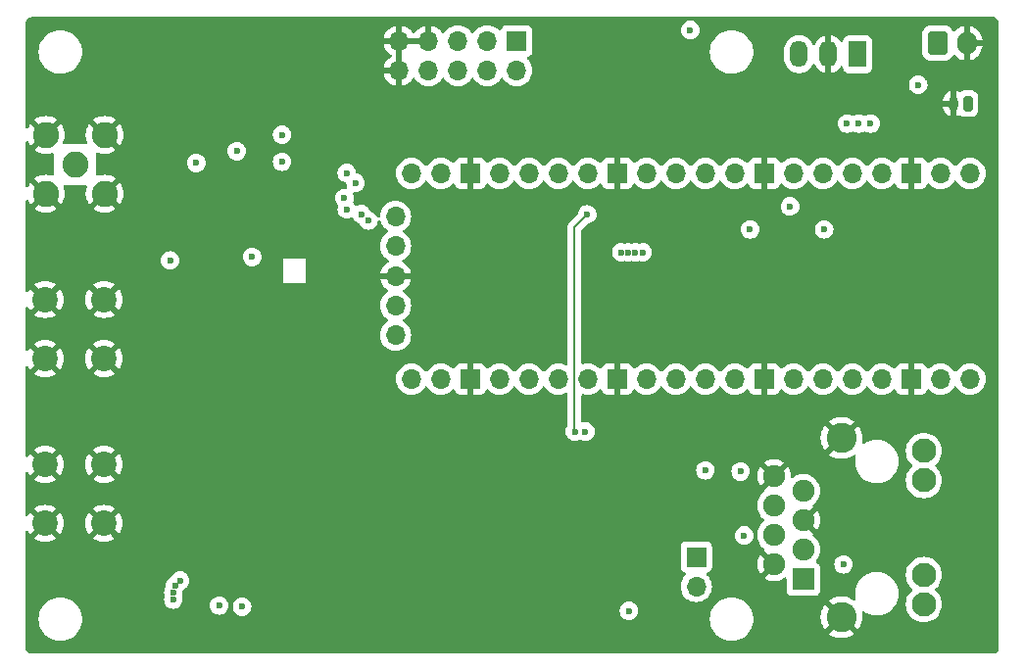
<source format=gbr>
%TF.GenerationSoftware,KiCad,Pcbnew,8.0.6*%
%TF.CreationDate,2025-01-11T15:36:53-06:00*%
%TF.ProjectId,babelfox,62616265-6c66-46f7-982e-6b696361645f,rev?*%
%TF.SameCoordinates,Original*%
%TF.FileFunction,Copper,L3,Inr*%
%TF.FilePolarity,Positive*%
%FSLAX46Y46*%
G04 Gerber Fmt 4.6, Leading zero omitted, Abs format (unit mm)*
G04 Created by KiCad (PCBNEW 8.0.6) date 2025-01-11 15:36:53*
%MOMM*%
%LPD*%
G01*
G04 APERTURE LIST*
G04 Aperture macros list*
%AMRoundRect*
0 Rectangle with rounded corners*
0 $1 Rounding radius*
0 $2 $3 $4 $5 $6 $7 $8 $9 X,Y pos of 4 corners*
0 Add a 4 corners polygon primitive as box body*
4,1,4,$2,$3,$4,$5,$6,$7,$8,$9,$2,$3,0*
0 Add four circle primitives for the rounded corners*
1,1,$1+$1,$2,$3*
1,1,$1+$1,$4,$5*
1,1,$1+$1,$6,$7*
1,1,$1+$1,$8,$9*
0 Add four rect primitives between the rounded corners*
20,1,$1+$1,$2,$3,$4,$5,0*
20,1,$1+$1,$4,$5,$6,$7,0*
20,1,$1+$1,$6,$7,$8,$9,0*
20,1,$1+$1,$8,$9,$2,$3,0*%
G04 Aperture macros list end*
%TA.AperFunction,ComponentPad*%
%ADD10O,1.700000X1.700000*%
%TD*%
%TA.AperFunction,ComponentPad*%
%ADD11R,1.700000X1.700000*%
%TD*%
%TA.AperFunction,ComponentPad*%
%ADD12R,1.900000X1.900000*%
%TD*%
%TA.AperFunction,ComponentPad*%
%ADD13C,1.900000*%
%TD*%
%TA.AperFunction,ComponentPad*%
%ADD14C,2.100000*%
%TD*%
%TA.AperFunction,ComponentPad*%
%ADD15C,2.600000*%
%TD*%
%TA.AperFunction,ComponentPad*%
%ADD16O,1.500000X2.300000*%
%TD*%
%TA.AperFunction,ComponentPad*%
%ADD17R,1.500000X2.300000*%
%TD*%
%TA.AperFunction,ComponentPad*%
%ADD18C,2.250000*%
%TD*%
%TA.AperFunction,ComponentPad*%
%ADD19O,0.800000X1.300000*%
%TD*%
%TA.AperFunction,ComponentPad*%
%ADD20RoundRect,0.200000X0.200000X0.450000X-0.200000X0.450000X-0.200000X-0.450000X0.200000X-0.450000X0*%
%TD*%
%TA.AperFunction,ComponentPad*%
%ADD21C,2.200000*%
%TD*%
%TA.AperFunction,ComponentPad*%
%ADD22O,1.700000X2.000000*%
%TD*%
%TA.AperFunction,ComponentPad*%
%ADD23RoundRect,0.250000X-0.600000X-0.750000X0.600000X-0.750000X0.600000X0.750000X-0.600000X0.750000X0*%
%TD*%
%TA.AperFunction,ViaPad*%
%ADD24C,0.600000*%
%TD*%
%TA.AperFunction,Conductor*%
%ADD25C,0.200000*%
%TD*%
G04 APERTURE END LIST*
D10*
%TO.N,DBUG_TX*%
%TO.C,J10*%
X160553000Y-126004000D03*
D11*
%TO.N,DBUG_RX*%
X160553000Y-123464000D03*
%TD*%
%TO.N,3v3*%
%TO.C,J3*%
X145034000Y-78862000D03*
D10*
%TO.N,5Vcc*%
X145034000Y-81402000D03*
%TO.N,UART3_TX*%
X142494000Y-78862000D03*
%TO.N,GPIO4*%
X142494000Y-81402000D03*
%TO.N,UART3_RX*%
X139954001Y-78862000D03*
%TO.N,GPIO0*%
X139954000Y-81402000D03*
%TO.N,GND*%
X137414000Y-78862000D03*
%TO.N,ADC0*%
X137414000Y-81402000D03*
%TO.N,GND*%
X134874000Y-78862000D03*
X134874000Y-81402000D03*
%TD*%
D12*
%TO.N,Net-(J5-TD+)*%
%TO.C,J5*%
X169801000Y-125370000D03*
D13*
%TO.N,GND*%
X167261000Y-124100000D03*
%TO.N,Net-(J5-TD-)*%
X169801000Y-122830000D03*
%TO.N,Net-(J5-RD+)*%
X167261000Y-121560000D03*
%TO.N,GND*%
X169801000Y-120290001D03*
%TO.N,Net-(J5-RD-)*%
X167261000Y-119020000D03*
%TO.N,unconnected-(J5-NC-Pad7)*%
X169801000Y-117750000D03*
%TO.N,GND*%
X167261000Y-116480000D03*
D14*
%TO.N,unconnected-(J5-PadL1)*%
X180211000Y-127550000D03*
%TO.N,unconnected-(J5-PadL2)*%
X180211000Y-125010000D03*
%TO.N,unconnected-(J5-PadL3)*%
X180211000Y-116840000D03*
%TO.N,unconnected-(J5-PadL4)*%
X180211001Y-114300000D03*
D15*
%TO.N,GND*%
X173101000Y-128670000D03*
X173101000Y-113180000D03*
%TD*%
D16*
%TO.N,5V_dc*%
%TO.C,U10*%
X169418000Y-80010000D03*
%TO.N,GND*%
X171957999Y-80010000D03*
D17*
%TO.N,DCin*%
X174497999Y-80010000D03*
%TD*%
D18*
%TO.N,GND*%
%TO.C,J8*%
X109423200Y-86969600D03*
X104343200Y-86969600D03*
X109423200Y-92049600D03*
X104343200Y-92049600D03*
%TO.N,Net-(J8-In)*%
X106883200Y-89509600D03*
%TD*%
D19*
%TO.N,GND*%
%TO.C,J2*%
X182778400Y-84277200D03*
D20*
%TO.N,BAT_Vcc*%
X184028399Y-84277200D03*
%TD*%
D21*
%TO.N,GND*%
%TO.C,J7*%
X104282400Y-120558400D03*
X109382400Y-120558400D03*
X104282400Y-115458400D03*
X109382400Y-115458400D03*
%TD*%
D22*
%TO.N,GND*%
%TO.C,J1*%
X183926800Y-79049600D03*
D23*
%TO.N,DCin*%
X181426800Y-79049600D03*
%TD*%
D21*
%TO.N,GND*%
%TO.C,J6*%
X104282400Y-106309000D03*
X109382400Y-106309000D03*
X104282400Y-101209000D03*
X109382400Y-101209000D03*
%TD*%
D10*
%TO.N,DBUG_TX*%
%TO.C,U2*%
X184200800Y-108077000D03*
%TO.N,DBUG_RX*%
X181660800Y-108077000D03*
D11*
%TO.N,GND*%
X179120800Y-108077000D03*
D10*
%TO.N,LTE_CTS*%
X176580800Y-108077000D03*
%TO.N,LTE_RTS*%
X174040800Y-108077000D03*
%TO.N,LTE_TX*%
X171500800Y-108077000D03*
%TO.N,LTE_RX*%
X168960800Y-108077000D03*
D11*
%TO.N,GND*%
X166420800Y-108077000D03*
D10*
%TO.N,I2C_SDA*%
X163880800Y-108077000D03*
%TO.N,I2C_SCL*%
X161340800Y-108077000D03*
%TO.N,LORA_BUSY*%
X158800800Y-108077000D03*
%TO.N,LORA_CS*%
X156260800Y-108077000D03*
D11*
%TO.N,GND*%
X153720800Y-108077000D03*
D10*
%TO.N,LORA_CLK*%
X151180800Y-108077000D03*
%TO.N,LORA_MOSI*%
X148640800Y-108077000D03*
%TO.N,LORA_MISO*%
X146100800Y-108077000D03*
%TO.N,LORA_NRST*%
X143560800Y-108077000D03*
D11*
%TO.N,GND*%
X141020800Y-108077000D03*
D10*
%TO.N,UART3_TX*%
X138480800Y-108077000D03*
%TO.N,UART3_RX*%
X135940800Y-108077000D03*
%TO.N,GPIO0*%
X135940800Y-90297000D03*
%TO.N,LNA_RXEN*%
X138480800Y-90297000D03*
D11*
%TO.N,GND*%
X141020800Y-90297000D03*
D10*
%TO.N,LNA_TXEN*%
X143560800Y-90297000D03*
%TO.N,LTE_WAKEUP*%
X146100800Y-90297000D03*
%TO.N,GPIO4*%
X148640800Y-90297000D03*
%TO.N,LORA_IRQ*%
X151180800Y-90297000D03*
D11*
%TO.N,GND*%
X153720800Y-90297000D03*
D10*
%TO.N,N/C*%
X156260800Y-90297000D03*
X158800800Y-90297000D03*
%TO.N,ADC0*%
X161340800Y-90297000D03*
%TO.N,ADC1*%
X163880800Y-90297000D03*
D11*
%TO.N,GND*%
X166420800Y-90297000D03*
D10*
%TO.N,N/C*%
X168960800Y-90297000D03*
X171500800Y-90297000D03*
%TO.N,3v3*%
X174040800Y-90297000D03*
%TO.N,unconnected-(U2-3V3_EN-Pad37)_1*%
X176580800Y-90297000D03*
D11*
%TO.N,GND*%
X179120800Y-90297000D03*
D10*
%TO.N,5Vcc*%
X181660800Y-90297000D03*
%TO.N,5V_usb*%
X184200800Y-90297000D03*
%TO.N,Net-(J5-TD+)*%
X134570800Y-104287001D03*
%TO.N,Net-(J5-TD-)*%
X134570800Y-101737000D03*
%TO.N,GND*%
X134570800Y-99187000D03*
%TO.N,Net-(J5-RD+)*%
X134570800Y-96586999D03*
%TO.N,Net-(J5-RD-)*%
X134570800Y-94037000D03*
%TD*%
D24*
%TO.N,GND*%
X180263800Y-103530400D03*
X178968400Y-103505000D03*
X179095400Y-95148400D03*
X180543200Y-95199200D03*
X124841000Y-126365000D03*
X134874000Y-126492000D03*
X130810000Y-125730000D03*
X129032000Y-125730000D03*
X129921000Y-125730000D03*
%TO.N,LORA_IRQ*%
X151130000Y-93853000D03*
%TO.N,LTE_WAKEUP*%
X122174000Y-97536000D03*
%TO.N,5Vcc*%
X115366800Y-127152400D03*
X173583600Y-86004400D03*
X165201600Y-95148400D03*
X115529108Y-125943108D03*
X155295600Y-97132551D03*
X115366800Y-126542800D03*
X155905200Y-97132551D03*
X171602400Y-95148400D03*
X154076400Y-97129600D03*
X115960907Y-125511307D03*
X154686000Y-97132551D03*
X175615600Y-86004400D03*
X174599600Y-86004400D03*
%TO.N,GND*%
X128828800Y-97942400D03*
X158394400Y-93624400D03*
X128828800Y-109524800D03*
X141071600Y-87680800D03*
X164134800Y-99314000D03*
X174904400Y-99974400D03*
X133604000Y-128117600D03*
X135940800Y-128066800D03*
X112014000Y-89052400D03*
X123494800Y-127711200D03*
X133045200Y-127558800D03*
X172313600Y-100888800D03*
X147574000Y-112014000D03*
X178206400Y-88392000D03*
X127457200Y-127609600D03*
X126492000Y-127609600D03*
X112014000Y-92354400D03*
X163271200Y-103733600D03*
X175818800Y-103581200D03*
X132232400Y-127558800D03*
X128371600Y-127609600D03*
X175514000Y-92151200D03*
X182930800Y-91694000D03*
%TO.N,3v3*%
X154736800Y-128117600D03*
X161340800Y-115976400D03*
X115083000Y-97840800D03*
X164388800Y-116078000D03*
%TO.N,BAT_Vcc*%
X168656000Y-93167200D03*
X160036000Y-77927200D03*
%TO.N,LTE_RTS*%
X130352800Y-90271600D03*
%TO.N,Net-(U3-SIM_CLK)*%
X124764800Y-89306400D03*
%TO.N,Net-(U3-SIM_VDD)*%
X117348000Y-89408000D03*
%TO.N,LTE_TX*%
X130149600Y-92456000D03*
%TO.N,LTE_RX*%
X130352800Y-93421200D03*
%TO.N,Net-(U3-SIM_RST)*%
X120853200Y-88392000D03*
%TO.N,LTE_CTS*%
X131114800Y-91135200D03*
%TO.N,Net-(U3-SIM_DATA)*%
X124764800Y-86969600D03*
%TO.N,LORA_CLK*%
X150977600Y-112623600D03*
%TO.N,LORA_IRQ*%
X150063200Y-112623600D03*
%TO.N,LNA_TXEN*%
X119329200Y-127660400D03*
X131622800Y-93827600D03*
%TO.N,LNA_RXEN*%
X121310400Y-127762000D03*
X132232400Y-94386400D03*
%TO.N,Net-(D3-K)*%
X179730400Y-82651600D03*
%TO.N,Net-(J5-TD-)*%
X173278800Y-124104400D03*
%TO.N,Net-(J5-RD-)*%
X164693600Y-121615200D03*
%TD*%
D25*
%TO.N,LORA_IRQ*%
X150030800Y-94952200D02*
X151130000Y-93853000D01*
X150030800Y-112591200D02*
X150030800Y-94952200D01*
X150063200Y-112623600D02*
X150030800Y-112591200D01*
%TD*%
%TA.AperFunction,Conductor*%
%TO.N,GND*%
G36*
X135124000Y-80968988D02*
G01*
X135066993Y-80936075D01*
X134939826Y-80902000D01*
X134808174Y-80902000D01*
X134681007Y-80936075D01*
X134624000Y-80968988D01*
X134624000Y-79295012D01*
X134681007Y-79327925D01*
X134808174Y-79362000D01*
X134939826Y-79362000D01*
X135066993Y-79327925D01*
X135124000Y-79295012D01*
X135124000Y-80968988D01*
G37*
%TD.AperFunction*%
%TA.AperFunction,Conductor*%
G36*
X136948075Y-78669007D02*
G01*
X136914000Y-78796174D01*
X136914000Y-78927826D01*
X136948075Y-79054993D01*
X136980988Y-79112000D01*
X135307012Y-79112000D01*
X135339925Y-79054993D01*
X135374000Y-78927826D01*
X135374000Y-78796174D01*
X135339925Y-78669007D01*
X135307012Y-78612000D01*
X136980988Y-78612000D01*
X136948075Y-78669007D01*
G37*
%TD.AperFunction*%
%TA.AperFunction,Conductor*%
G36*
X186193098Y-76795749D02*
G01*
X186287595Y-76807023D01*
X186314501Y-76813336D01*
X186398085Y-76843104D01*
X186422920Y-76855219D01*
X186497832Y-76902765D01*
X186519365Y-76920078D01*
X186581888Y-76983043D01*
X186599053Y-77004701D01*
X186646066Y-77079943D01*
X186658009Y-77104872D01*
X186687184Y-77188655D01*
X186693308Y-77215610D01*
X186703970Y-77310660D01*
X186704743Y-77324483D01*
X186704743Y-131311071D01*
X186703970Y-131324894D01*
X186693303Y-131419989D01*
X186687179Y-131446944D01*
X186658005Y-131530724D01*
X186646062Y-131555653D01*
X186599049Y-131630894D01*
X186581879Y-131652559D01*
X186519369Y-131715511D01*
X186497827Y-131732832D01*
X186422923Y-131780373D01*
X186398076Y-131792493D01*
X186314501Y-131822257D01*
X186287590Y-131828571D01*
X186193068Y-131839848D01*
X186178367Y-131840721D01*
X103134751Y-131833500D01*
X103120136Y-131832634D01*
X103026073Y-131821461D01*
X102999274Y-131815203D01*
X102916028Y-131785698D01*
X102891274Y-131773685D01*
X102816578Y-131726541D01*
X102795084Y-131709363D01*
X102732636Y-131646915D01*
X102715459Y-131625422D01*
X102668312Y-131550721D01*
X102656301Y-131525970D01*
X102626796Y-131442723D01*
X102620539Y-131415930D01*
X102609364Y-131321857D01*
X102608498Y-131307247D01*
X102608175Y-128902968D01*
X102608166Y-128833998D01*
X103727709Y-128833998D01*
X103727709Y-128834001D01*
X103746848Y-129101594D01*
X103746849Y-129101601D01*
X103803872Y-129363734D01*
X103897627Y-129615102D01*
X103897629Y-129615106D01*
X104026195Y-129850556D01*
X104026200Y-129850564D01*
X104186964Y-130065321D01*
X104186980Y-130065339D01*
X104376660Y-130255019D01*
X104376678Y-130255035D01*
X104591435Y-130415799D01*
X104591443Y-130415804D01*
X104826893Y-130544370D01*
X104826897Y-130544372D01*
X104826899Y-130544373D01*
X105078261Y-130638126D01*
X105078264Y-130638126D01*
X105078265Y-130638127D01*
X105276126Y-130681168D01*
X105340407Y-130695152D01*
X105587385Y-130712816D01*
X105607999Y-130714291D01*
X105608000Y-130714291D01*
X105608001Y-130714291D01*
X105627140Y-130712922D01*
X105875593Y-130695152D01*
X106137739Y-130638126D01*
X106389101Y-130544373D01*
X106624562Y-130415801D01*
X106839329Y-130255029D01*
X107029029Y-130065329D01*
X107189801Y-129850562D01*
X107318373Y-129615101D01*
X107412126Y-129363739D01*
X107469152Y-129101593D01*
X107486922Y-128853140D01*
X107488291Y-128834001D01*
X107488291Y-128833998D01*
X107482098Y-128747415D01*
X107469152Y-128566407D01*
X107446913Y-128464176D01*
X107412127Y-128304265D01*
X107409363Y-128296855D01*
X107318373Y-128052899D01*
X107306203Y-128030612D01*
X107189804Y-127817443D01*
X107189799Y-127817435D01*
X107029035Y-127602678D01*
X107029019Y-127602660D01*
X106839339Y-127412980D01*
X106839321Y-127412964D01*
X106624564Y-127252200D01*
X106624556Y-127252195D01*
X106389106Y-127123629D01*
X106389102Y-127123627D01*
X106137734Y-127029872D01*
X105875601Y-126972849D01*
X105875594Y-126972848D01*
X105608001Y-126953709D01*
X105607999Y-126953709D01*
X105340405Y-126972848D01*
X105340398Y-126972849D01*
X105078265Y-127029872D01*
X104826897Y-127123627D01*
X104826893Y-127123629D01*
X104591443Y-127252195D01*
X104591435Y-127252200D01*
X104376678Y-127412964D01*
X104376660Y-127412980D01*
X104186980Y-127602660D01*
X104186964Y-127602678D01*
X104026200Y-127817435D01*
X104026195Y-127817443D01*
X103897629Y-128052893D01*
X103897627Y-128052897D01*
X103803872Y-128304265D01*
X103746849Y-128566398D01*
X103746848Y-128566405D01*
X103727709Y-128833998D01*
X102608166Y-128833998D01*
X102607859Y-126542796D01*
X114561235Y-126542796D01*
X114561235Y-126542803D01*
X114581430Y-126722049D01*
X114581432Y-126722057D01*
X114611031Y-126806646D01*
X114614592Y-126876425D01*
X114611031Y-126888554D01*
X114581432Y-126973142D01*
X114581430Y-126973150D01*
X114561235Y-127152396D01*
X114561235Y-127152403D01*
X114581430Y-127331649D01*
X114581431Y-127331654D01*
X114641011Y-127501923D01*
X114693745Y-127585848D01*
X114736984Y-127654662D01*
X114864538Y-127782216D01*
X115017278Y-127878189D01*
X115081734Y-127900743D01*
X115187545Y-127937768D01*
X115187550Y-127937769D01*
X115366796Y-127957965D01*
X115366800Y-127957965D01*
X115366804Y-127957965D01*
X115546049Y-127937769D01*
X115546052Y-127937768D01*
X115546055Y-127937768D01*
X115716322Y-127878189D01*
X115869062Y-127782216D01*
X115990882Y-127660396D01*
X118523635Y-127660396D01*
X118523635Y-127660403D01*
X118543830Y-127839649D01*
X118543831Y-127839654D01*
X118603411Y-128009923D01*
X118683866Y-128137966D01*
X118699384Y-128162662D01*
X118826938Y-128290216D01*
X118979678Y-128386189D01*
X119149945Y-128445768D01*
X119149950Y-128445769D01*
X119329196Y-128465965D01*
X119329200Y-128465965D01*
X119329204Y-128465965D01*
X119508449Y-128445769D01*
X119508452Y-128445768D01*
X119508455Y-128445768D01*
X119678722Y-128386189D01*
X119831462Y-128290216D01*
X119959016Y-128162662D01*
X120054989Y-128009922D01*
X120114568Y-127839655D01*
X120117071Y-127817443D01*
X120123318Y-127761996D01*
X120504835Y-127761996D01*
X120504835Y-127762003D01*
X120525030Y-127941249D01*
X120525031Y-127941254D01*
X120584611Y-128111523D01*
X120653302Y-128220843D01*
X120680584Y-128264262D01*
X120808138Y-128391816D01*
X120852641Y-128419779D01*
X120953905Y-128483408D01*
X120960878Y-128487789D01*
X121131145Y-128547368D01*
X121131150Y-128547369D01*
X121310396Y-128567565D01*
X121310400Y-128567565D01*
X121310404Y-128567565D01*
X121489649Y-128547369D01*
X121489652Y-128547368D01*
X121489655Y-128547368D01*
X121659922Y-128487789D01*
X121812662Y-128391816D01*
X121940216Y-128264262D01*
X122032372Y-128117596D01*
X153931235Y-128117596D01*
X153931235Y-128117603D01*
X153951430Y-128296849D01*
X153951431Y-128296854D01*
X154011011Y-128467123D01*
X154088979Y-128591207D01*
X154106984Y-128619862D01*
X154234538Y-128747416D01*
X154324880Y-128804182D01*
X154372335Y-128834000D01*
X154387278Y-128843389D01*
X154557545Y-128902968D01*
X154557550Y-128902969D01*
X154736796Y-128923165D01*
X154736800Y-128923165D01*
X154736804Y-128923165D01*
X154916049Y-128902969D01*
X154916052Y-128902968D01*
X154916055Y-128902968D01*
X155086322Y-128843389D01*
X155101268Y-128833998D01*
X161727709Y-128833998D01*
X161727709Y-128834001D01*
X161746848Y-129101594D01*
X161746849Y-129101601D01*
X161803872Y-129363734D01*
X161897627Y-129615102D01*
X161897629Y-129615106D01*
X162026195Y-129850556D01*
X162026200Y-129850564D01*
X162186964Y-130065321D01*
X162186980Y-130065339D01*
X162376660Y-130255019D01*
X162376678Y-130255035D01*
X162591435Y-130415799D01*
X162591443Y-130415804D01*
X162826893Y-130544370D01*
X162826897Y-130544372D01*
X162826899Y-130544373D01*
X163078261Y-130638126D01*
X163078264Y-130638126D01*
X163078265Y-130638127D01*
X163276126Y-130681168D01*
X163340407Y-130695152D01*
X163587385Y-130712816D01*
X163607999Y-130714291D01*
X163608000Y-130714291D01*
X163608001Y-130714291D01*
X163627140Y-130712922D01*
X163875593Y-130695152D01*
X164137739Y-130638126D01*
X164389101Y-130544373D01*
X164624562Y-130415801D01*
X164839329Y-130255029D01*
X165029029Y-130065329D01*
X165189801Y-129850562D01*
X165318373Y-129615101D01*
X165412126Y-129363739D01*
X165469152Y-129101593D01*
X165486922Y-128853140D01*
X165488291Y-128834001D01*
X165488291Y-128833998D01*
X165482098Y-128747415D01*
X165476561Y-128669995D01*
X171295953Y-128669995D01*
X171295953Y-128670004D01*
X171316113Y-128939026D01*
X171316113Y-128939028D01*
X171376142Y-129202033D01*
X171376148Y-129202052D01*
X171474709Y-129453181D01*
X171474708Y-129453181D01*
X171609602Y-129686822D01*
X171663294Y-129754151D01*
X172385152Y-129032292D01*
X172392049Y-129048942D01*
X172479599Y-129179970D01*
X172591030Y-129291401D01*
X172722058Y-129378951D01*
X172738705Y-129385846D01*
X172015848Y-130108702D01*
X172198483Y-130233220D01*
X172198485Y-130233221D01*
X172441539Y-130350269D01*
X172441537Y-130350269D01*
X172699337Y-130429790D01*
X172699343Y-130429792D01*
X172966101Y-130469999D01*
X172966110Y-130470000D01*
X173235890Y-130470000D01*
X173235898Y-130469999D01*
X173502656Y-130429792D01*
X173502662Y-130429790D01*
X173760461Y-130350269D01*
X174003521Y-130233218D01*
X174186150Y-130108702D01*
X173463294Y-129385846D01*
X173479942Y-129378951D01*
X173610970Y-129291401D01*
X173722401Y-129179970D01*
X173809951Y-129048942D01*
X173816846Y-129032294D01*
X174538703Y-129754151D01*
X174538704Y-129754150D01*
X174592393Y-129686828D01*
X174592400Y-129686817D01*
X174727290Y-129453181D01*
X174825851Y-129202052D01*
X174825857Y-129202033D01*
X174885886Y-128939028D01*
X174885886Y-128939026D01*
X174906047Y-128670004D01*
X174906047Y-128669995D01*
X174885886Y-128400974D01*
X174860690Y-128290582D01*
X174864963Y-128220843D01*
X174906261Y-128164485D01*
X174971473Y-128139402D01*
X175039894Y-128153556D01*
X175057067Y-128164613D01*
X175093278Y-128192398D01*
X175106792Y-128202768D01*
X175319708Y-128325695D01*
X175546847Y-128419779D01*
X175784323Y-128483410D01*
X176028073Y-128515501D01*
X176028080Y-128515501D01*
X176273920Y-128515501D01*
X176273927Y-128515501D01*
X176517677Y-128483410D01*
X176755153Y-128419779D01*
X176982292Y-128325695D01*
X177195208Y-128202768D01*
X177390256Y-128053102D01*
X177564101Y-127879257D01*
X177713767Y-127684209D01*
X177836694Y-127471293D01*
X177930778Y-127244154D01*
X177994409Y-127006678D01*
X178026500Y-126762928D01*
X178026500Y-126517074D01*
X177994409Y-126273324D01*
X177930778Y-126035848D01*
X177836694Y-125808709D01*
X177713767Y-125595793D01*
X177594871Y-125440845D01*
X177564102Y-125400746D01*
X177564096Y-125400739D01*
X177390261Y-125226904D01*
X177390254Y-125226898D01*
X177195212Y-125077237D01*
X177195211Y-125077236D01*
X177195208Y-125077234D01*
X177078755Y-125010000D01*
X178655706Y-125010000D01*
X178674853Y-125253297D01*
X178674853Y-125253300D01*
X178674854Y-125253302D01*
X178717857Y-125432421D01*
X178731830Y-125490619D01*
X178825222Y-125716089D01*
X178952737Y-125924173D01*
X178952738Y-125924176D01*
X178952741Y-125924179D01*
X179111241Y-126109759D01*
X179147964Y-126141123D01*
X179200168Y-126185710D01*
X179238361Y-126244217D01*
X179238859Y-126314085D01*
X179201505Y-126373131D01*
X179200168Y-126374290D01*
X179111241Y-126450241D01*
X178952738Y-126635823D01*
X178952737Y-126635826D01*
X178825222Y-126843910D01*
X178731830Y-127069380D01*
X178674853Y-127306702D01*
X178655706Y-127550000D01*
X178674853Y-127793297D01*
X178674853Y-127793300D01*
X178674854Y-127793302D01*
X178715905Y-127964291D01*
X178731830Y-128030619D01*
X178825222Y-128256089D01*
X178952737Y-128464173D01*
X178952738Y-128464176D01*
X178972905Y-128487788D01*
X179111241Y-128649759D01*
X179225582Y-128747415D01*
X179296823Y-128808261D01*
X179296826Y-128808262D01*
X179504910Y-128935777D01*
X179686347Y-129010930D01*
X179716822Y-129023553D01*
X179730381Y-129029169D01*
X179730378Y-129029169D01*
X179730384Y-129029170D01*
X179730388Y-129029172D01*
X179967698Y-129086146D01*
X180211000Y-129105294D01*
X180454302Y-129086146D01*
X180691612Y-129029172D01*
X180917089Y-128935777D01*
X181125179Y-128808259D01*
X181310759Y-128649759D01*
X181469259Y-128464179D01*
X181596777Y-128256089D01*
X181690172Y-128030612D01*
X181747146Y-127793302D01*
X181766294Y-127550000D01*
X181747146Y-127306698D01*
X181690172Y-127069388D01*
X181657177Y-126989730D01*
X181596777Y-126843910D01*
X181469262Y-126635826D01*
X181469261Y-126635823D01*
X181367845Y-126517080D01*
X181310759Y-126450241D01*
X181310757Y-126450239D01*
X181310756Y-126450238D01*
X181221832Y-126374290D01*
X181183638Y-126315784D01*
X181183139Y-126245916D01*
X181220493Y-126186869D01*
X181221832Y-126185710D01*
X181274036Y-126141123D01*
X181310759Y-126109759D01*
X181469259Y-125924179D01*
X181596777Y-125716089D01*
X181690172Y-125490612D01*
X181747146Y-125253302D01*
X181766294Y-125010000D01*
X181747146Y-124766698D01*
X181690172Y-124529388D01*
X181658914Y-124453923D01*
X181596777Y-124303910D01*
X181469262Y-124095826D01*
X181469261Y-124095823D01*
X181367098Y-123976206D01*
X181310759Y-123910241D01*
X181168141Y-123788434D01*
X181125176Y-123751738D01*
X181125173Y-123751737D01*
X180917089Y-123624222D01*
X180691618Y-123530830D01*
X180691621Y-123530830D01*
X180585992Y-123505470D01*
X180454302Y-123473854D01*
X180454300Y-123473853D01*
X180454297Y-123473853D01*
X180211000Y-123454706D01*
X179967702Y-123473853D01*
X179967698Y-123473854D01*
X179764127Y-123522728D01*
X179730380Y-123530830D01*
X179504910Y-123624222D01*
X179296826Y-123751737D01*
X179296823Y-123751738D01*
X179111241Y-123910241D01*
X178952738Y-124095823D01*
X178952737Y-124095826D01*
X178825222Y-124303910D01*
X178731830Y-124529380D01*
X178731828Y-124529387D01*
X178731828Y-124529388D01*
X178721495Y-124572428D01*
X178674853Y-124766702D01*
X178655706Y-125010000D01*
X177078755Y-125010000D01*
X176982292Y-124954307D01*
X176932680Y-124933757D01*
X176755162Y-124860226D01*
X176755155Y-124860224D01*
X176755153Y-124860223D01*
X176517677Y-124796592D01*
X176476939Y-124791228D01*
X176273934Y-124764501D01*
X176273927Y-124764501D01*
X176028073Y-124764501D01*
X176028065Y-124764501D01*
X175815495Y-124792488D01*
X175784323Y-124796592D01*
X175589923Y-124848681D01*
X175546847Y-124860223D01*
X175546837Y-124860226D01*
X175319714Y-124954304D01*
X175319705Y-124954308D01*
X175106787Y-125077237D01*
X174911745Y-125226898D01*
X174911738Y-125226904D01*
X174737903Y-125400739D01*
X174737897Y-125400746D01*
X174588236Y-125595788D01*
X174465307Y-125808706D01*
X174465303Y-125808715D01*
X174371225Y-126035838D01*
X174371222Y-126035848D01*
X174313442Y-126251490D01*
X174307592Y-126273321D01*
X174307590Y-126273332D01*
X174275500Y-126517066D01*
X174275500Y-126762935D01*
X174290442Y-126876425D01*
X174307591Y-127006678D01*
X174307592Y-127006680D01*
X174307593Y-127006685D01*
X174321879Y-127060004D01*
X174320215Y-127129854D01*
X174281052Y-127187716D01*
X174216823Y-127215219D01*
X174147921Y-127203632D01*
X174132252Y-127194549D01*
X174003526Y-127106785D01*
X174003516Y-127106778D01*
X173760460Y-126989730D01*
X173760462Y-126989730D01*
X173502662Y-126910209D01*
X173502656Y-126910207D01*
X173235898Y-126870000D01*
X172966101Y-126870000D01*
X172699343Y-126910207D01*
X172699337Y-126910209D01*
X172441538Y-126989730D01*
X172198485Y-127106778D01*
X172198476Y-127106783D01*
X172015848Y-127231296D01*
X172738705Y-127954153D01*
X172722058Y-127961049D01*
X172591030Y-128048599D01*
X172479599Y-128160030D01*
X172392049Y-128291058D01*
X172385153Y-128307706D01*
X171663295Y-127585848D01*
X171609600Y-127653180D01*
X171474709Y-127886818D01*
X171376148Y-128137947D01*
X171376142Y-128137966D01*
X171316113Y-128400971D01*
X171316113Y-128400973D01*
X171295953Y-128669995D01*
X165476561Y-128669995D01*
X165469152Y-128566407D01*
X165446913Y-128464176D01*
X165412127Y-128304265D01*
X165409363Y-128296855D01*
X165318373Y-128052899D01*
X165306203Y-128030612D01*
X165189804Y-127817443D01*
X165189799Y-127817435D01*
X165029035Y-127602678D01*
X165029019Y-127602660D01*
X164839339Y-127412980D01*
X164839321Y-127412964D01*
X164624564Y-127252200D01*
X164624556Y-127252195D01*
X164389106Y-127123629D01*
X164389102Y-127123627D01*
X164137734Y-127029872D01*
X163875601Y-126972849D01*
X163875594Y-126972848D01*
X163608001Y-126953709D01*
X163607999Y-126953709D01*
X163340405Y-126972848D01*
X163340398Y-126972849D01*
X163078265Y-127029872D01*
X162826897Y-127123627D01*
X162826893Y-127123629D01*
X162591443Y-127252195D01*
X162591435Y-127252200D01*
X162376678Y-127412964D01*
X162376660Y-127412980D01*
X162186980Y-127602660D01*
X162186964Y-127602678D01*
X162026200Y-127817435D01*
X162026195Y-127817443D01*
X161897629Y-128052893D01*
X161897627Y-128052897D01*
X161803872Y-128304265D01*
X161746849Y-128566398D01*
X161746848Y-128566405D01*
X161727709Y-128833998D01*
X155101268Y-128833998D01*
X155239062Y-128747416D01*
X155366616Y-128619862D01*
X155462589Y-128467122D01*
X155522168Y-128296855D01*
X155522916Y-128290215D01*
X155542365Y-128117603D01*
X155542365Y-128117596D01*
X155522169Y-127938350D01*
X155522168Y-127938345D01*
X155501492Y-127879257D01*
X155462589Y-127768078D01*
X155458767Y-127761996D01*
X155409893Y-127684213D01*
X155366616Y-127615338D01*
X155239062Y-127487784D01*
X155212806Y-127471286D01*
X155086323Y-127391811D01*
X154916054Y-127332231D01*
X154916049Y-127332230D01*
X154736804Y-127312035D01*
X154736796Y-127312035D01*
X154557550Y-127332230D01*
X154557545Y-127332231D01*
X154387276Y-127391811D01*
X154234537Y-127487784D01*
X154106984Y-127615337D01*
X154011011Y-127768076D01*
X153951431Y-127938345D01*
X153951430Y-127938350D01*
X153931235Y-128117596D01*
X122032372Y-128117596D01*
X122036189Y-128111522D01*
X122095768Y-127941255D01*
X122095769Y-127941249D01*
X122115965Y-127762003D01*
X122115965Y-127761996D01*
X122095769Y-127582750D01*
X122095768Y-127582745D01*
X122060218Y-127481150D01*
X122036189Y-127412478D01*
X121940216Y-127259738D01*
X121812662Y-127132184D01*
X121712723Y-127069388D01*
X121659923Y-127036211D01*
X121489654Y-126976631D01*
X121489649Y-126976630D01*
X121310404Y-126956435D01*
X121310396Y-126956435D01*
X121131150Y-126976630D01*
X121131145Y-126976631D01*
X120960876Y-127036211D01*
X120808137Y-127132184D01*
X120680584Y-127259737D01*
X120584611Y-127412476D01*
X120525031Y-127582745D01*
X120525030Y-127582750D01*
X120504835Y-127761996D01*
X120123318Y-127761996D01*
X120134765Y-127660403D01*
X120134765Y-127660396D01*
X120114569Y-127481150D01*
X120114568Y-127481145D01*
X120064851Y-127339063D01*
X120054989Y-127310878D01*
X120034269Y-127277903D01*
X119987602Y-127203632D01*
X119959016Y-127158138D01*
X119831462Y-127030584D01*
X119793402Y-127006669D01*
X119678723Y-126934611D01*
X119508454Y-126875031D01*
X119508449Y-126875030D01*
X119329204Y-126854835D01*
X119329196Y-126854835D01*
X119149950Y-126875030D01*
X119149945Y-126875031D01*
X118979676Y-126934611D01*
X118826937Y-127030584D01*
X118699384Y-127158137D01*
X118603411Y-127310876D01*
X118543831Y-127481145D01*
X118543830Y-127481150D01*
X118523635Y-127660396D01*
X115990882Y-127660396D01*
X115996616Y-127654662D01*
X116092589Y-127501922D01*
X116152168Y-127331655D01*
X116154509Y-127310878D01*
X116172365Y-127152403D01*
X116172365Y-127152396D01*
X116152169Y-126973148D01*
X116122568Y-126888555D01*
X116119005Y-126818777D01*
X116122568Y-126806645D01*
X116152168Y-126722055D01*
X116152168Y-126722053D01*
X116152169Y-126722051D01*
X116172365Y-126542802D01*
X116172365Y-126542800D01*
X116169465Y-126517066D01*
X116165870Y-126485161D01*
X116177924Y-126416341D01*
X116184092Y-126405313D01*
X116241416Y-126314085D01*
X116258603Y-126286733D01*
X116260069Y-126287654D01*
X116300936Y-126242384D01*
X116309161Y-126237891D01*
X116310422Y-126237098D01*
X116310429Y-126237096D01*
X116463169Y-126141123D01*
X116590723Y-126013569D01*
X116596736Y-126003999D01*
X159197341Y-126003999D01*
X159197341Y-126004000D01*
X159217936Y-126239403D01*
X159217938Y-126239413D01*
X159279094Y-126467655D01*
X159279096Y-126467659D01*
X159279097Y-126467663D01*
X159357511Y-126635821D01*
X159378965Y-126681830D01*
X159378967Y-126681834D01*
X159435750Y-126762928D01*
X159514505Y-126875401D01*
X159681599Y-127042495D01*
X159773405Y-127106778D01*
X159875165Y-127178032D01*
X159875167Y-127178033D01*
X159875170Y-127178035D01*
X160089337Y-127277903D01*
X160317592Y-127339063D01*
X160505918Y-127355539D01*
X160552999Y-127359659D01*
X160553000Y-127359659D01*
X160553001Y-127359659D01*
X160592234Y-127356226D01*
X160788408Y-127339063D01*
X161016663Y-127277903D01*
X161230830Y-127178035D01*
X161424401Y-127042495D01*
X161591495Y-126875401D01*
X161727035Y-126681830D01*
X161826903Y-126467663D01*
X161888063Y-126239408D01*
X161908659Y-126004000D01*
X161888063Y-125768592D01*
X161826903Y-125540337D01*
X161727035Y-125326171D01*
X161721349Y-125318051D01*
X161591496Y-125132600D01*
X161536130Y-125077234D01*
X161469567Y-125010671D01*
X161436084Y-124949351D01*
X161441068Y-124879659D01*
X161482939Y-124823725D01*
X161513915Y-124806810D01*
X161645331Y-124757796D01*
X161760546Y-124671546D01*
X161846796Y-124556331D01*
X161897091Y-124421483D01*
X161903500Y-124361873D01*
X161903499Y-122566128D01*
X161897091Y-122506517D01*
X161877492Y-122453970D01*
X161846797Y-122371671D01*
X161846793Y-122371664D01*
X161760547Y-122256455D01*
X161760544Y-122256452D01*
X161645335Y-122170206D01*
X161645328Y-122170202D01*
X161510482Y-122119908D01*
X161510483Y-122119908D01*
X161450883Y-122113501D01*
X161450881Y-122113500D01*
X161450873Y-122113500D01*
X161450864Y-122113500D01*
X159655129Y-122113500D01*
X159655123Y-122113501D01*
X159595516Y-122119908D01*
X159460671Y-122170202D01*
X159460664Y-122170206D01*
X159345455Y-122256452D01*
X159345452Y-122256455D01*
X159259206Y-122371664D01*
X159259202Y-122371671D01*
X159208908Y-122506517D01*
X159202501Y-122566116D01*
X159202501Y-122566123D01*
X159202500Y-122566135D01*
X159202500Y-124361870D01*
X159202501Y-124361876D01*
X159208908Y-124421483D01*
X159259202Y-124556328D01*
X159259206Y-124556335D01*
X159345452Y-124671544D01*
X159345455Y-124671547D01*
X159460664Y-124757793D01*
X159460671Y-124757797D01*
X159592081Y-124806810D01*
X159648015Y-124848681D01*
X159672432Y-124914145D01*
X159657580Y-124982418D01*
X159636430Y-125010673D01*
X159514503Y-125132600D01*
X159378965Y-125326169D01*
X159378964Y-125326171D01*
X159279098Y-125540335D01*
X159279094Y-125540344D01*
X159217938Y-125768586D01*
X159217936Y-125768596D01*
X159197341Y-126003999D01*
X116596736Y-126003999D01*
X116686696Y-125860829D01*
X116746275Y-125690562D01*
X116756953Y-125595793D01*
X116766472Y-125511310D01*
X116766472Y-125511303D01*
X116746276Y-125332057D01*
X116746275Y-125332052D01*
X116688759Y-125167681D01*
X116686696Y-125161785D01*
X116590723Y-125009045D01*
X116463169Y-124881491D01*
X116429321Y-124860223D01*
X116310430Y-124785518D01*
X116140161Y-124725938D01*
X116140156Y-124725937D01*
X115960911Y-124705742D01*
X115960903Y-124705742D01*
X115781657Y-124725937D01*
X115781652Y-124725938D01*
X115611383Y-124785518D01*
X115458644Y-124881491D01*
X115331091Y-125009044D01*
X115330067Y-125010674D01*
X115235118Y-125161785D01*
X115235117Y-125161787D01*
X115231414Y-125167681D01*
X115229951Y-125166762D01*
X115189052Y-125212047D01*
X115180845Y-125216528D01*
X115179586Y-125217318D01*
X115179586Y-125217319D01*
X115164341Y-125226898D01*
X115026845Y-125313292D01*
X114899292Y-125440845D01*
X114803319Y-125593584D01*
X114743739Y-125763853D01*
X114743738Y-125763858D01*
X114723543Y-125943104D01*
X114723543Y-125943113D01*
X114730036Y-126000746D01*
X114717981Y-126069568D01*
X114711810Y-126080599D01*
X114641013Y-126193272D01*
X114641009Y-126193281D01*
X114581433Y-126363537D01*
X114581430Y-126363550D01*
X114561235Y-126542796D01*
X102607859Y-126542796D01*
X102607158Y-121318417D01*
X102626834Y-121251376D01*
X102679631Y-121205614D01*
X102748789Y-121195661D01*
X102812348Y-121224677D01*
X102845719Y-121270949D01*
X102852379Y-121287028D01*
X102852380Y-121287030D01*
X102983968Y-121501762D01*
X102984666Y-121502579D01*
X103604813Y-120882433D01*
X103617749Y-120913663D01*
X103699828Y-121036504D01*
X103804296Y-121140972D01*
X103927137Y-121223051D01*
X103958365Y-121235986D01*
X103338219Y-121856132D01*
X103338219Y-121856133D01*
X103339034Y-121856829D01*
X103553768Y-121988419D01*
X103786443Y-122084796D01*
X104031327Y-122143587D01*
X104282400Y-122163347D01*
X104533472Y-122143587D01*
X104778356Y-122084796D01*
X105011031Y-121988419D01*
X105225761Y-121856832D01*
X105225763Y-121856830D01*
X105226580Y-121856132D01*
X104606433Y-121235986D01*
X104637663Y-121223051D01*
X104760504Y-121140972D01*
X104864972Y-121036504D01*
X104947051Y-120913663D01*
X104959986Y-120882433D01*
X105580132Y-121502580D01*
X105580830Y-121501763D01*
X105580832Y-121501761D01*
X105712419Y-121287031D01*
X105808796Y-121054356D01*
X105867587Y-120809472D01*
X105887347Y-120558400D01*
X107777452Y-120558400D01*
X107797212Y-120809472D01*
X107856003Y-121054356D01*
X107952380Y-121287031D01*
X108083968Y-121501762D01*
X108084666Y-121502579D01*
X108704813Y-120882433D01*
X108717749Y-120913663D01*
X108799828Y-121036504D01*
X108904296Y-121140972D01*
X109027137Y-121223051D01*
X109058365Y-121235986D01*
X108438219Y-121856132D01*
X108438219Y-121856133D01*
X108439034Y-121856829D01*
X108653768Y-121988419D01*
X108886443Y-122084796D01*
X109131327Y-122143587D01*
X109382400Y-122163347D01*
X109633472Y-122143587D01*
X109878356Y-122084796D01*
X110111031Y-121988419D01*
X110325761Y-121856832D01*
X110325763Y-121856830D01*
X110326580Y-121856132D01*
X110085644Y-121615196D01*
X163888035Y-121615196D01*
X163888035Y-121615203D01*
X163908230Y-121794449D01*
X163908231Y-121794454D01*
X163967811Y-121964723D01*
X164061295Y-122113501D01*
X164063784Y-122117462D01*
X164191338Y-122245016D01*
X164344078Y-122340989D01*
X164514345Y-122400568D01*
X164514350Y-122400569D01*
X164693596Y-122420765D01*
X164693600Y-122420765D01*
X164693604Y-122420765D01*
X164872849Y-122400569D01*
X164872852Y-122400568D01*
X164872855Y-122400568D01*
X165043122Y-122340989D01*
X165195862Y-122245016D01*
X165323416Y-122117462D01*
X165419389Y-121964722D01*
X165478968Y-121794455D01*
X165482943Y-121759175D01*
X165499165Y-121615203D01*
X165499165Y-121615196D01*
X165478969Y-121435950D01*
X165478968Y-121435945D01*
X165438550Y-121320437D01*
X165419389Y-121265678D01*
X165410402Y-121251376D01*
X165323415Y-121112937D01*
X165195862Y-120985384D01*
X165043123Y-120889411D01*
X164872854Y-120829831D01*
X164872849Y-120829830D01*
X164693604Y-120809635D01*
X164693596Y-120809635D01*
X164514350Y-120829830D01*
X164514345Y-120829831D01*
X164344076Y-120889411D01*
X164191337Y-120985384D01*
X164063784Y-121112937D01*
X163967811Y-121265676D01*
X163908231Y-121435945D01*
X163908230Y-121435950D01*
X163888035Y-121615196D01*
X110085644Y-121615196D01*
X109706433Y-121235986D01*
X109737663Y-121223051D01*
X109860504Y-121140972D01*
X109964972Y-121036504D01*
X110047051Y-120913663D01*
X110059986Y-120882434D01*
X110680132Y-121502580D01*
X110680830Y-121501763D01*
X110680832Y-121501761D01*
X110812419Y-121287031D01*
X110908796Y-121054356D01*
X110967587Y-120809472D01*
X110987347Y-120558400D01*
X110967587Y-120307327D01*
X110908796Y-120062443D01*
X110812419Y-119829768D01*
X110680829Y-119615034D01*
X110680133Y-119614219D01*
X110680132Y-119614219D01*
X110059986Y-120234365D01*
X110047051Y-120203137D01*
X109964972Y-120080296D01*
X109860504Y-119975828D01*
X109737663Y-119893749D01*
X109706433Y-119880813D01*
X110326579Y-119260666D01*
X110325762Y-119259968D01*
X110111031Y-119128380D01*
X109878356Y-119032003D01*
X109828335Y-119019994D01*
X165805529Y-119019994D01*
X165805529Y-119020005D01*
X165825379Y-119259559D01*
X165884389Y-119492589D01*
X165980951Y-119712729D01*
X166103791Y-119900747D01*
X166112429Y-119913969D01*
X166275236Y-120090825D01*
X166346144Y-120146014D01*
X166405414Y-120192147D01*
X166446227Y-120248857D01*
X166449901Y-120318630D01*
X166415269Y-120379313D01*
X166405414Y-120387853D01*
X166275238Y-120489173D01*
X166112430Y-120666029D01*
X166112427Y-120666033D01*
X165980951Y-120867270D01*
X165884389Y-121087410D01*
X165825379Y-121320440D01*
X165805529Y-121559994D01*
X165805529Y-121560005D01*
X165825379Y-121799559D01*
X165884389Y-122032589D01*
X165980951Y-122252729D01*
X166112427Y-122453966D01*
X166112429Y-122453969D01*
X166275236Y-122630825D01*
X166405820Y-122732463D01*
X166446633Y-122789173D01*
X166450308Y-122858946D01*
X166427371Y-122899136D01*
X166426571Y-122912019D01*
X167172414Y-123657861D01*
X167087306Y-123680667D01*
X166984694Y-123739910D01*
X166900910Y-123823694D01*
X166841667Y-123926306D01*
X166818861Y-124011414D01*
X166073688Y-123266241D01*
X165981392Y-123407511D01*
X165884865Y-123627571D01*
X165825874Y-123860523D01*
X165806031Y-124099994D01*
X165806031Y-124100005D01*
X165825874Y-124339476D01*
X165884865Y-124572428D01*
X165981392Y-124792488D01*
X166073687Y-124933757D01*
X166818861Y-124188584D01*
X166841667Y-124273694D01*
X166900910Y-124376306D01*
X166984694Y-124460090D01*
X167087306Y-124519333D01*
X167172413Y-124542137D01*
X166426572Y-125287979D01*
X166465208Y-125318051D01*
X166676544Y-125432421D01*
X166676550Y-125432423D01*
X166903823Y-125510446D01*
X167140851Y-125550000D01*
X167381149Y-125550000D01*
X167618176Y-125510446D01*
X167845449Y-125432423D01*
X167845455Y-125432421D01*
X168056792Y-125318051D01*
X168056796Y-125318048D01*
X168150338Y-125245242D01*
X168215332Y-125219599D01*
X168283872Y-125233165D01*
X168334196Y-125281634D01*
X168350500Y-125343095D01*
X168350500Y-126367870D01*
X168350501Y-126367876D01*
X168356908Y-126427483D01*
X168407202Y-126562328D01*
X168407206Y-126562335D01*
X168493452Y-126677544D01*
X168493455Y-126677547D01*
X168608664Y-126763793D01*
X168608671Y-126763797D01*
X168743517Y-126814091D01*
X168743516Y-126814091D01*
X168750444Y-126814835D01*
X168803127Y-126820500D01*
X170798872Y-126820499D01*
X170858483Y-126814091D01*
X170993331Y-126763796D01*
X171108546Y-126677546D01*
X171194796Y-126562331D01*
X171245091Y-126427483D01*
X171251500Y-126367873D01*
X171251499Y-124372128D01*
X171245091Y-124312517D01*
X171241881Y-124303911D01*
X171194797Y-124177671D01*
X171194793Y-124177664D01*
X171139944Y-124104396D01*
X172473235Y-124104396D01*
X172473235Y-124104403D01*
X172493430Y-124283649D01*
X172493431Y-124283654D01*
X172553011Y-124453923D01*
X172594111Y-124519333D01*
X172648984Y-124606662D01*
X172776538Y-124734216D01*
X172828233Y-124766698D01*
X172928921Y-124829965D01*
X172929278Y-124830189D01*
X173015119Y-124860226D01*
X173099545Y-124889768D01*
X173099550Y-124889769D01*
X173278796Y-124909965D01*
X173278800Y-124909965D01*
X173278804Y-124909965D01*
X173458049Y-124889769D01*
X173458052Y-124889768D01*
X173458055Y-124889768D01*
X173628322Y-124830189D01*
X173781062Y-124734216D01*
X173908616Y-124606662D01*
X174004589Y-124453922D01*
X174064168Y-124283655D01*
X174064169Y-124283649D01*
X174084365Y-124104403D01*
X174084365Y-124104396D01*
X174064169Y-123925150D01*
X174064168Y-123925145D01*
X174004588Y-123754876D01*
X173938690Y-123650000D01*
X173908616Y-123602138D01*
X173781062Y-123474584D01*
X173779899Y-123473853D01*
X173628323Y-123378611D01*
X173458054Y-123319031D01*
X173458049Y-123319030D01*
X173278804Y-123298835D01*
X173278796Y-123298835D01*
X173099550Y-123319030D01*
X173099545Y-123319031D01*
X172929276Y-123378611D01*
X172776537Y-123474584D01*
X172648984Y-123602137D01*
X172553011Y-123754876D01*
X172493431Y-123925145D01*
X172493430Y-123925150D01*
X172473235Y-124104396D01*
X171139944Y-124104396D01*
X171108547Y-124062455D01*
X171108544Y-124062452D01*
X170993335Y-123976206D01*
X170993329Y-123976203D01*
X170960727Y-123964043D01*
X170904794Y-123922171D01*
X170880377Y-123856706D01*
X170895229Y-123788434D01*
X170912827Y-123763882D01*
X170949571Y-123723969D01*
X171081049Y-123522728D01*
X171177610Y-123302591D01*
X171236620Y-123069563D01*
X171250742Y-122899136D01*
X171256471Y-122830005D01*
X171256471Y-122829994D01*
X171236620Y-122590440D01*
X171236620Y-122590437D01*
X171177610Y-122357409D01*
X171081049Y-122137272D01*
X171069704Y-122119908D01*
X170983798Y-121988419D01*
X170949571Y-121936031D01*
X170786764Y-121759175D01*
X170786759Y-121759171D01*
X170786757Y-121759169D01*
X170656178Y-121657535D01*
X170615365Y-121600825D01*
X170611690Y-121531052D01*
X170634627Y-121490860D01*
X170635427Y-121477980D01*
X169889585Y-120732138D01*
X169974694Y-120709334D01*
X170077306Y-120650091D01*
X170161090Y-120566307D01*
X170220333Y-120463695D01*
X170243137Y-120378586D01*
X170988310Y-121123759D01*
X171080608Y-120982486D01*
X171177134Y-120762429D01*
X171236125Y-120529477D01*
X171255969Y-120290006D01*
X171255969Y-120289995D01*
X171236125Y-120050524D01*
X171177134Y-119817572D01*
X171080607Y-119597512D01*
X170988310Y-119456241D01*
X170243137Y-120201415D01*
X170220333Y-120116307D01*
X170161090Y-120013695D01*
X170077306Y-119929911D01*
X169974694Y-119870668D01*
X169889584Y-119847862D01*
X170635426Y-119102020D01*
X170634564Y-119088139D01*
X170615364Y-119061459D01*
X170611691Y-118991686D01*
X170646322Y-118931003D01*
X170656165Y-118922473D01*
X170786764Y-118820825D01*
X170949571Y-118643969D01*
X171081049Y-118442728D01*
X171177610Y-118222591D01*
X171236620Y-117989563D01*
X171256125Y-117754176D01*
X171256471Y-117750005D01*
X171256471Y-117749994D01*
X171236620Y-117510440D01*
X171236620Y-117510437D01*
X171177610Y-117277409D01*
X171081049Y-117057272D01*
X170949571Y-116856031D01*
X170786764Y-116679175D01*
X170786759Y-116679171D01*
X170786757Y-116679169D01*
X170597075Y-116531533D01*
X170597069Y-116531529D01*
X170385657Y-116417118D01*
X170385652Y-116417116D01*
X170158300Y-116339066D01*
X169961978Y-116306306D01*
X169921192Y-116299500D01*
X169680808Y-116299500D01*
X169640022Y-116306306D01*
X169443699Y-116339066D01*
X169216347Y-116417116D01*
X169216342Y-116417118D01*
X169004931Y-116531529D01*
X168914566Y-116601863D01*
X168849572Y-116627505D01*
X168781032Y-116613938D01*
X168730707Y-116565470D01*
X168714576Y-116497488D01*
X168714828Y-116493766D01*
X168715969Y-116480001D01*
X168715969Y-116479994D01*
X168696125Y-116240523D01*
X168637134Y-116007571D01*
X168540607Y-115787511D01*
X168448310Y-115646240D01*
X167703137Y-116391414D01*
X167680333Y-116306306D01*
X167621090Y-116203694D01*
X167537306Y-116119910D01*
X167434694Y-116060667D01*
X167349585Y-116037862D01*
X168095426Y-115292019D01*
X168095426Y-115292017D01*
X168056801Y-115261954D01*
X168056795Y-115261950D01*
X167845455Y-115147578D01*
X167845449Y-115147576D01*
X167618176Y-115069553D01*
X167381149Y-115030000D01*
X167140851Y-115030000D01*
X166903823Y-115069553D01*
X166676550Y-115147576D01*
X166676544Y-115147578D01*
X166465209Y-115261948D01*
X166426571Y-115292019D01*
X167172414Y-116037861D01*
X167087306Y-116060667D01*
X166984694Y-116119910D01*
X166900910Y-116203694D01*
X166841667Y-116306306D01*
X166818861Y-116391414D01*
X166073688Y-115646241D01*
X165981392Y-115787511D01*
X165884865Y-116007571D01*
X165825874Y-116240523D01*
X165806031Y-116479994D01*
X165806031Y-116480005D01*
X165825874Y-116719476D01*
X165884865Y-116952428D01*
X165981392Y-117172488D01*
X166073687Y-117313757D01*
X166818861Y-116568584D01*
X166841667Y-116653694D01*
X166900910Y-116756306D01*
X166984694Y-116840090D01*
X167087306Y-116899333D01*
X167172414Y-116922137D01*
X166426572Y-117667979D01*
X166427434Y-117681858D01*
X166446635Y-117708537D01*
X166450310Y-117778310D01*
X166415680Y-117838994D01*
X166405822Y-117847535D01*
X166275242Y-117949169D01*
X166275239Y-117949172D01*
X166112430Y-118126029D01*
X166112427Y-118126033D01*
X165980951Y-118327270D01*
X165884389Y-118547410D01*
X165825379Y-118780440D01*
X165805529Y-119019994D01*
X109828335Y-119019994D01*
X109633472Y-118973212D01*
X109382400Y-118953452D01*
X109131327Y-118973212D01*
X108886443Y-119032003D01*
X108653768Y-119128380D01*
X108439037Y-119259967D01*
X108438219Y-119260666D01*
X109058366Y-119880813D01*
X109027137Y-119893749D01*
X108904296Y-119975828D01*
X108799828Y-120080296D01*
X108717749Y-120203137D01*
X108704813Y-120234366D01*
X108084666Y-119614219D01*
X108083967Y-119615037D01*
X107952380Y-119829768D01*
X107856003Y-120062443D01*
X107797212Y-120307327D01*
X107777452Y-120558400D01*
X105887347Y-120558400D01*
X105867587Y-120307327D01*
X105808796Y-120062443D01*
X105712419Y-119829768D01*
X105580829Y-119615034D01*
X105580133Y-119614219D01*
X105580132Y-119614219D01*
X104959986Y-120234365D01*
X104947051Y-120203137D01*
X104864972Y-120080296D01*
X104760504Y-119975828D01*
X104637663Y-119893749D01*
X104606433Y-119880813D01*
X105226579Y-119260666D01*
X105225762Y-119259968D01*
X105011031Y-119128380D01*
X104778356Y-119032003D01*
X104533472Y-118973212D01*
X104282400Y-118953452D01*
X104031327Y-118973212D01*
X103786443Y-119032003D01*
X103553768Y-119128380D01*
X103339037Y-119259967D01*
X103338219Y-119260666D01*
X103958366Y-119880813D01*
X103927137Y-119893749D01*
X103804296Y-119975828D01*
X103699828Y-120080296D01*
X103617749Y-120203137D01*
X103604813Y-120234366D01*
X102984666Y-119614219D01*
X102983967Y-119615037D01*
X102852380Y-119829769D01*
X102852379Y-119829770D01*
X102845514Y-119846345D01*
X102801672Y-119900747D01*
X102735378Y-119922811D01*
X102667679Y-119905531D01*
X102620069Y-119854393D01*
X102606954Y-119798907D01*
X102606473Y-116216763D01*
X102626149Y-116149724D01*
X102678946Y-116103962D01*
X102748104Y-116094009D01*
X102811663Y-116123025D01*
X102845033Y-116169294D01*
X102852379Y-116187029D01*
X102852380Y-116187030D01*
X102983968Y-116401762D01*
X102984666Y-116402579D01*
X103604813Y-115782433D01*
X103617749Y-115813663D01*
X103699828Y-115936504D01*
X103804296Y-116040972D01*
X103927137Y-116123051D01*
X103958365Y-116135986D01*
X103338219Y-116756132D01*
X103338219Y-116756133D01*
X103339034Y-116756829D01*
X103553768Y-116888419D01*
X103786443Y-116984796D01*
X104031327Y-117043587D01*
X104282400Y-117063347D01*
X104533472Y-117043587D01*
X104778356Y-116984796D01*
X105011031Y-116888419D01*
X105225761Y-116756832D01*
X105225763Y-116756830D01*
X105226580Y-116756132D01*
X104606433Y-116135986D01*
X104637663Y-116123051D01*
X104760504Y-116040972D01*
X104864972Y-115936504D01*
X104947051Y-115813663D01*
X104959986Y-115782433D01*
X105580132Y-116402580D01*
X105580830Y-116401763D01*
X105580832Y-116401761D01*
X105712419Y-116187031D01*
X105808796Y-115954356D01*
X105867587Y-115709472D01*
X105887347Y-115458400D01*
X107777452Y-115458400D01*
X107797212Y-115709472D01*
X107856003Y-115954356D01*
X107952380Y-116187031D01*
X108083968Y-116401762D01*
X108084666Y-116402579D01*
X108704813Y-115782433D01*
X108717749Y-115813663D01*
X108799828Y-115936504D01*
X108904296Y-116040972D01*
X109027137Y-116123051D01*
X109058365Y-116135986D01*
X108438219Y-116756132D01*
X108438219Y-116756133D01*
X108439034Y-116756829D01*
X108653768Y-116888419D01*
X108886443Y-116984796D01*
X109131327Y-117043587D01*
X109382400Y-117063347D01*
X109633472Y-117043587D01*
X109878356Y-116984796D01*
X110111031Y-116888419D01*
X110325761Y-116756832D01*
X110325763Y-116756830D01*
X110326580Y-116756132D01*
X109706433Y-116135986D01*
X109737663Y-116123051D01*
X109860504Y-116040972D01*
X109964972Y-115936504D01*
X110047051Y-115813663D01*
X110059986Y-115782434D01*
X110680132Y-116402580D01*
X110680830Y-116401763D01*
X110680832Y-116401761D01*
X110812419Y-116187031D01*
X110899667Y-115976396D01*
X160535235Y-115976396D01*
X160535235Y-115976403D01*
X160555430Y-116155649D01*
X160555431Y-116155654D01*
X160615011Y-116325923D01*
X160678851Y-116427523D01*
X160710984Y-116478662D01*
X160838538Y-116606216D01*
X160991278Y-116702189D01*
X161145438Y-116756132D01*
X161161545Y-116761768D01*
X161161550Y-116761769D01*
X161340796Y-116781965D01*
X161340800Y-116781965D01*
X161340804Y-116781965D01*
X161520049Y-116761769D01*
X161520052Y-116761768D01*
X161520055Y-116761768D01*
X161690322Y-116702189D01*
X161843062Y-116606216D01*
X161970616Y-116478662D01*
X162066589Y-116325922D01*
X162126168Y-116155655D01*
X162126169Y-116155649D01*
X162134918Y-116077996D01*
X163583235Y-116077996D01*
X163583235Y-116078003D01*
X163603430Y-116257249D01*
X163603431Y-116257254D01*
X163663011Y-116427523D01*
X163749690Y-116565470D01*
X163758984Y-116580262D01*
X163886538Y-116707816D01*
X164039278Y-116803789D01*
X164188571Y-116856029D01*
X164209545Y-116863368D01*
X164209550Y-116863369D01*
X164388796Y-116883565D01*
X164388800Y-116883565D01*
X164388804Y-116883565D01*
X164568049Y-116863369D01*
X164568052Y-116863368D01*
X164568055Y-116863368D01*
X164738322Y-116803789D01*
X164891062Y-116707816D01*
X165018616Y-116580262D01*
X165114589Y-116427522D01*
X165174168Y-116257255D01*
X165174511Y-116254212D01*
X165194365Y-116078003D01*
X165194365Y-116077996D01*
X165174169Y-115898750D01*
X165174168Y-115898745D01*
X165144568Y-115814153D01*
X165114589Y-115728478D01*
X165018616Y-115575738D01*
X164891062Y-115448184D01*
X164738323Y-115352211D01*
X164568054Y-115292631D01*
X164568049Y-115292630D01*
X164388804Y-115272435D01*
X164388796Y-115272435D01*
X164209550Y-115292630D01*
X164209545Y-115292631D01*
X164039276Y-115352211D01*
X163886537Y-115448184D01*
X163758984Y-115575737D01*
X163663011Y-115728476D01*
X163603431Y-115898745D01*
X163603430Y-115898750D01*
X163583235Y-116077996D01*
X162134918Y-116077996D01*
X162146365Y-115976403D01*
X162146365Y-115976396D01*
X162126169Y-115797150D01*
X162126168Y-115797145D01*
X162079680Y-115664290D01*
X162066589Y-115626878D01*
X161970616Y-115474138D01*
X161843062Y-115346584D01*
X161821316Y-115332920D01*
X161690323Y-115250611D01*
X161520054Y-115191031D01*
X161520049Y-115191030D01*
X161340804Y-115170835D01*
X161340796Y-115170835D01*
X161161550Y-115191030D01*
X161161545Y-115191031D01*
X160991276Y-115250611D01*
X160838537Y-115346584D01*
X160710984Y-115474137D01*
X160615011Y-115626876D01*
X160555431Y-115797145D01*
X160555430Y-115797150D01*
X160535235Y-115976396D01*
X110899667Y-115976396D01*
X110908796Y-115954356D01*
X110967587Y-115709472D01*
X110987347Y-115458400D01*
X110967587Y-115207327D01*
X110908796Y-114962443D01*
X110812419Y-114729768D01*
X110680829Y-114515034D01*
X110680133Y-114514219D01*
X110680132Y-114514219D01*
X110059986Y-115134365D01*
X110047051Y-115103137D01*
X109964972Y-114980296D01*
X109860504Y-114875828D01*
X109737663Y-114793749D01*
X109706433Y-114780813D01*
X110326579Y-114160666D01*
X110325762Y-114159968D01*
X110111031Y-114028380D01*
X109878356Y-113932003D01*
X109633472Y-113873212D01*
X109382400Y-113853452D01*
X109131327Y-113873212D01*
X108886443Y-113932003D01*
X108653768Y-114028380D01*
X108439037Y-114159967D01*
X108438219Y-114160666D01*
X109058366Y-114780813D01*
X109027137Y-114793749D01*
X108904296Y-114875828D01*
X108799828Y-114980296D01*
X108717749Y-115103137D01*
X108704813Y-115134366D01*
X108084666Y-114514219D01*
X108083967Y-114515037D01*
X107952380Y-114729768D01*
X107856003Y-114962443D01*
X107797212Y-115207327D01*
X107777452Y-115458400D01*
X105887347Y-115458400D01*
X105867587Y-115207327D01*
X105808796Y-114962443D01*
X105712419Y-114729768D01*
X105580829Y-114515034D01*
X105580133Y-114514219D01*
X105580132Y-114514219D01*
X104959986Y-115134365D01*
X104947051Y-115103137D01*
X104864972Y-114980296D01*
X104760504Y-114875828D01*
X104637663Y-114793749D01*
X104606433Y-114780813D01*
X105226579Y-114160666D01*
X105225762Y-114159968D01*
X105011031Y-114028380D01*
X104778356Y-113932003D01*
X104533472Y-113873212D01*
X104282400Y-113853452D01*
X104031327Y-113873212D01*
X103786443Y-113932003D01*
X103553768Y-114028380D01*
X103339037Y-114159967D01*
X103338219Y-114160666D01*
X103958366Y-114780813D01*
X103927137Y-114793749D01*
X103804296Y-114875828D01*
X103699828Y-114980296D01*
X103617749Y-115103137D01*
X103604813Y-115134366D01*
X102984666Y-114514219D01*
X102983967Y-114515037D01*
X102852380Y-114729769D01*
X102852379Y-114729771D01*
X102844830Y-114747996D01*
X102800988Y-114802399D01*
X102734693Y-114824462D01*
X102666994Y-114807181D01*
X102619385Y-114756043D01*
X102606270Y-114700558D01*
X102606263Y-114651803D01*
X102605382Y-108076999D01*
X134585141Y-108076999D01*
X134585141Y-108077000D01*
X134605736Y-108312403D01*
X134605738Y-108312413D01*
X134666894Y-108540655D01*
X134666896Y-108540659D01*
X134666897Y-108540663D01*
X134746804Y-108712023D01*
X134766765Y-108754830D01*
X134766767Y-108754834D01*
X134875081Y-108909521D01*
X134902305Y-108948401D01*
X135069399Y-109115495D01*
X135145935Y-109169086D01*
X135262965Y-109251032D01*
X135262967Y-109251033D01*
X135262970Y-109251035D01*
X135477137Y-109350903D01*
X135705392Y-109412063D01*
X135876119Y-109427000D01*
X135940799Y-109432659D01*
X135940800Y-109432659D01*
X135940801Y-109432659D01*
X136005481Y-109427000D01*
X136176208Y-109412063D01*
X136404463Y-109350903D01*
X136618630Y-109251035D01*
X136812201Y-109115495D01*
X136979295Y-108948401D01*
X137109225Y-108762842D01*
X137163802Y-108719217D01*
X137233300Y-108712023D01*
X137295655Y-108743546D01*
X137312375Y-108762842D01*
X137442300Y-108948395D01*
X137442305Y-108948401D01*
X137609399Y-109115495D01*
X137685935Y-109169086D01*
X137802965Y-109251032D01*
X137802967Y-109251033D01*
X137802970Y-109251035D01*
X138017137Y-109350903D01*
X138245392Y-109412063D01*
X138416119Y-109427000D01*
X138480799Y-109432659D01*
X138480800Y-109432659D01*
X138480801Y-109432659D01*
X138545481Y-109427000D01*
X138716208Y-109412063D01*
X138944463Y-109350903D01*
X139158630Y-109251035D01*
X139352201Y-109115495D01*
X139474517Y-108993178D01*
X139535836Y-108959696D01*
X139605528Y-108964680D01*
X139661462Y-109006551D01*
X139678377Y-109037528D01*
X139727446Y-109169088D01*
X139727449Y-109169093D01*
X139813609Y-109284187D01*
X139813612Y-109284190D01*
X139928706Y-109370350D01*
X139928713Y-109370354D01*
X140063420Y-109420596D01*
X140063427Y-109420598D01*
X140122955Y-109426999D01*
X140122972Y-109427000D01*
X140770800Y-109427000D01*
X140770800Y-108521560D01*
X140823947Y-108552245D01*
X140953657Y-108587000D01*
X141087943Y-108587000D01*
X141217653Y-108552245D01*
X141270800Y-108521560D01*
X141270800Y-109427000D01*
X141918628Y-109427000D01*
X141918644Y-109426999D01*
X141978172Y-109420598D01*
X141978179Y-109420596D01*
X142112886Y-109370354D01*
X142112893Y-109370350D01*
X142227987Y-109284190D01*
X142227990Y-109284187D01*
X142314150Y-109169093D01*
X142314154Y-109169086D01*
X142363222Y-109037529D01*
X142405093Y-108981595D01*
X142470557Y-108957178D01*
X142538830Y-108972030D01*
X142567085Y-108993181D01*
X142689399Y-109115495D01*
X142765935Y-109169086D01*
X142882965Y-109251032D01*
X142882967Y-109251033D01*
X142882970Y-109251035D01*
X143097137Y-109350903D01*
X143325392Y-109412063D01*
X143496119Y-109427000D01*
X143560799Y-109432659D01*
X143560800Y-109432659D01*
X143560801Y-109432659D01*
X143625481Y-109427000D01*
X143796208Y-109412063D01*
X144024463Y-109350903D01*
X144238630Y-109251035D01*
X144432201Y-109115495D01*
X144599295Y-108948401D01*
X144729225Y-108762842D01*
X144783802Y-108719217D01*
X144853300Y-108712023D01*
X144915655Y-108743546D01*
X144932375Y-108762842D01*
X145062300Y-108948395D01*
X145062305Y-108948401D01*
X145229399Y-109115495D01*
X145305935Y-109169086D01*
X145422965Y-109251032D01*
X145422967Y-109251033D01*
X145422970Y-109251035D01*
X145637137Y-109350903D01*
X145865392Y-109412063D01*
X146036119Y-109427000D01*
X146100799Y-109432659D01*
X146100800Y-109432659D01*
X146100801Y-109432659D01*
X146165481Y-109427000D01*
X146336208Y-109412063D01*
X146564463Y-109350903D01*
X146778630Y-109251035D01*
X146972201Y-109115495D01*
X147139295Y-108948401D01*
X147269225Y-108762842D01*
X147323802Y-108719217D01*
X147393300Y-108712023D01*
X147455655Y-108743546D01*
X147472375Y-108762842D01*
X147602300Y-108948395D01*
X147602305Y-108948401D01*
X147769399Y-109115495D01*
X147845935Y-109169086D01*
X147962965Y-109251032D01*
X147962967Y-109251033D01*
X147962970Y-109251035D01*
X148177137Y-109350903D01*
X148405392Y-109412063D01*
X148576119Y-109427000D01*
X148640799Y-109432659D01*
X148640800Y-109432659D01*
X148640801Y-109432659D01*
X148705481Y-109427000D01*
X148876208Y-109412063D01*
X149104463Y-109350903D01*
X149253896Y-109281220D01*
X149322972Y-109270729D01*
X149386756Y-109299249D01*
X149424996Y-109357725D01*
X149430300Y-109393603D01*
X149430300Y-112090521D01*
X149411294Y-112156493D01*
X149337411Y-112274076D01*
X149277831Y-112444345D01*
X149277830Y-112444350D01*
X149257635Y-112623596D01*
X149257635Y-112623603D01*
X149277830Y-112802849D01*
X149277831Y-112802854D01*
X149337411Y-112973123D01*
X149380525Y-113041738D01*
X149433384Y-113125862D01*
X149560938Y-113253416D01*
X149713678Y-113349389D01*
X149817809Y-113385826D01*
X149883945Y-113408968D01*
X149883950Y-113408969D01*
X150063196Y-113429165D01*
X150063200Y-113429165D01*
X150063204Y-113429165D01*
X150242449Y-113408969D01*
X150242452Y-113408968D01*
X150242455Y-113408968D01*
X150412722Y-113349389D01*
X150454427Y-113323184D01*
X150521664Y-113304183D01*
X150586373Y-113323184D01*
X150628075Y-113349388D01*
X150798345Y-113408968D01*
X150798350Y-113408969D01*
X150977596Y-113429165D01*
X150977600Y-113429165D01*
X150977604Y-113429165D01*
X151156849Y-113408969D01*
X151156852Y-113408968D01*
X151156855Y-113408968D01*
X151327122Y-113349389D01*
X151479862Y-113253416D01*
X151553283Y-113179995D01*
X171295953Y-113179995D01*
X171295953Y-113180004D01*
X171316113Y-113449026D01*
X171316113Y-113449028D01*
X171376142Y-113712033D01*
X171376148Y-113712052D01*
X171474709Y-113963181D01*
X171474708Y-113963181D01*
X171609602Y-114196822D01*
X171663294Y-114264151D01*
X172385152Y-113542292D01*
X172392049Y-113558942D01*
X172479599Y-113689970D01*
X172591030Y-113801401D01*
X172722058Y-113888951D01*
X172738705Y-113895846D01*
X172015848Y-114618702D01*
X172198483Y-114743220D01*
X172198485Y-114743221D01*
X172441539Y-114860269D01*
X172441537Y-114860269D01*
X172699337Y-114939790D01*
X172699343Y-114939792D01*
X172966101Y-114979999D01*
X172966110Y-114980000D01*
X173235890Y-114980000D01*
X173235898Y-114979999D01*
X173502656Y-114939792D01*
X173502662Y-114939790D01*
X173760461Y-114860269D01*
X174003516Y-114743221D01*
X174003526Y-114743215D01*
X174132253Y-114655450D01*
X174198732Y-114633949D01*
X174266282Y-114651803D01*
X174313456Y-114703342D01*
X174325277Y-114772205D01*
X174321880Y-114789995D01*
X174307591Y-114843323D01*
X174307590Y-114843331D01*
X174275500Y-115087065D01*
X174275500Y-115332934D01*
X174301745Y-115532270D01*
X174307591Y-115576677D01*
X174366665Y-115797145D01*
X174371222Y-115814152D01*
X174371225Y-115814162D01*
X174406261Y-115898745D01*
X174465306Y-116041292D01*
X174588233Y-116254208D01*
X174588235Y-116254211D01*
X174588236Y-116254212D01*
X174737897Y-116449254D01*
X174737903Y-116449261D01*
X174911738Y-116623096D01*
X174911744Y-116623101D01*
X175106792Y-116772767D01*
X175319708Y-116895694D01*
X175546847Y-116989778D01*
X175784323Y-117053409D01*
X176028073Y-117085500D01*
X176028080Y-117085500D01*
X176273920Y-117085500D01*
X176273927Y-117085500D01*
X176517677Y-117053409D01*
X176755153Y-116989778D01*
X176982292Y-116895694D01*
X177078757Y-116840000D01*
X178655706Y-116840000D01*
X178674853Y-117083297D01*
X178674853Y-117083300D01*
X178674854Y-117083302D01*
X178730182Y-117313757D01*
X178731830Y-117320619D01*
X178825222Y-117546089D01*
X178952737Y-117754173D01*
X178952738Y-117754176D01*
X178952741Y-117754179D01*
X179111241Y-117939759D01*
X179254897Y-118062453D01*
X179296823Y-118098261D01*
X179296826Y-118098262D01*
X179504910Y-118225777D01*
X179730381Y-118319169D01*
X179730378Y-118319169D01*
X179730384Y-118319170D01*
X179730388Y-118319172D01*
X179967698Y-118376146D01*
X180211000Y-118395294D01*
X180454302Y-118376146D01*
X180691612Y-118319172D01*
X180917089Y-118225777D01*
X181125179Y-118098259D01*
X181310759Y-117939759D01*
X181469259Y-117754179D01*
X181596777Y-117546089D01*
X181690172Y-117320612D01*
X181747146Y-117083302D01*
X181766294Y-116840000D01*
X181747146Y-116596698D01*
X181690172Y-116359388D01*
X181690169Y-116359380D01*
X181596777Y-116133910D01*
X181469262Y-115925826D01*
X181469261Y-115925823D01*
X181359364Y-115797150D01*
X181310759Y-115740241D01*
X181310757Y-115740239D01*
X181310756Y-115740238D01*
X181221832Y-115664290D01*
X181183638Y-115605784D01*
X181183139Y-115535916D01*
X181220493Y-115476869D01*
X181221705Y-115475818D01*
X181310760Y-115399759D01*
X181469260Y-115214179D01*
X181596778Y-115006089D01*
X181690173Y-114780612D01*
X181747147Y-114543302D01*
X181766295Y-114300000D01*
X181747147Y-114056698D01*
X181690173Y-113819388D01*
X181682723Y-113801401D01*
X181596778Y-113593910D01*
X181469263Y-113385826D01*
X181469262Y-113385823D01*
X181415763Y-113323184D01*
X181310760Y-113200241D01*
X181188064Y-113095449D01*
X181125177Y-113041738D01*
X181125174Y-113041737D01*
X180917090Y-112914222D01*
X180691619Y-112820830D01*
X180691622Y-112820830D01*
X180585993Y-112795470D01*
X180454303Y-112763854D01*
X180454301Y-112763853D01*
X180454298Y-112763853D01*
X180211001Y-112744706D01*
X179967703Y-112763853D01*
X179730381Y-112820830D01*
X179504911Y-112914222D01*
X179296827Y-113041737D01*
X179296824Y-113041738D01*
X179111242Y-113200241D01*
X178952739Y-113385823D01*
X178952738Y-113385826D01*
X178825223Y-113593910D01*
X178731831Y-113819380D01*
X178731829Y-113819387D01*
X178731829Y-113819388D01*
X178695491Y-113970744D01*
X178674854Y-114056702D01*
X178655707Y-114300000D01*
X178674854Y-114543297D01*
X178674854Y-114543300D01*
X178674855Y-114543302D01*
X178725930Y-114756043D01*
X178731831Y-114780619D01*
X178825223Y-115006089D01*
X178952738Y-115214173D01*
X178952739Y-115214176D01*
X179019745Y-115292630D01*
X179111242Y-115399759D01*
X179200169Y-115475709D01*
X179238362Y-115534215D01*
X179238861Y-115604083D01*
X179201507Y-115663130D01*
X179200169Y-115664289D01*
X179111241Y-115740241D01*
X178952738Y-115925823D01*
X178952737Y-115925826D01*
X178825222Y-116133910D01*
X178731830Y-116359380D01*
X178674853Y-116596702D01*
X178655706Y-116840000D01*
X177078757Y-116840000D01*
X177195208Y-116772767D01*
X177390256Y-116623101D01*
X177564101Y-116449256D01*
X177713767Y-116254208D01*
X177836694Y-116041292D01*
X177930778Y-115814153D01*
X177994409Y-115576677D01*
X178026500Y-115332927D01*
X178026500Y-115087073D01*
X177994409Y-114843323D01*
X177930778Y-114605847D01*
X177836694Y-114378708D01*
X177713767Y-114165792D01*
X177608327Y-114028380D01*
X177564102Y-113970745D01*
X177564096Y-113970738D01*
X177390261Y-113796903D01*
X177390254Y-113796897D01*
X177195212Y-113647236D01*
X177195211Y-113647235D01*
X177195208Y-113647233D01*
X176982292Y-113524306D01*
X176982285Y-113524303D01*
X176755162Y-113430225D01*
X176755155Y-113430223D01*
X176755153Y-113430222D01*
X176517677Y-113366591D01*
X176476939Y-113361227D01*
X176273934Y-113334500D01*
X176273927Y-113334500D01*
X176028073Y-113334500D01*
X176028065Y-113334500D01*
X175796059Y-113365045D01*
X175784323Y-113366591D01*
X175626169Y-113408968D01*
X175546847Y-113430222D01*
X175546837Y-113430225D01*
X175319714Y-113524303D01*
X175319705Y-113524307D01*
X175106788Y-113647235D01*
X175057066Y-113685388D01*
X174991897Y-113710581D01*
X174923452Y-113696542D01*
X174873463Y-113647727D01*
X174857801Y-113579636D01*
X174860690Y-113559418D01*
X174885886Y-113449025D01*
X174906047Y-113180004D01*
X174906047Y-113179995D01*
X174885886Y-112910973D01*
X174885886Y-112910971D01*
X174825857Y-112647966D01*
X174825851Y-112647947D01*
X174727290Y-112396818D01*
X174727291Y-112396818D01*
X174592397Y-112163177D01*
X174538704Y-112095847D01*
X173816846Y-112817705D01*
X173809951Y-112801058D01*
X173722401Y-112670030D01*
X173610970Y-112558599D01*
X173479942Y-112471049D01*
X173463294Y-112464153D01*
X174186150Y-111741296D01*
X174003517Y-111616779D01*
X174003516Y-111616778D01*
X173760460Y-111499730D01*
X173760462Y-111499730D01*
X173502662Y-111420209D01*
X173502656Y-111420207D01*
X173235898Y-111380000D01*
X172966101Y-111380000D01*
X172699343Y-111420207D01*
X172699337Y-111420209D01*
X172441538Y-111499730D01*
X172198485Y-111616778D01*
X172198476Y-111616783D01*
X172015848Y-111741296D01*
X172738705Y-112464153D01*
X172722058Y-112471049D01*
X172591030Y-112558599D01*
X172479599Y-112670030D01*
X172392049Y-112801058D01*
X172385153Y-112817706D01*
X171663295Y-112095848D01*
X171609600Y-112163180D01*
X171474709Y-112396818D01*
X171376148Y-112647947D01*
X171376142Y-112647966D01*
X171316113Y-112910971D01*
X171316113Y-112910973D01*
X171295953Y-113179995D01*
X151553283Y-113179995D01*
X151607416Y-113125862D01*
X151703389Y-112973122D01*
X151762968Y-112802855D01*
X151762969Y-112802849D01*
X151783165Y-112623603D01*
X151783165Y-112623596D01*
X151762969Y-112444350D01*
X151762968Y-112444345D01*
X151751210Y-112410743D01*
X151703389Y-112274078D01*
X151607416Y-112121338D01*
X151479862Y-111993784D01*
X151327123Y-111897811D01*
X151156854Y-111838231D01*
X151156849Y-111838230D01*
X150977604Y-111818035D01*
X150977596Y-111818035D01*
X150798346Y-111838231D01*
X150798341Y-111838232D01*
X150796247Y-111838965D01*
X150794810Y-111839038D01*
X150791556Y-111839781D01*
X150791425Y-111839210D01*
X150726468Y-111842522D01*
X150665843Y-111807789D01*
X150633620Y-111745794D01*
X150631300Y-111721921D01*
X150631300Y-109489503D01*
X150650985Y-109422464D01*
X150703789Y-109376709D01*
X150772947Y-109366765D01*
X150787393Y-109369728D01*
X150813447Y-109376709D01*
X150945392Y-109412063D01*
X151116119Y-109427000D01*
X151180799Y-109432659D01*
X151180800Y-109432659D01*
X151180801Y-109432659D01*
X151245481Y-109427000D01*
X151416208Y-109412063D01*
X151644463Y-109350903D01*
X151858630Y-109251035D01*
X152052201Y-109115495D01*
X152174517Y-108993178D01*
X152235836Y-108959696D01*
X152305528Y-108964680D01*
X152361462Y-109006551D01*
X152378377Y-109037528D01*
X152427446Y-109169088D01*
X152427449Y-109169093D01*
X152513609Y-109284187D01*
X152513612Y-109284190D01*
X152628706Y-109370350D01*
X152628713Y-109370354D01*
X152763420Y-109420596D01*
X152763427Y-109420598D01*
X152822955Y-109426999D01*
X152822972Y-109427000D01*
X153470800Y-109427000D01*
X153470800Y-108521560D01*
X153523947Y-108552245D01*
X153653657Y-108587000D01*
X153787943Y-108587000D01*
X153917653Y-108552245D01*
X153970800Y-108521560D01*
X153970800Y-109427000D01*
X154618628Y-109427000D01*
X154618644Y-109426999D01*
X154678172Y-109420598D01*
X154678179Y-109420596D01*
X154812886Y-109370354D01*
X154812893Y-109370350D01*
X154927987Y-109284190D01*
X154927990Y-109284187D01*
X155014150Y-109169093D01*
X155014154Y-109169086D01*
X155063222Y-109037529D01*
X155105093Y-108981595D01*
X155170557Y-108957178D01*
X155238830Y-108972030D01*
X155267085Y-108993181D01*
X155389399Y-109115495D01*
X155465935Y-109169086D01*
X155582965Y-109251032D01*
X155582967Y-109251033D01*
X155582970Y-109251035D01*
X155797137Y-109350903D01*
X156025392Y-109412063D01*
X156196119Y-109427000D01*
X156260799Y-109432659D01*
X156260800Y-109432659D01*
X156260801Y-109432659D01*
X156325481Y-109427000D01*
X156496208Y-109412063D01*
X156724463Y-109350903D01*
X156938630Y-109251035D01*
X157132201Y-109115495D01*
X157299295Y-108948401D01*
X157429225Y-108762842D01*
X157483802Y-108719217D01*
X157553300Y-108712023D01*
X157615655Y-108743546D01*
X157632375Y-108762842D01*
X157762300Y-108948395D01*
X157762305Y-108948401D01*
X157929399Y-109115495D01*
X158005935Y-109169086D01*
X158122965Y-109251032D01*
X158122967Y-109251033D01*
X158122970Y-109251035D01*
X158337137Y-109350903D01*
X158565392Y-109412063D01*
X158736119Y-109427000D01*
X158800799Y-109432659D01*
X158800800Y-109432659D01*
X158800801Y-109432659D01*
X158865481Y-109427000D01*
X159036208Y-109412063D01*
X159264463Y-109350903D01*
X159478630Y-109251035D01*
X159672201Y-109115495D01*
X159839295Y-108948401D01*
X159969225Y-108762842D01*
X160023802Y-108719217D01*
X160093300Y-108712023D01*
X160155655Y-108743546D01*
X160172375Y-108762842D01*
X160302300Y-108948395D01*
X160302305Y-108948401D01*
X160469399Y-109115495D01*
X160545935Y-109169086D01*
X160662965Y-109251032D01*
X160662967Y-109251033D01*
X160662970Y-109251035D01*
X160877137Y-109350903D01*
X161105392Y-109412063D01*
X161276119Y-109427000D01*
X161340799Y-109432659D01*
X161340800Y-109432659D01*
X161340801Y-109432659D01*
X161405481Y-109427000D01*
X161576208Y-109412063D01*
X161804463Y-109350903D01*
X162018630Y-109251035D01*
X162212201Y-109115495D01*
X162379295Y-108948401D01*
X162509225Y-108762842D01*
X162563802Y-108719217D01*
X162633300Y-108712023D01*
X162695655Y-108743546D01*
X162712375Y-108762842D01*
X162842300Y-108948395D01*
X162842305Y-108948401D01*
X163009399Y-109115495D01*
X163085935Y-109169086D01*
X163202965Y-109251032D01*
X163202967Y-109251033D01*
X163202970Y-109251035D01*
X163417137Y-109350903D01*
X163645392Y-109412063D01*
X163816119Y-109427000D01*
X163880799Y-109432659D01*
X163880800Y-109432659D01*
X163880801Y-109432659D01*
X163945481Y-109427000D01*
X164116208Y-109412063D01*
X164344463Y-109350903D01*
X164558630Y-109251035D01*
X164752201Y-109115495D01*
X164874517Y-108993178D01*
X164935836Y-108959696D01*
X165005528Y-108964680D01*
X165061462Y-109006551D01*
X165078377Y-109037528D01*
X165127446Y-109169088D01*
X165127449Y-109169093D01*
X165213609Y-109284187D01*
X165213612Y-109284190D01*
X165328706Y-109370350D01*
X165328713Y-109370354D01*
X165463420Y-109420596D01*
X165463427Y-109420598D01*
X165522955Y-109426999D01*
X165522972Y-109427000D01*
X166170800Y-109427000D01*
X166170800Y-108521560D01*
X166223947Y-108552245D01*
X166353657Y-108587000D01*
X166487943Y-108587000D01*
X166617653Y-108552245D01*
X166670800Y-108521560D01*
X166670800Y-109427000D01*
X167318628Y-109427000D01*
X167318644Y-109426999D01*
X167378172Y-109420598D01*
X167378179Y-109420596D01*
X167512886Y-109370354D01*
X167512893Y-109370350D01*
X167627987Y-109284190D01*
X167627990Y-109284187D01*
X167714150Y-109169093D01*
X167714154Y-109169086D01*
X167763222Y-109037529D01*
X167805093Y-108981595D01*
X167870557Y-108957178D01*
X167938830Y-108972030D01*
X167967085Y-108993181D01*
X168089399Y-109115495D01*
X168165935Y-109169086D01*
X168282965Y-109251032D01*
X168282967Y-109251033D01*
X168282970Y-109251035D01*
X168497137Y-109350903D01*
X168725392Y-109412063D01*
X168896119Y-109427000D01*
X168960799Y-109432659D01*
X168960800Y-109432659D01*
X168960801Y-109432659D01*
X169025481Y-109427000D01*
X169196208Y-109412063D01*
X169424463Y-109350903D01*
X169638630Y-109251035D01*
X169832201Y-109115495D01*
X169999295Y-108948401D01*
X170129225Y-108762842D01*
X170183802Y-108719217D01*
X170253300Y-108712023D01*
X170315655Y-108743546D01*
X170332375Y-108762842D01*
X170462300Y-108948395D01*
X170462305Y-108948401D01*
X170629399Y-109115495D01*
X170705935Y-109169086D01*
X170822965Y-109251032D01*
X170822967Y-109251033D01*
X170822970Y-109251035D01*
X171037137Y-109350903D01*
X171265392Y-109412063D01*
X171436119Y-109427000D01*
X171500799Y-109432659D01*
X171500800Y-109432659D01*
X171500801Y-109432659D01*
X171565481Y-109427000D01*
X171736208Y-109412063D01*
X171964463Y-109350903D01*
X172178630Y-109251035D01*
X172372201Y-109115495D01*
X172539295Y-108948401D01*
X172669225Y-108762842D01*
X172723802Y-108719217D01*
X172793300Y-108712023D01*
X172855655Y-108743546D01*
X172872375Y-108762842D01*
X173002300Y-108948395D01*
X173002305Y-108948401D01*
X173169399Y-109115495D01*
X173245935Y-109169086D01*
X173362965Y-109251032D01*
X173362967Y-109251033D01*
X173362970Y-109251035D01*
X173577137Y-109350903D01*
X173805392Y-109412063D01*
X173976119Y-109427000D01*
X174040799Y-109432659D01*
X174040800Y-109432659D01*
X174040801Y-109432659D01*
X174105481Y-109427000D01*
X174276208Y-109412063D01*
X174504463Y-109350903D01*
X174718630Y-109251035D01*
X174912201Y-109115495D01*
X175079295Y-108948401D01*
X175209225Y-108762842D01*
X175263802Y-108719217D01*
X175333300Y-108712023D01*
X175395655Y-108743546D01*
X175412375Y-108762842D01*
X175542300Y-108948395D01*
X175542305Y-108948401D01*
X175709399Y-109115495D01*
X175785935Y-109169086D01*
X175902965Y-109251032D01*
X175902967Y-109251033D01*
X175902970Y-109251035D01*
X176117137Y-109350903D01*
X176345392Y-109412063D01*
X176516119Y-109427000D01*
X176580799Y-109432659D01*
X176580800Y-109432659D01*
X176580801Y-109432659D01*
X176645481Y-109427000D01*
X176816208Y-109412063D01*
X177044463Y-109350903D01*
X177258630Y-109251035D01*
X177452201Y-109115495D01*
X177574517Y-108993178D01*
X177635836Y-108959696D01*
X177705528Y-108964680D01*
X177761462Y-109006551D01*
X177778377Y-109037528D01*
X177827446Y-109169088D01*
X177827449Y-109169093D01*
X177913609Y-109284187D01*
X177913612Y-109284190D01*
X178028706Y-109370350D01*
X178028713Y-109370354D01*
X178163420Y-109420596D01*
X178163427Y-109420598D01*
X178222955Y-109426999D01*
X178222972Y-109427000D01*
X178870800Y-109427000D01*
X178870800Y-108521560D01*
X178923947Y-108552245D01*
X179053657Y-108587000D01*
X179187943Y-108587000D01*
X179317653Y-108552245D01*
X179370800Y-108521560D01*
X179370800Y-109427000D01*
X180018628Y-109427000D01*
X180018644Y-109426999D01*
X180078172Y-109420598D01*
X180078179Y-109420596D01*
X180212886Y-109370354D01*
X180212893Y-109370350D01*
X180327987Y-109284190D01*
X180327990Y-109284187D01*
X180414150Y-109169093D01*
X180414154Y-109169086D01*
X180463222Y-109037529D01*
X180505093Y-108981595D01*
X180570557Y-108957178D01*
X180638830Y-108972030D01*
X180667085Y-108993181D01*
X180789399Y-109115495D01*
X180865935Y-109169086D01*
X180982965Y-109251032D01*
X180982967Y-109251033D01*
X180982970Y-109251035D01*
X181197137Y-109350903D01*
X181425392Y-109412063D01*
X181596119Y-109427000D01*
X181660799Y-109432659D01*
X181660800Y-109432659D01*
X181660801Y-109432659D01*
X181725481Y-109427000D01*
X181896208Y-109412063D01*
X182124463Y-109350903D01*
X182338630Y-109251035D01*
X182532201Y-109115495D01*
X182699295Y-108948401D01*
X182829225Y-108762842D01*
X182883802Y-108719217D01*
X182953300Y-108712023D01*
X183015655Y-108743546D01*
X183032375Y-108762842D01*
X183162300Y-108948395D01*
X183162305Y-108948401D01*
X183329399Y-109115495D01*
X183405935Y-109169086D01*
X183522965Y-109251032D01*
X183522967Y-109251033D01*
X183522970Y-109251035D01*
X183737137Y-109350903D01*
X183965392Y-109412063D01*
X184136119Y-109427000D01*
X184200799Y-109432659D01*
X184200800Y-109432659D01*
X184200801Y-109432659D01*
X184265481Y-109427000D01*
X184436208Y-109412063D01*
X184664463Y-109350903D01*
X184878630Y-109251035D01*
X185072201Y-109115495D01*
X185239295Y-108948401D01*
X185374835Y-108754830D01*
X185474703Y-108540663D01*
X185535863Y-108312408D01*
X185556459Y-108077000D01*
X185535863Y-107841592D01*
X185474703Y-107613337D01*
X185374835Y-107399171D01*
X185369225Y-107391158D01*
X185239294Y-107205597D01*
X185072202Y-107038506D01*
X185072195Y-107038501D01*
X185070948Y-107037628D01*
X184975310Y-106970661D01*
X184878634Y-106902967D01*
X184878630Y-106902965D01*
X184807527Y-106869809D01*
X184664463Y-106803097D01*
X184664459Y-106803096D01*
X184664455Y-106803094D01*
X184436213Y-106741938D01*
X184436203Y-106741936D01*
X184200801Y-106721341D01*
X184200799Y-106721341D01*
X183965396Y-106741936D01*
X183965386Y-106741938D01*
X183737144Y-106803094D01*
X183737135Y-106803098D01*
X183522971Y-106902964D01*
X183522969Y-106902965D01*
X183329397Y-107038505D01*
X183162305Y-107205597D01*
X183032375Y-107391158D01*
X182977798Y-107434783D01*
X182908300Y-107441977D01*
X182845945Y-107410454D01*
X182829225Y-107391158D01*
X182699294Y-107205597D01*
X182532202Y-107038506D01*
X182532195Y-107038501D01*
X182530948Y-107037628D01*
X182435310Y-106970661D01*
X182338634Y-106902967D01*
X182338630Y-106902965D01*
X182267527Y-106869809D01*
X182124463Y-106803097D01*
X182124459Y-106803096D01*
X182124455Y-106803094D01*
X181896213Y-106741938D01*
X181896203Y-106741936D01*
X181660801Y-106721341D01*
X181660799Y-106721341D01*
X181425396Y-106741936D01*
X181425386Y-106741938D01*
X181197144Y-106803094D01*
X181197135Y-106803098D01*
X180982971Y-106902964D01*
X180982969Y-106902965D01*
X180789400Y-107038503D01*
X180667084Y-107160819D01*
X180605761Y-107194303D01*
X180536069Y-107189319D01*
X180480136Y-107147447D01*
X180463221Y-107116470D01*
X180414154Y-106984913D01*
X180414150Y-106984906D01*
X180327990Y-106869812D01*
X180327987Y-106869809D01*
X180212893Y-106783649D01*
X180212886Y-106783645D01*
X180078179Y-106733403D01*
X180078172Y-106733401D01*
X180018644Y-106727000D01*
X179370800Y-106727000D01*
X179370800Y-107632439D01*
X179317653Y-107601755D01*
X179187943Y-107567000D01*
X179053657Y-107567000D01*
X178923947Y-107601755D01*
X178870800Y-107632439D01*
X178870800Y-106727000D01*
X178222955Y-106727000D01*
X178163427Y-106733401D01*
X178163420Y-106733403D01*
X178028713Y-106783645D01*
X178028706Y-106783649D01*
X177913612Y-106869809D01*
X177913609Y-106869812D01*
X177827449Y-106984906D01*
X177827445Y-106984913D01*
X177778378Y-107116470D01*
X177736507Y-107172404D01*
X177671042Y-107196821D01*
X177602769Y-107181969D01*
X177574515Y-107160819D01*
X177530166Y-107116470D01*
X177452201Y-107038505D01*
X177452197Y-107038502D01*
X177452196Y-107038501D01*
X177258634Y-106902967D01*
X177258630Y-106902965D01*
X177187527Y-106869809D01*
X177044463Y-106803097D01*
X177044459Y-106803096D01*
X177044455Y-106803094D01*
X176816213Y-106741938D01*
X176816203Y-106741936D01*
X176580801Y-106721341D01*
X176580799Y-106721341D01*
X176345396Y-106741936D01*
X176345386Y-106741938D01*
X176117144Y-106803094D01*
X176117135Y-106803098D01*
X175902971Y-106902964D01*
X175902969Y-106902965D01*
X175709397Y-107038505D01*
X175542305Y-107205597D01*
X175412375Y-107391158D01*
X175357798Y-107434783D01*
X175288300Y-107441977D01*
X175225945Y-107410454D01*
X175209225Y-107391158D01*
X175079294Y-107205597D01*
X174912202Y-107038506D01*
X174912195Y-107038501D01*
X174910948Y-107037628D01*
X174815310Y-106970661D01*
X174718634Y-106902967D01*
X174718630Y-106902965D01*
X174647527Y-106869809D01*
X174504463Y-106803097D01*
X174504459Y-106803096D01*
X174504455Y-106803094D01*
X174276213Y-106741938D01*
X174276203Y-106741936D01*
X174040801Y-106721341D01*
X174040799Y-106721341D01*
X173805396Y-106741936D01*
X173805386Y-106741938D01*
X173577144Y-106803094D01*
X173577135Y-106803098D01*
X173362971Y-106902964D01*
X173362969Y-106902965D01*
X173169397Y-107038505D01*
X173002305Y-107205597D01*
X172872375Y-107391158D01*
X172817798Y-107434783D01*
X172748300Y-107441977D01*
X172685945Y-107410454D01*
X172669225Y-107391158D01*
X172539294Y-107205597D01*
X172372202Y-107038506D01*
X172372195Y-107038501D01*
X172370948Y-107037628D01*
X172275310Y-106970661D01*
X172178634Y-106902967D01*
X172178630Y-106902965D01*
X172107527Y-106869809D01*
X171964463Y-106803097D01*
X171964459Y-106803096D01*
X171964455Y-106803094D01*
X171736213Y-106741938D01*
X171736203Y-106741936D01*
X171500801Y-106721341D01*
X171500799Y-106721341D01*
X171265396Y-106741936D01*
X171265386Y-106741938D01*
X171037144Y-106803094D01*
X171037135Y-106803098D01*
X170822971Y-106902964D01*
X170822969Y-106902965D01*
X170629397Y-107038505D01*
X170462305Y-107205597D01*
X170332375Y-107391158D01*
X170277798Y-107434783D01*
X170208300Y-107441977D01*
X170145945Y-107410454D01*
X170129225Y-107391158D01*
X169999294Y-107205597D01*
X169832202Y-107038506D01*
X169832195Y-107038501D01*
X169830948Y-107037628D01*
X169735310Y-106970661D01*
X169638634Y-106902967D01*
X169638630Y-106902965D01*
X169567527Y-106869809D01*
X169424463Y-106803097D01*
X169424459Y-106803096D01*
X169424455Y-106803094D01*
X169196213Y-106741938D01*
X169196203Y-106741936D01*
X168960801Y-106721341D01*
X168960799Y-106721341D01*
X168725396Y-106741936D01*
X168725386Y-106741938D01*
X168497144Y-106803094D01*
X168497135Y-106803098D01*
X168282971Y-106902964D01*
X168282969Y-106902965D01*
X168089400Y-107038503D01*
X167967084Y-107160819D01*
X167905761Y-107194303D01*
X167836069Y-107189319D01*
X167780136Y-107147447D01*
X167763221Y-107116470D01*
X167714154Y-106984913D01*
X167714150Y-106984906D01*
X167627990Y-106869812D01*
X167627987Y-106869809D01*
X167512893Y-106783649D01*
X167512886Y-106783645D01*
X167378179Y-106733403D01*
X167378172Y-106733401D01*
X167318644Y-106727000D01*
X166670800Y-106727000D01*
X166670800Y-107632439D01*
X166617653Y-107601755D01*
X166487943Y-107567000D01*
X166353657Y-107567000D01*
X166223947Y-107601755D01*
X166170800Y-107632439D01*
X166170800Y-106727000D01*
X165522955Y-106727000D01*
X165463427Y-106733401D01*
X165463420Y-106733403D01*
X165328713Y-106783645D01*
X165328706Y-106783649D01*
X165213612Y-106869809D01*
X165213609Y-106869812D01*
X165127449Y-106984906D01*
X165127445Y-106984913D01*
X165078378Y-107116470D01*
X165036507Y-107172404D01*
X164971042Y-107196821D01*
X164902769Y-107181969D01*
X164874515Y-107160819D01*
X164830166Y-107116470D01*
X164752201Y-107038505D01*
X164752197Y-107038502D01*
X164752196Y-107038501D01*
X164558634Y-106902967D01*
X164558630Y-106902965D01*
X164487527Y-106869809D01*
X164344463Y-106803097D01*
X164344459Y-106803096D01*
X164344455Y-106803094D01*
X164116213Y-106741938D01*
X164116203Y-106741936D01*
X163880801Y-106721341D01*
X163880799Y-106721341D01*
X163645396Y-106741936D01*
X163645386Y-106741938D01*
X163417144Y-106803094D01*
X163417135Y-106803098D01*
X163202971Y-106902964D01*
X163202969Y-106902965D01*
X163009397Y-107038505D01*
X162842305Y-107205597D01*
X162712375Y-107391158D01*
X162657798Y-107434783D01*
X162588300Y-107441977D01*
X162525945Y-107410454D01*
X162509225Y-107391158D01*
X162379294Y-107205597D01*
X162212202Y-107038506D01*
X162212195Y-107038501D01*
X162210948Y-107037628D01*
X162115310Y-106970661D01*
X162018634Y-106902967D01*
X162018630Y-106902965D01*
X161947527Y-106869809D01*
X161804463Y-106803097D01*
X161804459Y-106803096D01*
X161804455Y-106803094D01*
X161576213Y-106741938D01*
X161576203Y-106741936D01*
X161340801Y-106721341D01*
X161340799Y-106721341D01*
X161105396Y-106741936D01*
X161105386Y-106741938D01*
X160877144Y-106803094D01*
X160877135Y-106803098D01*
X160662971Y-106902964D01*
X160662969Y-106902965D01*
X160469397Y-107038505D01*
X160302305Y-107205597D01*
X160172375Y-107391158D01*
X160117798Y-107434783D01*
X160048300Y-107441977D01*
X159985945Y-107410454D01*
X159969225Y-107391158D01*
X159839294Y-107205597D01*
X159672202Y-107038506D01*
X159672195Y-107038501D01*
X159670948Y-107037628D01*
X159575310Y-106970661D01*
X159478634Y-106902967D01*
X159478630Y-106902965D01*
X159407527Y-106869809D01*
X159264463Y-106803097D01*
X159264459Y-106803096D01*
X159264455Y-106803094D01*
X159036213Y-106741938D01*
X159036203Y-106741936D01*
X158800801Y-106721341D01*
X158800799Y-106721341D01*
X158565396Y-106741936D01*
X158565386Y-106741938D01*
X158337144Y-106803094D01*
X158337135Y-106803098D01*
X158122971Y-106902964D01*
X158122969Y-106902965D01*
X157929397Y-107038505D01*
X157762305Y-107205597D01*
X157632375Y-107391158D01*
X157577798Y-107434783D01*
X157508300Y-107441977D01*
X157445945Y-107410454D01*
X157429225Y-107391158D01*
X157299294Y-107205597D01*
X157132202Y-107038506D01*
X157132195Y-107038501D01*
X157130948Y-107037628D01*
X157035310Y-106970661D01*
X156938634Y-106902967D01*
X156938630Y-106902965D01*
X156867527Y-106869809D01*
X156724463Y-106803097D01*
X156724459Y-106803096D01*
X156724455Y-106803094D01*
X156496213Y-106741938D01*
X156496203Y-106741936D01*
X156260801Y-106721341D01*
X156260799Y-106721341D01*
X156025396Y-106741936D01*
X156025386Y-106741938D01*
X155797144Y-106803094D01*
X155797135Y-106803098D01*
X155582971Y-106902964D01*
X155582969Y-106902965D01*
X155389400Y-107038503D01*
X155267084Y-107160819D01*
X155205761Y-107194303D01*
X155136069Y-107189319D01*
X155080136Y-107147447D01*
X155063221Y-107116470D01*
X155014154Y-106984913D01*
X155014150Y-106984906D01*
X154927990Y-106869812D01*
X154927987Y-106869809D01*
X154812893Y-106783649D01*
X154812886Y-106783645D01*
X154678179Y-106733403D01*
X154678172Y-106733401D01*
X154618644Y-106727000D01*
X153970800Y-106727000D01*
X153970800Y-107632439D01*
X153917653Y-107601755D01*
X153787943Y-107567000D01*
X153653657Y-107567000D01*
X153523947Y-107601755D01*
X153470800Y-107632439D01*
X153470800Y-106727000D01*
X152822955Y-106727000D01*
X152763427Y-106733401D01*
X152763420Y-106733403D01*
X152628713Y-106783645D01*
X152628706Y-106783649D01*
X152513612Y-106869809D01*
X152513609Y-106869812D01*
X152427449Y-106984906D01*
X152427445Y-106984913D01*
X152378378Y-107116470D01*
X152336507Y-107172404D01*
X152271042Y-107196821D01*
X152202769Y-107181969D01*
X152174515Y-107160819D01*
X152130166Y-107116470D01*
X152052201Y-107038505D01*
X152052197Y-107038502D01*
X152052196Y-107038501D01*
X151858634Y-106902967D01*
X151858630Y-106902965D01*
X151787527Y-106869809D01*
X151644463Y-106803097D01*
X151644459Y-106803096D01*
X151644455Y-106803094D01*
X151416213Y-106741938D01*
X151416203Y-106741936D01*
X151180801Y-106721341D01*
X151180799Y-106721341D01*
X150945396Y-106741936D01*
X150945383Y-106741939D01*
X150787392Y-106784271D01*
X150717542Y-106782608D01*
X150659680Y-106743445D01*
X150632177Y-106679216D01*
X150631300Y-106664496D01*
X150631300Y-97129596D01*
X153270835Y-97129596D01*
X153270835Y-97129603D01*
X153291030Y-97308849D01*
X153291031Y-97308854D01*
X153350611Y-97479123D01*
X153442581Y-97625492D01*
X153446584Y-97631862D01*
X153574138Y-97759416D01*
X153598768Y-97774892D01*
X153703664Y-97840803D01*
X153726878Y-97855389D01*
X153820987Y-97888319D01*
X153897145Y-97914968D01*
X153897150Y-97914969D01*
X154076396Y-97935165D01*
X154076400Y-97935165D01*
X154076404Y-97935165D01*
X154255649Y-97914969D01*
X154255650Y-97914968D01*
X154255655Y-97914968D01*
X154336031Y-97886842D01*
X154405806Y-97883280D01*
X154417917Y-97886836D01*
X154506745Y-97917919D01*
X154506749Y-97917919D01*
X154506753Y-97917920D01*
X154685996Y-97938116D01*
X154686000Y-97938116D01*
X154686004Y-97938116D01*
X154865251Y-97917920D01*
X154865253Y-97917919D01*
X154865255Y-97917919D01*
X154949845Y-97888318D01*
X155019623Y-97884756D01*
X155031755Y-97888319D01*
X155116348Y-97917920D01*
X155295596Y-97938116D01*
X155295600Y-97938116D01*
X155295604Y-97938116D01*
X155474851Y-97917920D01*
X155474853Y-97917919D01*
X155474855Y-97917919D01*
X155559445Y-97888318D01*
X155629223Y-97884756D01*
X155641355Y-97888319D01*
X155725948Y-97917920D01*
X155905196Y-97938116D01*
X155905200Y-97938116D01*
X155905204Y-97938116D01*
X156084449Y-97917920D01*
X156084452Y-97917919D01*
X156084455Y-97917919D01*
X156254722Y-97858340D01*
X156407462Y-97762367D01*
X156535016Y-97634813D01*
X156630989Y-97482073D01*
X156690568Y-97311806D01*
X156690569Y-97311800D01*
X156710765Y-97132554D01*
X156710765Y-97132547D01*
X156690569Y-96953301D01*
X156690568Y-96953296D01*
X156674083Y-96906184D01*
X156630989Y-96783029D01*
X156535016Y-96630289D01*
X156407462Y-96502735D01*
X156402766Y-96499784D01*
X156254723Y-96406762D01*
X156084454Y-96347182D01*
X156084449Y-96347181D01*
X155905204Y-96326986D01*
X155905196Y-96326986D01*
X155725950Y-96347181D01*
X155725942Y-96347183D01*
X155641354Y-96376782D01*
X155571575Y-96380343D01*
X155559446Y-96376782D01*
X155474857Y-96347183D01*
X155474849Y-96347181D01*
X155295604Y-96326986D01*
X155295596Y-96326986D01*
X155116350Y-96347181D01*
X155116342Y-96347183D01*
X155031754Y-96376782D01*
X154961975Y-96380343D01*
X154949846Y-96376782D01*
X154865257Y-96347183D01*
X154865249Y-96347181D01*
X154686004Y-96326986D01*
X154685996Y-96326986D01*
X154506746Y-96347182D01*
X154506745Y-96347182D01*
X154426369Y-96375306D01*
X154356590Y-96378867D01*
X154344462Y-96375306D01*
X154255652Y-96344231D01*
X154076404Y-96324035D01*
X154076396Y-96324035D01*
X153897150Y-96344230D01*
X153897145Y-96344231D01*
X153726876Y-96403811D01*
X153574137Y-96499784D01*
X153446584Y-96627337D01*
X153350611Y-96780076D01*
X153291031Y-96950345D01*
X153291030Y-96950350D01*
X153270835Y-97129596D01*
X150631300Y-97129596D01*
X150631300Y-95252296D01*
X150650985Y-95185257D01*
X150667615Y-95164619D01*
X150683838Y-95148396D01*
X164396035Y-95148396D01*
X164396035Y-95148403D01*
X164416230Y-95327649D01*
X164416231Y-95327654D01*
X164475811Y-95497923D01*
X164571784Y-95650662D01*
X164699338Y-95778216D01*
X164852078Y-95874189D01*
X164952048Y-95909170D01*
X165022345Y-95933768D01*
X165022350Y-95933769D01*
X165201596Y-95953965D01*
X165201600Y-95953965D01*
X165201604Y-95953965D01*
X165380849Y-95933769D01*
X165380852Y-95933768D01*
X165380855Y-95933768D01*
X165551122Y-95874189D01*
X165703862Y-95778216D01*
X165831416Y-95650662D01*
X165927389Y-95497922D01*
X165986968Y-95327655D01*
X165986969Y-95327649D01*
X166007165Y-95148403D01*
X166007165Y-95148396D01*
X170796835Y-95148396D01*
X170796835Y-95148403D01*
X170817030Y-95327649D01*
X170817031Y-95327654D01*
X170876611Y-95497923D01*
X170972584Y-95650662D01*
X171100138Y-95778216D01*
X171252878Y-95874189D01*
X171352848Y-95909170D01*
X171423145Y-95933768D01*
X171423150Y-95933769D01*
X171602396Y-95953965D01*
X171602400Y-95953965D01*
X171602404Y-95953965D01*
X171781649Y-95933769D01*
X171781652Y-95933768D01*
X171781655Y-95933768D01*
X171951922Y-95874189D01*
X172104662Y-95778216D01*
X172232216Y-95650662D01*
X172328189Y-95497922D01*
X172387768Y-95327655D01*
X172387769Y-95327649D01*
X172407965Y-95148403D01*
X172407965Y-95148396D01*
X172387769Y-94969150D01*
X172387768Y-94969145D01*
X172328188Y-94798876D01*
X172251810Y-94677322D01*
X172232216Y-94646138D01*
X172104662Y-94518584D01*
X172047736Y-94482815D01*
X171951923Y-94422611D01*
X171781654Y-94363031D01*
X171781649Y-94363030D01*
X171602404Y-94342835D01*
X171602396Y-94342835D01*
X171423150Y-94363030D01*
X171423145Y-94363031D01*
X171252876Y-94422611D01*
X171100137Y-94518584D01*
X170972584Y-94646137D01*
X170876611Y-94798876D01*
X170817031Y-94969145D01*
X170817030Y-94969150D01*
X170796835Y-95148396D01*
X166007165Y-95148396D01*
X165986969Y-94969150D01*
X165986968Y-94969145D01*
X165927388Y-94798876D01*
X165851010Y-94677322D01*
X165831416Y-94646138D01*
X165703862Y-94518584D01*
X165646936Y-94482815D01*
X165551123Y-94422611D01*
X165380854Y-94363031D01*
X165380849Y-94363030D01*
X165201604Y-94342835D01*
X165201596Y-94342835D01*
X165022350Y-94363030D01*
X165022345Y-94363031D01*
X164852076Y-94422611D01*
X164699337Y-94518584D01*
X164571784Y-94646137D01*
X164475811Y-94798876D01*
X164416231Y-94969145D01*
X164416230Y-94969150D01*
X164396035Y-95148396D01*
X150683838Y-95148396D01*
X151148535Y-94683698D01*
X151209856Y-94650215D01*
X151222311Y-94648163D01*
X151309255Y-94638368D01*
X151479522Y-94578789D01*
X151632262Y-94482816D01*
X151759816Y-94355262D01*
X151855789Y-94202522D01*
X151915368Y-94032255D01*
X151922071Y-93972765D01*
X151935565Y-93853003D01*
X151935565Y-93852996D01*
X151915369Y-93673750D01*
X151915368Y-93673745D01*
X151910772Y-93660611D01*
X151855789Y-93503478D01*
X151854838Y-93501965D01*
X151768818Y-93365065D01*
X151759816Y-93350738D01*
X151632262Y-93223184D01*
X151543169Y-93167203D01*
X151543158Y-93167196D01*
X167850435Y-93167196D01*
X167850435Y-93167203D01*
X167870630Y-93346449D01*
X167870631Y-93346454D01*
X167930211Y-93516723D01*
X167990556Y-93612761D01*
X168026184Y-93669462D01*
X168153738Y-93797016D01*
X168198405Y-93825082D01*
X168292391Y-93884138D01*
X168306478Y-93892989D01*
X168393565Y-93923462D01*
X168476745Y-93952568D01*
X168476750Y-93952569D01*
X168655996Y-93972765D01*
X168656000Y-93972765D01*
X168656004Y-93972765D01*
X168835249Y-93952569D01*
X168835252Y-93952568D01*
X168835255Y-93952568D01*
X169005522Y-93892989D01*
X169158262Y-93797016D01*
X169285816Y-93669462D01*
X169381789Y-93516722D01*
X169441368Y-93346455D01*
X169441369Y-93346449D01*
X169461565Y-93167203D01*
X169461565Y-93167196D01*
X169441369Y-92987950D01*
X169441368Y-92987945D01*
X169399025Y-92866935D01*
X169381789Y-92817678D01*
X169374151Y-92805523D01*
X169319722Y-92718899D01*
X169285816Y-92664938D01*
X169158262Y-92537384D01*
X169005523Y-92441411D01*
X168835254Y-92381831D01*
X168835249Y-92381830D01*
X168656004Y-92361635D01*
X168655996Y-92361635D01*
X168476750Y-92381830D01*
X168476745Y-92381831D01*
X168306476Y-92441411D01*
X168153737Y-92537384D01*
X168026184Y-92664937D01*
X167930211Y-92817676D01*
X167870631Y-92987945D01*
X167870630Y-92987950D01*
X167850435Y-93167196D01*
X151543158Y-93167196D01*
X151479523Y-93127211D01*
X151309254Y-93067631D01*
X151309249Y-93067630D01*
X151130004Y-93047435D01*
X151129996Y-93047435D01*
X150950750Y-93067630D01*
X150950745Y-93067631D01*
X150780476Y-93127211D01*
X150627737Y-93223184D01*
X150500184Y-93350737D01*
X150404210Y-93503478D01*
X150344630Y-93673750D01*
X150334837Y-93760668D01*
X150307770Y-93825082D01*
X150299298Y-93834465D01*
X149979579Y-94154185D01*
X149662086Y-94471678D01*
X149662084Y-94471680D01*
X149633109Y-94500655D01*
X149550281Y-94583482D01*
X149550280Y-94583484D01*
X149533258Y-94612968D01*
X149496103Y-94677322D01*
X149474448Y-94714830D01*
X149471223Y-94720415D01*
X149430299Y-94873143D01*
X149430299Y-94873145D01*
X149430299Y-95041246D01*
X149430300Y-95041259D01*
X149430300Y-106760396D01*
X149410615Y-106827435D01*
X149357811Y-106873190D01*
X149288653Y-106883134D01*
X149253896Y-106872778D01*
X149104469Y-106803099D01*
X149104455Y-106803094D01*
X148876213Y-106741938D01*
X148876203Y-106741936D01*
X148640801Y-106721341D01*
X148640799Y-106721341D01*
X148405396Y-106741936D01*
X148405386Y-106741938D01*
X148177144Y-106803094D01*
X148177135Y-106803098D01*
X147962971Y-106902964D01*
X147962969Y-106902965D01*
X147769397Y-107038505D01*
X147602305Y-107205597D01*
X147472375Y-107391158D01*
X147417798Y-107434783D01*
X147348300Y-107441977D01*
X147285945Y-107410454D01*
X147269225Y-107391158D01*
X147139294Y-107205597D01*
X146972202Y-107038506D01*
X146972195Y-107038501D01*
X146970948Y-107037628D01*
X146875310Y-106970661D01*
X146778634Y-106902967D01*
X146778630Y-106902965D01*
X146707527Y-106869809D01*
X146564463Y-106803097D01*
X146564459Y-106803096D01*
X146564455Y-106803094D01*
X146336213Y-106741938D01*
X146336203Y-106741936D01*
X146100801Y-106721341D01*
X146100799Y-106721341D01*
X145865396Y-106741936D01*
X145865386Y-106741938D01*
X145637144Y-106803094D01*
X145637135Y-106803098D01*
X145422971Y-106902964D01*
X145422969Y-106902965D01*
X145229397Y-107038505D01*
X145062305Y-107205597D01*
X144932375Y-107391158D01*
X144877798Y-107434783D01*
X144808300Y-107441977D01*
X144745945Y-107410454D01*
X144729225Y-107391158D01*
X144599294Y-107205597D01*
X144432202Y-107038506D01*
X144432195Y-107038501D01*
X144430948Y-107037628D01*
X144335310Y-106970661D01*
X144238634Y-106902967D01*
X144238630Y-106902965D01*
X144167527Y-106869809D01*
X144024463Y-106803097D01*
X144024459Y-106803096D01*
X144024455Y-106803094D01*
X143796213Y-106741938D01*
X143796203Y-106741936D01*
X143560801Y-106721341D01*
X143560799Y-106721341D01*
X143325396Y-106741936D01*
X143325386Y-106741938D01*
X143097144Y-106803094D01*
X143097135Y-106803098D01*
X142882971Y-106902964D01*
X142882969Y-106902965D01*
X142689400Y-107038503D01*
X142567084Y-107160819D01*
X142505761Y-107194303D01*
X142436069Y-107189319D01*
X142380136Y-107147447D01*
X142363221Y-107116470D01*
X142314154Y-106984913D01*
X142314150Y-106984906D01*
X142227990Y-106869812D01*
X142227987Y-106869809D01*
X142112893Y-106783649D01*
X142112886Y-106783645D01*
X141978179Y-106733403D01*
X141978172Y-106733401D01*
X141918644Y-106727000D01*
X141270800Y-106727000D01*
X141270800Y-107632439D01*
X141217653Y-107601755D01*
X141087943Y-107567000D01*
X140953657Y-107567000D01*
X140823947Y-107601755D01*
X140770800Y-107632439D01*
X140770800Y-106727000D01*
X140122955Y-106727000D01*
X140063427Y-106733401D01*
X140063420Y-106733403D01*
X139928713Y-106783645D01*
X139928706Y-106783649D01*
X139813612Y-106869809D01*
X139813609Y-106869812D01*
X139727449Y-106984906D01*
X139727445Y-106984913D01*
X139678378Y-107116470D01*
X139636507Y-107172404D01*
X139571042Y-107196821D01*
X139502769Y-107181969D01*
X139474515Y-107160819D01*
X139430166Y-107116470D01*
X139352201Y-107038505D01*
X139352197Y-107038502D01*
X139352196Y-107038501D01*
X139158634Y-106902967D01*
X139158630Y-106902965D01*
X139087527Y-106869809D01*
X138944463Y-106803097D01*
X138944459Y-106803096D01*
X138944455Y-106803094D01*
X138716213Y-106741938D01*
X138716203Y-106741936D01*
X138480801Y-106721341D01*
X138480799Y-106721341D01*
X138245396Y-106741936D01*
X138245386Y-106741938D01*
X138017144Y-106803094D01*
X138017135Y-106803098D01*
X137802971Y-106902964D01*
X137802969Y-106902965D01*
X137609397Y-107038505D01*
X137442305Y-107205597D01*
X137312375Y-107391158D01*
X137257798Y-107434783D01*
X137188300Y-107441977D01*
X137125945Y-107410454D01*
X137109225Y-107391158D01*
X136979294Y-107205597D01*
X136812202Y-107038506D01*
X136812195Y-107038501D01*
X136810948Y-107037628D01*
X136715310Y-106970661D01*
X136618634Y-106902967D01*
X136618630Y-106902965D01*
X136547527Y-106869809D01*
X136404463Y-106803097D01*
X136404459Y-106803096D01*
X136404455Y-106803094D01*
X136176213Y-106741938D01*
X136176203Y-106741936D01*
X135940801Y-106721341D01*
X135940799Y-106721341D01*
X135705396Y-106741936D01*
X135705386Y-106741938D01*
X135477144Y-106803094D01*
X135477135Y-106803098D01*
X135262971Y-106902964D01*
X135262969Y-106902965D01*
X135069397Y-107038505D01*
X134902305Y-107205597D01*
X134766765Y-107399169D01*
X134766764Y-107399171D01*
X134666898Y-107613335D01*
X134666894Y-107613344D01*
X134605738Y-107841586D01*
X134605736Y-107841596D01*
X134585141Y-108076999D01*
X102605382Y-108076999D01*
X102605246Y-107064401D01*
X102624922Y-106997360D01*
X102677719Y-106951598D01*
X102746877Y-106941645D01*
X102810436Y-106970661D01*
X102843807Y-107016933D01*
X102852379Y-107037628D01*
X102852380Y-107037630D01*
X102983968Y-107252362D01*
X102984666Y-107253179D01*
X103604813Y-106633033D01*
X103617749Y-106664263D01*
X103699828Y-106787104D01*
X103804296Y-106891572D01*
X103927137Y-106973651D01*
X103958365Y-106986586D01*
X103338219Y-107606732D01*
X103338219Y-107606733D01*
X103339034Y-107607429D01*
X103553768Y-107739019D01*
X103786443Y-107835396D01*
X104031327Y-107894187D01*
X104282400Y-107913947D01*
X104533472Y-107894187D01*
X104778356Y-107835396D01*
X105011031Y-107739019D01*
X105225761Y-107607432D01*
X105225763Y-107607430D01*
X105226580Y-107606732D01*
X104606433Y-106986586D01*
X104637663Y-106973651D01*
X104760504Y-106891572D01*
X104864972Y-106787104D01*
X104947051Y-106664263D01*
X104959986Y-106633033D01*
X105580132Y-107253180D01*
X105580830Y-107252363D01*
X105580832Y-107252361D01*
X105712419Y-107037631D01*
X105808796Y-106804956D01*
X105867587Y-106560072D01*
X105887347Y-106309000D01*
X107777452Y-106309000D01*
X107797212Y-106560072D01*
X107856003Y-106804956D01*
X107952380Y-107037631D01*
X108083968Y-107252362D01*
X108084666Y-107253179D01*
X108704813Y-106633033D01*
X108717749Y-106664263D01*
X108799828Y-106787104D01*
X108904296Y-106891572D01*
X109027137Y-106973651D01*
X109058365Y-106986586D01*
X108438219Y-107606732D01*
X108438219Y-107606733D01*
X108439034Y-107607429D01*
X108653768Y-107739019D01*
X108886443Y-107835396D01*
X109131327Y-107894187D01*
X109382400Y-107913947D01*
X109633472Y-107894187D01*
X109878356Y-107835396D01*
X110111031Y-107739019D01*
X110325761Y-107607432D01*
X110325763Y-107607430D01*
X110326580Y-107606732D01*
X109706433Y-106986586D01*
X109737663Y-106973651D01*
X109860504Y-106891572D01*
X109964972Y-106787104D01*
X110047051Y-106664263D01*
X110059986Y-106633034D01*
X110680132Y-107253180D01*
X110680830Y-107252363D01*
X110680832Y-107252361D01*
X110812419Y-107037631D01*
X110908796Y-106804956D01*
X110967587Y-106560072D01*
X110987347Y-106309000D01*
X110967587Y-106057927D01*
X110908796Y-105813043D01*
X110812419Y-105580368D01*
X110680829Y-105365634D01*
X110680133Y-105364819D01*
X110680132Y-105364819D01*
X110059986Y-105984965D01*
X110047051Y-105953737D01*
X109964972Y-105830896D01*
X109860504Y-105726428D01*
X109737663Y-105644349D01*
X109706433Y-105631413D01*
X110326579Y-105011266D01*
X110325762Y-105010568D01*
X110111031Y-104878980D01*
X109878356Y-104782603D01*
X109633472Y-104723812D01*
X109382400Y-104704052D01*
X109131327Y-104723812D01*
X108886443Y-104782603D01*
X108653768Y-104878980D01*
X108439037Y-105010567D01*
X108438219Y-105011266D01*
X109058366Y-105631413D01*
X109027137Y-105644349D01*
X108904296Y-105726428D01*
X108799828Y-105830896D01*
X108717749Y-105953737D01*
X108704813Y-105984966D01*
X108084666Y-105364819D01*
X108083967Y-105365637D01*
X107952380Y-105580368D01*
X107856003Y-105813043D01*
X107797212Y-106057927D01*
X107777452Y-106309000D01*
X105887347Y-106309000D01*
X105867587Y-106057927D01*
X105808796Y-105813043D01*
X105712419Y-105580368D01*
X105580829Y-105365634D01*
X105580133Y-105364819D01*
X105580132Y-105364819D01*
X104959986Y-105984965D01*
X104947051Y-105953737D01*
X104864972Y-105830896D01*
X104760504Y-105726428D01*
X104637663Y-105644349D01*
X104606433Y-105631413D01*
X105226579Y-105011266D01*
X105225762Y-105010568D01*
X105011031Y-104878980D01*
X104778356Y-104782603D01*
X104533472Y-104723812D01*
X104282400Y-104704052D01*
X104031327Y-104723812D01*
X103786443Y-104782603D01*
X103553768Y-104878980D01*
X103339037Y-105010567D01*
X103338219Y-105011266D01*
X103958366Y-105631413D01*
X103927137Y-105644349D01*
X103804296Y-105726428D01*
X103699828Y-105830896D01*
X103617749Y-105953737D01*
X103604813Y-105984966D01*
X102984666Y-105364819D01*
X102983967Y-105365637D01*
X102852380Y-105580369D01*
X102852379Y-105580371D01*
X102843603Y-105601558D01*
X102799761Y-105655961D01*
X102733466Y-105678024D01*
X102665767Y-105660743D01*
X102618158Y-105609605D01*
X102605043Y-105554120D01*
X102605018Y-105364819D01*
X102604561Y-101962747D01*
X102624237Y-101895708D01*
X102677034Y-101849946D01*
X102746192Y-101839993D01*
X102809751Y-101869009D01*
X102843121Y-101915278D01*
X102852379Y-101937629D01*
X102852380Y-101937630D01*
X102983968Y-102152362D01*
X102984666Y-102153179D01*
X103604813Y-101533033D01*
X103617749Y-101564263D01*
X103699828Y-101687104D01*
X103804296Y-101791572D01*
X103927137Y-101873651D01*
X103958365Y-101886586D01*
X103338219Y-102506732D01*
X103338219Y-102506733D01*
X103339034Y-102507429D01*
X103553768Y-102639019D01*
X103786443Y-102735396D01*
X104031327Y-102794187D01*
X104282400Y-102813947D01*
X104533472Y-102794187D01*
X104778356Y-102735396D01*
X105011031Y-102639019D01*
X105225761Y-102507432D01*
X105225763Y-102507430D01*
X105226580Y-102506732D01*
X104606433Y-101886586D01*
X104637663Y-101873651D01*
X104760504Y-101791572D01*
X104864972Y-101687104D01*
X104947051Y-101564263D01*
X104959986Y-101533033D01*
X105580132Y-102153180D01*
X105580830Y-102152363D01*
X105580832Y-102152361D01*
X105712419Y-101937631D01*
X105808796Y-101704956D01*
X105867587Y-101460072D01*
X105887347Y-101209000D01*
X107777452Y-101209000D01*
X107797212Y-101460072D01*
X107856003Y-101704956D01*
X107952380Y-101937631D01*
X108083968Y-102152362D01*
X108084666Y-102153179D01*
X108704813Y-101533033D01*
X108717749Y-101564263D01*
X108799828Y-101687104D01*
X108904296Y-101791572D01*
X109027137Y-101873651D01*
X109058365Y-101886586D01*
X108438219Y-102506732D01*
X108438219Y-102506733D01*
X108439034Y-102507429D01*
X108653768Y-102639019D01*
X108886443Y-102735396D01*
X109131327Y-102794187D01*
X109382400Y-102813947D01*
X109633472Y-102794187D01*
X109878356Y-102735396D01*
X110111031Y-102639019D01*
X110325761Y-102507432D01*
X110325763Y-102507430D01*
X110326580Y-102506732D01*
X109706433Y-101886586D01*
X109737663Y-101873651D01*
X109860504Y-101791572D01*
X109964972Y-101687104D01*
X110047051Y-101564263D01*
X110059986Y-101533034D01*
X110680132Y-102153180D01*
X110680830Y-102152363D01*
X110680832Y-102152361D01*
X110812419Y-101937631D01*
X110908796Y-101704956D01*
X110967587Y-101460072D01*
X110987347Y-101209000D01*
X110967587Y-100957927D01*
X110908796Y-100713043D01*
X110812419Y-100480368D01*
X110680829Y-100265634D01*
X110680133Y-100264819D01*
X110680132Y-100264819D01*
X110059986Y-100884965D01*
X110047051Y-100853737D01*
X109964972Y-100730896D01*
X109860504Y-100626428D01*
X109737663Y-100544349D01*
X109706433Y-100531413D01*
X110326579Y-99911266D01*
X110325762Y-99910568D01*
X110111031Y-99778980D01*
X110055067Y-99755799D01*
X124881600Y-99755799D01*
X124881601Y-99755800D01*
X124881602Y-99755800D01*
X126781598Y-99755800D01*
X126781599Y-99755800D01*
X126781600Y-97665800D01*
X124881600Y-97665800D01*
X124881600Y-99755799D01*
X110055067Y-99755799D01*
X109878356Y-99682603D01*
X109633472Y-99623812D01*
X109382400Y-99604052D01*
X109131327Y-99623812D01*
X108886443Y-99682603D01*
X108653768Y-99778980D01*
X108439037Y-99910567D01*
X108438219Y-99911266D01*
X109058366Y-100531413D01*
X109027137Y-100544349D01*
X108904296Y-100626428D01*
X108799828Y-100730896D01*
X108717749Y-100853737D01*
X108704813Y-100884966D01*
X108084666Y-100264819D01*
X108083967Y-100265637D01*
X107952380Y-100480368D01*
X107856003Y-100713043D01*
X107797212Y-100957927D01*
X107777452Y-101209000D01*
X105887347Y-101209000D01*
X105867587Y-100957927D01*
X105808796Y-100713043D01*
X105712419Y-100480368D01*
X105580829Y-100265634D01*
X105580133Y-100264819D01*
X105580132Y-100264819D01*
X104959986Y-100884965D01*
X104947051Y-100853737D01*
X104864972Y-100730896D01*
X104760504Y-100626428D01*
X104637663Y-100544349D01*
X104606433Y-100531413D01*
X105226579Y-99911266D01*
X105225762Y-99910568D01*
X105011031Y-99778980D01*
X104778356Y-99682603D01*
X104533472Y-99623812D01*
X104282400Y-99604052D01*
X104031327Y-99623812D01*
X103786443Y-99682603D01*
X103553768Y-99778980D01*
X103339037Y-99910567D01*
X103338219Y-99911266D01*
X103958366Y-100531413D01*
X103927137Y-100544349D01*
X103804296Y-100626428D01*
X103699828Y-100730896D01*
X103617749Y-100853737D01*
X103604813Y-100884966D01*
X102984666Y-100264819D01*
X102983967Y-100265637D01*
X102852381Y-100480368D01*
X102842919Y-100503210D01*
X102799076Y-100557612D01*
X102732782Y-100579675D01*
X102665083Y-100562394D01*
X102617474Y-100511256D01*
X102604359Y-100455773D01*
X102604008Y-97840796D01*
X114277435Y-97840796D01*
X114277435Y-97840803D01*
X114297630Y-98020049D01*
X114297631Y-98020054D01*
X114357211Y-98190323D01*
X114436133Y-98315926D01*
X114453184Y-98343062D01*
X114580738Y-98470616D01*
X114733478Y-98566589D01*
X114903745Y-98626168D01*
X114903750Y-98626169D01*
X115082996Y-98646365D01*
X115083000Y-98646365D01*
X115083004Y-98646365D01*
X115262249Y-98626169D01*
X115262252Y-98626168D01*
X115262255Y-98626168D01*
X115432522Y-98566589D01*
X115585262Y-98470616D01*
X115712816Y-98343062D01*
X115808789Y-98190322D01*
X115868368Y-98020055D01*
X115869118Y-98013398D01*
X115888565Y-97840803D01*
X115888565Y-97840796D01*
X115868369Y-97661550D01*
X115868368Y-97661545D01*
X115855753Y-97625494D01*
X115824436Y-97535996D01*
X121368435Y-97535996D01*
X121368435Y-97536003D01*
X121388630Y-97715249D01*
X121388631Y-97715254D01*
X121448211Y-97885523D01*
X121528562Y-98013400D01*
X121544184Y-98038262D01*
X121671738Y-98165816D01*
X121824478Y-98261789D01*
X121979176Y-98315920D01*
X121994745Y-98321368D01*
X121994750Y-98321369D01*
X122173996Y-98341565D01*
X122174000Y-98341565D01*
X122174004Y-98341565D01*
X122353249Y-98321369D01*
X122353252Y-98321368D01*
X122353255Y-98321368D01*
X122523522Y-98261789D01*
X122676262Y-98165816D01*
X122803816Y-98038262D01*
X122899789Y-97885522D01*
X122959368Y-97715255D01*
X122959369Y-97715249D01*
X122979565Y-97536003D01*
X122979565Y-97535996D01*
X122959369Y-97356750D01*
X122959368Y-97356745D01*
X122943641Y-97311800D01*
X122899789Y-97186478D01*
X122803816Y-97033738D01*
X122676262Y-96906184D01*
X122523523Y-96810211D01*
X122353254Y-96750631D01*
X122353249Y-96750630D01*
X122174004Y-96730435D01*
X122173996Y-96730435D01*
X121994750Y-96750630D01*
X121994745Y-96750631D01*
X121824476Y-96810211D01*
X121671737Y-96906184D01*
X121544184Y-97033737D01*
X121448211Y-97186476D01*
X121388631Y-97356745D01*
X121388630Y-97356750D01*
X121368435Y-97535996D01*
X115824436Y-97535996D01*
X115808789Y-97491278D01*
X115801151Y-97479123D01*
X115712815Y-97338537D01*
X115585262Y-97210984D01*
X115432523Y-97115011D01*
X115262254Y-97055431D01*
X115262249Y-97055430D01*
X115083004Y-97035235D01*
X115082996Y-97035235D01*
X114903750Y-97055430D01*
X114903745Y-97055431D01*
X114733476Y-97115011D01*
X114580737Y-97210984D01*
X114453184Y-97338537D01*
X114357211Y-97491276D01*
X114297631Y-97661545D01*
X114297630Y-97661550D01*
X114277435Y-97840796D01*
X102604008Y-97840796D01*
X102603321Y-92718896D01*
X102622997Y-92651857D01*
X102675794Y-92606095D01*
X102744952Y-92596142D01*
X102808511Y-92625158D01*
X102841882Y-92671429D01*
X102890836Y-92789616D01*
X103024477Y-93007698D01*
X103024484Y-93007707D01*
X103027733Y-93011512D01*
X103589084Y-92450160D01*
X103589940Y-92452226D01*
X103682962Y-92591444D01*
X103801356Y-92709838D01*
X103940574Y-92802860D01*
X103942637Y-92803714D01*
X103381287Y-93365065D01*
X103385097Y-93368319D01*
X103603184Y-93501963D01*
X103603187Y-93501965D01*
X103839497Y-93599847D01*
X104088211Y-93659557D01*
X104088210Y-93659557D01*
X104343200Y-93679624D01*
X104598189Y-93659557D01*
X104846902Y-93599847D01*
X105083212Y-93501965D01*
X105083215Y-93501963D01*
X105301295Y-93368324D01*
X105301310Y-93368313D01*
X105305111Y-93365066D01*
X105305111Y-93365064D01*
X104743762Y-92803714D01*
X104745826Y-92802860D01*
X104885044Y-92709838D01*
X105003438Y-92591444D01*
X105096460Y-92452226D01*
X105097314Y-92450161D01*
X105658664Y-93011511D01*
X105658666Y-93011511D01*
X105661913Y-93007710D01*
X105661924Y-93007695D01*
X105795563Y-92789615D01*
X105795565Y-92789612D01*
X105893447Y-92553302D01*
X105953157Y-92304589D01*
X105973224Y-92049600D01*
X105953157Y-91794610D01*
X105893446Y-91545896D01*
X105867996Y-91484454D01*
X105860527Y-91414984D01*
X105891802Y-91352505D01*
X105951890Y-91316852D01*
X105982557Y-91313000D01*
X107783843Y-91313000D01*
X107850882Y-91332685D01*
X107896637Y-91385489D01*
X107906581Y-91454647D01*
X107898404Y-91484454D01*
X107872953Y-91545896D01*
X107813242Y-91794610D01*
X107793175Y-92049600D01*
X107813242Y-92304589D01*
X107872952Y-92553302D01*
X107970834Y-92789612D01*
X107970836Y-92789615D01*
X108104477Y-93007698D01*
X108104484Y-93007707D01*
X108107733Y-93011512D01*
X108669084Y-92450161D01*
X108669940Y-92452226D01*
X108762962Y-92591444D01*
X108881356Y-92709838D01*
X109020574Y-92802860D01*
X109022637Y-92803714D01*
X108461287Y-93365065D01*
X108465097Y-93368319D01*
X108683184Y-93501963D01*
X108683187Y-93501965D01*
X108919497Y-93599847D01*
X109168211Y-93659557D01*
X109168210Y-93659557D01*
X109423200Y-93679624D01*
X109678189Y-93659557D01*
X109926902Y-93599847D01*
X110163212Y-93501965D01*
X110163215Y-93501963D01*
X110381295Y-93368324D01*
X110381310Y-93368313D01*
X110385111Y-93365066D01*
X110385111Y-93365064D01*
X109823762Y-92803714D01*
X109825826Y-92802860D01*
X109965044Y-92709838D01*
X110083438Y-92591444D01*
X110176460Y-92452226D01*
X110177314Y-92450161D01*
X110738664Y-93011511D01*
X110738666Y-93011511D01*
X110741913Y-93007710D01*
X110741924Y-93007695D01*
X110875563Y-92789615D01*
X110875565Y-92789612D01*
X110973447Y-92553302D01*
X110996808Y-92455996D01*
X129344035Y-92455996D01*
X129344035Y-92456003D01*
X129364230Y-92635249D01*
X129364231Y-92635254D01*
X129423811Y-92805523D01*
X129519784Y-92958262D01*
X129573521Y-93011999D01*
X129607006Y-93073322D01*
X129602881Y-93140635D01*
X129567433Y-93241937D01*
X129567430Y-93241950D01*
X129547235Y-93421196D01*
X129547235Y-93421203D01*
X129567430Y-93600449D01*
X129567431Y-93600454D01*
X129627011Y-93770723D01*
X129722984Y-93923462D01*
X129850538Y-94051016D01*
X130003278Y-94146989D01*
X130161982Y-94202522D01*
X130173545Y-94206568D01*
X130173550Y-94206569D01*
X130352796Y-94226765D01*
X130352800Y-94226765D01*
X130352804Y-94226765D01*
X130532049Y-94206569D01*
X130532052Y-94206568D01*
X130532055Y-94206568D01*
X130702322Y-94146989D01*
X130723333Y-94133786D01*
X130790569Y-94114786D01*
X130857404Y-94135153D01*
X130894300Y-94172808D01*
X130928204Y-94226765D01*
X130992984Y-94329862D01*
X131120538Y-94457416D01*
X131273278Y-94553389D01*
X131410019Y-94601236D01*
X131466794Y-94641958D01*
X131486105Y-94677322D01*
X131506610Y-94735920D01*
X131506610Y-94735922D01*
X131592833Y-94873143D01*
X131602584Y-94888662D01*
X131730138Y-95016216D01*
X131882878Y-95112189D01*
X131986352Y-95148396D01*
X132053145Y-95171768D01*
X132053150Y-95171769D01*
X132232396Y-95191965D01*
X132232400Y-95191965D01*
X132232404Y-95191965D01*
X132411649Y-95171769D01*
X132411652Y-95171768D01*
X132411655Y-95171768D01*
X132581922Y-95112189D01*
X132734662Y-95016216D01*
X132862216Y-94888662D01*
X132958189Y-94735922D01*
X133017768Y-94565655D01*
X133029964Y-94457416D01*
X133032175Y-94437788D01*
X133059241Y-94373374D01*
X133116836Y-94333819D01*
X133186673Y-94331681D01*
X133246579Y-94367639D01*
X133275170Y-94419577D01*
X133296895Y-94500658D01*
X133296896Y-94500660D01*
X133296897Y-94500663D01*
X133367942Y-94653019D01*
X133396765Y-94714830D01*
X133396767Y-94714834D01*
X133455616Y-94798878D01*
X133532305Y-94908401D01*
X133699399Y-95075495D01*
X133892098Y-95210424D01*
X133935723Y-95265001D01*
X133942917Y-95334499D01*
X133911394Y-95396854D01*
X133892099Y-95413574D01*
X133699394Y-95548507D01*
X133532305Y-95715596D01*
X133396765Y-95909168D01*
X133396764Y-95909170D01*
X133296898Y-96123334D01*
X133296894Y-96123343D01*
X133235738Y-96351585D01*
X133235736Y-96351595D01*
X133215141Y-96586998D01*
X133215141Y-96586999D01*
X133235736Y-96822402D01*
X133235738Y-96822412D01*
X133296894Y-97050654D01*
X133296896Y-97050658D01*
X133296897Y-97050662D01*
X133333708Y-97129603D01*
X133396765Y-97264829D01*
X133396767Y-97264833D01*
X133461125Y-97356745D01*
X133532305Y-97458400D01*
X133699399Y-97625494D01*
X133892970Y-97761034D01*
X133922693Y-97774894D01*
X133975131Y-97821064D01*
X133994283Y-97888258D01*
X133974068Y-97955139D01*
X133922694Y-97999656D01*
X133893223Y-98013398D01*
X133893220Y-98013400D01*
X133699726Y-98148886D01*
X133699720Y-98148891D01*
X133532691Y-98315920D01*
X133532686Y-98315926D01*
X133397200Y-98509420D01*
X133397199Y-98509422D01*
X133297370Y-98723507D01*
X133297367Y-98723513D01*
X133240164Y-98936999D01*
X133240164Y-98937000D01*
X134126240Y-98937000D01*
X134095555Y-98990147D01*
X134060800Y-99119857D01*
X134060800Y-99254143D01*
X134095555Y-99383853D01*
X134126240Y-99437000D01*
X133240164Y-99437000D01*
X133297367Y-99650486D01*
X133297370Y-99650492D01*
X133397199Y-99864578D01*
X133532694Y-100058082D01*
X133699717Y-100225105D01*
X133892536Y-100360119D01*
X133936160Y-100414696D01*
X133943353Y-100484195D01*
X133911831Y-100546549D01*
X133892536Y-100563269D01*
X133699394Y-100698508D01*
X133532305Y-100865597D01*
X133396765Y-101059169D01*
X133396764Y-101059171D01*
X133296898Y-101273335D01*
X133296894Y-101273344D01*
X133235738Y-101501586D01*
X133235736Y-101501596D01*
X133215141Y-101736999D01*
X133215141Y-101737000D01*
X133235736Y-101972403D01*
X133235738Y-101972413D01*
X133296894Y-102200655D01*
X133296896Y-102200659D01*
X133296897Y-102200663D01*
X133396765Y-102414830D01*
X133396767Y-102414834D01*
X133532301Y-102608395D01*
X133532306Y-102608402D01*
X133699397Y-102775493D01*
X133699403Y-102775498D01*
X133892099Y-102910425D01*
X133935724Y-102965002D01*
X133942918Y-103034500D01*
X133911395Y-103096855D01*
X133892100Y-103113575D01*
X133699394Y-103248509D01*
X133532305Y-103415598D01*
X133396765Y-103609170D01*
X133396764Y-103609172D01*
X133296898Y-103823336D01*
X133296894Y-103823345D01*
X133235738Y-104051587D01*
X133235736Y-104051597D01*
X133215141Y-104287000D01*
X133215141Y-104287001D01*
X133235736Y-104522404D01*
X133235738Y-104522414D01*
X133296894Y-104750656D01*
X133296896Y-104750660D01*
X133296897Y-104750664D01*
X133356732Y-104878980D01*
X133396765Y-104964831D01*
X133396767Y-104964835D01*
X133428790Y-105010568D01*
X133532305Y-105158402D01*
X133699399Y-105325496D01*
X133796184Y-105393266D01*
X133892965Y-105461033D01*
X133892967Y-105461034D01*
X133892970Y-105461036D01*
X134107137Y-105560904D01*
X134335392Y-105622064D01*
X134523718Y-105638540D01*
X134570799Y-105642660D01*
X134570800Y-105642660D01*
X134570801Y-105642660D01*
X134610034Y-105639227D01*
X134806208Y-105622064D01*
X135034463Y-105560904D01*
X135248630Y-105461036D01*
X135442201Y-105325496D01*
X135609295Y-105158402D01*
X135744835Y-104964831D01*
X135844703Y-104750664D01*
X135905863Y-104522409D01*
X135926459Y-104287001D01*
X135905863Y-104051593D01*
X135844703Y-103823338D01*
X135744835Y-103609172D01*
X135609295Y-103415600D01*
X135609294Y-103415598D01*
X135442202Y-103248507D01*
X135442196Y-103248502D01*
X135249500Y-103113575D01*
X135205875Y-103058998D01*
X135198681Y-102989500D01*
X135230204Y-102927145D01*
X135249495Y-102910429D01*
X135442201Y-102775495D01*
X135609295Y-102608401D01*
X135744835Y-102414830D01*
X135844703Y-102200663D01*
X135905863Y-101972408D01*
X135926459Y-101737000D01*
X135905863Y-101501592D01*
X135844703Y-101273337D01*
X135744835Y-101059171D01*
X135696563Y-100990230D01*
X135609294Y-100865597D01*
X135442202Y-100698506D01*
X135442201Y-100698505D01*
X135249063Y-100563268D01*
X135205440Y-100508692D01*
X135198247Y-100439193D01*
X135229769Y-100376839D01*
X135249064Y-100360119D01*
X135441882Y-100225105D01*
X135608905Y-100058082D01*
X135744400Y-99864578D01*
X135844229Y-99650492D01*
X135844232Y-99650486D01*
X135901436Y-99437000D01*
X135015360Y-99437000D01*
X135046045Y-99383853D01*
X135080800Y-99254143D01*
X135080800Y-99119857D01*
X135046045Y-98990147D01*
X135015360Y-98937000D01*
X135901436Y-98937000D01*
X135901435Y-98936999D01*
X135844232Y-98723513D01*
X135844229Y-98723507D01*
X135744400Y-98509422D01*
X135744399Y-98509420D01*
X135608913Y-98315926D01*
X135608908Y-98315920D01*
X135441882Y-98148894D01*
X135248378Y-98013399D01*
X135218907Y-97999657D01*
X135166468Y-97953484D01*
X135147316Y-97886290D01*
X135167532Y-97819409D01*
X135218906Y-97774894D01*
X135248630Y-97761034D01*
X135442201Y-97625494D01*
X135609295Y-97458400D01*
X135744835Y-97264829D01*
X135844703Y-97050662D01*
X135905863Y-96822407D01*
X135926459Y-96586999D01*
X135905863Y-96351591D01*
X135844703Y-96123336D01*
X135744835Y-95909170D01*
X135720342Y-95874189D01*
X135609294Y-95715596D01*
X135442202Y-95548505D01*
X135442201Y-95548504D01*
X135249500Y-95413573D01*
X135205877Y-95358997D01*
X135198684Y-95289498D01*
X135230206Y-95227144D01*
X135249499Y-95210426D01*
X135442201Y-95075495D01*
X135609295Y-94908401D01*
X135744835Y-94714830D01*
X135844703Y-94500663D01*
X135905863Y-94272408D01*
X135926459Y-94037000D01*
X135905863Y-93801592D01*
X135844703Y-93573337D01*
X135744835Y-93359171D01*
X135738931Y-93350738D01*
X135609294Y-93165597D01*
X135442202Y-92998506D01*
X135442195Y-92998501D01*
X135248634Y-92862967D01*
X135248630Y-92862965D01*
X135248628Y-92862964D01*
X135034463Y-92763097D01*
X135034459Y-92763096D01*
X135034455Y-92763094D01*
X134806213Y-92701938D01*
X134806203Y-92701936D01*
X134570801Y-92681341D01*
X134570799Y-92681341D01*
X134335396Y-92701936D01*
X134335386Y-92701938D01*
X134107144Y-92763094D01*
X134107135Y-92763098D01*
X133892971Y-92862964D01*
X133892969Y-92862965D01*
X133699397Y-92998505D01*
X133532305Y-93165597D01*
X133396765Y-93359169D01*
X133396764Y-93359171D01*
X133296898Y-93573335D01*
X133296894Y-93573344D01*
X133235738Y-93801586D01*
X133235736Y-93801596D01*
X133215141Y-94036999D01*
X133215141Y-94041391D01*
X133195456Y-94108430D01*
X133142652Y-94154185D01*
X133073494Y-94164129D01*
X133009938Y-94135104D01*
X132974100Y-94082346D01*
X132958190Y-94036880D01*
X132955284Y-94032255D01*
X132862216Y-93884138D01*
X132734662Y-93756584D01*
X132581922Y-93660611D01*
X132581919Y-93660609D01*
X132445179Y-93612761D01*
X132388403Y-93572040D01*
X132369092Y-93536674D01*
X132362111Y-93516722D01*
X132348589Y-93478078D01*
X132252616Y-93325338D01*
X132125062Y-93197784D01*
X132073837Y-93165597D01*
X131972323Y-93101811D01*
X131802054Y-93042231D01*
X131802049Y-93042230D01*
X131622804Y-93022035D01*
X131622796Y-93022035D01*
X131443550Y-93042230D01*
X131443537Y-93042233D01*
X131273279Y-93101809D01*
X131252260Y-93115016D01*
X131185023Y-93134012D01*
X131118188Y-93113642D01*
X131081299Y-93075991D01*
X131060086Y-93042231D01*
X130982616Y-92918938D01*
X130928878Y-92865200D01*
X130895393Y-92803877D01*
X130899517Y-92736565D01*
X130923134Y-92669073D01*
X130934967Y-92635259D01*
X130934969Y-92635249D01*
X130955165Y-92456003D01*
X130955165Y-92455996D01*
X130934969Y-92276750D01*
X130934968Y-92276745D01*
X130875389Y-92106478D01*
X130875388Y-92106476D01*
X130874621Y-92104883D01*
X130874434Y-92103749D01*
X130873089Y-92099905D01*
X130873762Y-92099669D01*
X130863265Y-92035943D01*
X130890983Y-91971807D01*
X130948976Y-91932838D01*
X131000220Y-91927855D01*
X131063701Y-91935007D01*
X131114798Y-91940765D01*
X131114800Y-91940765D01*
X131114804Y-91940765D01*
X131294049Y-91920569D01*
X131294052Y-91920568D01*
X131294055Y-91920568D01*
X131464322Y-91860989D01*
X131617062Y-91765016D01*
X131744616Y-91637462D01*
X131840589Y-91484722D01*
X131900168Y-91314455D01*
X131900332Y-91313000D01*
X131920365Y-91135203D01*
X131920365Y-91135196D01*
X131900169Y-90955950D01*
X131900168Y-90955945D01*
X131840588Y-90785676D01*
X131744615Y-90632937D01*
X131617062Y-90505384D01*
X131464321Y-90409410D01*
X131294049Y-90349830D01*
X131263810Y-90346423D01*
X131199397Y-90319355D01*
X131184044Y-90296999D01*
X134585141Y-90296999D01*
X134585141Y-90297000D01*
X134605736Y-90532403D01*
X134605738Y-90532413D01*
X134666894Y-90760655D01*
X134666896Y-90760659D01*
X134666897Y-90760663D01*
X134746804Y-90932023D01*
X134766765Y-90974830D01*
X134766767Y-90974834D01*
X134845788Y-91087687D01*
X134902305Y-91168401D01*
X135069399Y-91335495D01*
X135093692Y-91352505D01*
X135262965Y-91471032D01*
X135262967Y-91471033D01*
X135262970Y-91471035D01*
X135477137Y-91570903D01*
X135705392Y-91632063D01*
X135876119Y-91647000D01*
X135940799Y-91652659D01*
X135940800Y-91652659D01*
X135940801Y-91652659D01*
X136005481Y-91647000D01*
X136176208Y-91632063D01*
X136404463Y-91570903D01*
X136618630Y-91471035D01*
X136812201Y-91335495D01*
X136979295Y-91168401D01*
X137109225Y-90982842D01*
X137163802Y-90939217D01*
X137233300Y-90932023D01*
X137295655Y-90963546D01*
X137312375Y-90982842D01*
X137442300Y-91168395D01*
X137442305Y-91168401D01*
X137609399Y-91335495D01*
X137633692Y-91352505D01*
X137802965Y-91471032D01*
X137802967Y-91471033D01*
X137802970Y-91471035D01*
X138017137Y-91570903D01*
X138245392Y-91632063D01*
X138416119Y-91647000D01*
X138480799Y-91652659D01*
X138480800Y-91652659D01*
X138480801Y-91652659D01*
X138545481Y-91647000D01*
X138716208Y-91632063D01*
X138944463Y-91570903D01*
X139158630Y-91471035D01*
X139352201Y-91335495D01*
X139474517Y-91213178D01*
X139535836Y-91179696D01*
X139605528Y-91184680D01*
X139661462Y-91226551D01*
X139678377Y-91257528D01*
X139727446Y-91389088D01*
X139727449Y-91389093D01*
X139813609Y-91504187D01*
X139813612Y-91504190D01*
X139928706Y-91590350D01*
X139928713Y-91590354D01*
X140063420Y-91640596D01*
X140063427Y-91640598D01*
X140122955Y-91646999D01*
X140122972Y-91647000D01*
X140770800Y-91647000D01*
X140770800Y-90741560D01*
X140823947Y-90772245D01*
X140953657Y-90807000D01*
X141087943Y-90807000D01*
X141217653Y-90772245D01*
X141270800Y-90741560D01*
X141270800Y-91647000D01*
X141918628Y-91647000D01*
X141918644Y-91646999D01*
X141978172Y-91640598D01*
X141978179Y-91640596D01*
X142112886Y-91590354D01*
X142112893Y-91590350D01*
X142227987Y-91504190D01*
X142227990Y-91504187D01*
X142314150Y-91389093D01*
X142314154Y-91389086D01*
X142363222Y-91257529D01*
X142405093Y-91201595D01*
X142470557Y-91177178D01*
X142538830Y-91192030D01*
X142567085Y-91213181D01*
X142689399Y-91335495D01*
X142713692Y-91352505D01*
X142882965Y-91471032D01*
X142882967Y-91471033D01*
X142882970Y-91471035D01*
X143097137Y-91570903D01*
X143325392Y-91632063D01*
X143496119Y-91647000D01*
X143560799Y-91652659D01*
X143560800Y-91652659D01*
X143560801Y-91652659D01*
X143625481Y-91647000D01*
X143796208Y-91632063D01*
X144024463Y-91570903D01*
X144238630Y-91471035D01*
X144432201Y-91335495D01*
X144599295Y-91168401D01*
X144729225Y-90982842D01*
X144783802Y-90939217D01*
X144853300Y-90932023D01*
X144915655Y-90963546D01*
X144932375Y-90982842D01*
X145062300Y-91168395D01*
X145062305Y-91168401D01*
X145229399Y-91335495D01*
X145253692Y-91352505D01*
X145422965Y-91471032D01*
X145422967Y-91471033D01*
X145422970Y-91471035D01*
X145637137Y-91570903D01*
X145865392Y-91632063D01*
X146036119Y-91647000D01*
X146100799Y-91652659D01*
X146100800Y-91652659D01*
X146100801Y-91652659D01*
X146165481Y-91647000D01*
X146336208Y-91632063D01*
X146564463Y-91570903D01*
X146778630Y-91471035D01*
X146972201Y-91335495D01*
X147139295Y-91168401D01*
X147269225Y-90982842D01*
X147323802Y-90939217D01*
X147393300Y-90932023D01*
X147455655Y-90963546D01*
X147472375Y-90982842D01*
X147602300Y-91168395D01*
X147602305Y-91168401D01*
X147769399Y-91335495D01*
X147793692Y-91352505D01*
X147962965Y-91471032D01*
X147962967Y-91471033D01*
X147962970Y-91471035D01*
X148177137Y-91570903D01*
X148405392Y-91632063D01*
X148576119Y-91647000D01*
X148640799Y-91652659D01*
X148640800Y-91652659D01*
X148640801Y-91652659D01*
X148705481Y-91647000D01*
X148876208Y-91632063D01*
X149104463Y-91570903D01*
X149318630Y-91471035D01*
X149512201Y-91335495D01*
X149679295Y-91168401D01*
X149809225Y-90982842D01*
X149863802Y-90939217D01*
X149933300Y-90932023D01*
X149995655Y-90963546D01*
X150012375Y-90982842D01*
X150142300Y-91168395D01*
X150142305Y-91168401D01*
X150309399Y-91335495D01*
X150333692Y-91352505D01*
X150502965Y-91471032D01*
X150502967Y-91471033D01*
X150502970Y-91471035D01*
X150717137Y-91570903D01*
X150945392Y-91632063D01*
X151116119Y-91647000D01*
X151180799Y-91652659D01*
X151180800Y-91652659D01*
X151180801Y-91652659D01*
X151245481Y-91647000D01*
X151416208Y-91632063D01*
X151644463Y-91570903D01*
X151858630Y-91471035D01*
X152052201Y-91335495D01*
X152174517Y-91213178D01*
X152235836Y-91179696D01*
X152305528Y-91184680D01*
X152361462Y-91226551D01*
X152378377Y-91257528D01*
X152427446Y-91389088D01*
X152427449Y-91389093D01*
X152513609Y-91504187D01*
X152513612Y-91504190D01*
X152628706Y-91590350D01*
X152628713Y-91590354D01*
X152763420Y-91640596D01*
X152763427Y-91640598D01*
X152822955Y-91646999D01*
X152822972Y-91647000D01*
X153470800Y-91647000D01*
X153470800Y-90741560D01*
X153523947Y-90772245D01*
X153653657Y-90807000D01*
X153787943Y-90807000D01*
X153917653Y-90772245D01*
X153970800Y-90741560D01*
X153970800Y-91647000D01*
X154618628Y-91647000D01*
X154618644Y-91646999D01*
X154678172Y-91640598D01*
X154678179Y-91640596D01*
X154812886Y-91590354D01*
X154812893Y-91590350D01*
X154927987Y-91504190D01*
X154927990Y-91504187D01*
X155014150Y-91389093D01*
X155014154Y-91389086D01*
X155063222Y-91257529D01*
X155105093Y-91201595D01*
X155170557Y-91177178D01*
X155238830Y-91192030D01*
X155267085Y-91213181D01*
X155389399Y-91335495D01*
X155413692Y-91352505D01*
X155582965Y-91471032D01*
X155582967Y-91471033D01*
X155582970Y-91471035D01*
X155797137Y-91570903D01*
X156025392Y-91632063D01*
X156196119Y-91647000D01*
X156260799Y-91652659D01*
X156260800Y-91652659D01*
X156260801Y-91652659D01*
X156325481Y-91647000D01*
X156496208Y-91632063D01*
X156724463Y-91570903D01*
X156938630Y-91471035D01*
X157132201Y-91335495D01*
X157299295Y-91168401D01*
X157429225Y-90982842D01*
X157483802Y-90939217D01*
X157553300Y-90932023D01*
X157615655Y-90963546D01*
X157632375Y-90982842D01*
X157762300Y-91168395D01*
X157762305Y-91168401D01*
X157929399Y-91335495D01*
X157953692Y-91352505D01*
X158122965Y-91471032D01*
X158122967Y-91471033D01*
X158122970Y-91471035D01*
X158337137Y-91570903D01*
X158565392Y-91632063D01*
X158736119Y-91647000D01*
X158800799Y-91652659D01*
X158800800Y-91652659D01*
X158800801Y-91652659D01*
X158865481Y-91647000D01*
X159036208Y-91632063D01*
X159264463Y-91570903D01*
X159478630Y-91471035D01*
X159672201Y-91335495D01*
X159839295Y-91168401D01*
X159969225Y-90982842D01*
X160023802Y-90939217D01*
X160093300Y-90932023D01*
X160155655Y-90963546D01*
X160172375Y-90982842D01*
X160302300Y-91168395D01*
X160302305Y-91168401D01*
X160469399Y-91335495D01*
X160493692Y-91352505D01*
X160662965Y-91471032D01*
X160662967Y-91471033D01*
X160662970Y-91471035D01*
X160877137Y-91570903D01*
X161105392Y-91632063D01*
X161276119Y-91647000D01*
X161340799Y-91652659D01*
X161340800Y-91652659D01*
X161340801Y-91652659D01*
X161405481Y-91647000D01*
X161576208Y-91632063D01*
X161804463Y-91570903D01*
X162018630Y-91471035D01*
X162212201Y-91335495D01*
X162379295Y-91168401D01*
X162509225Y-90982842D01*
X162563802Y-90939217D01*
X162633300Y-90932023D01*
X162695655Y-90963546D01*
X162712375Y-90982842D01*
X162842300Y-91168395D01*
X162842305Y-91168401D01*
X163009399Y-91335495D01*
X163033692Y-91352505D01*
X163202965Y-91471032D01*
X163202967Y-91471033D01*
X163202970Y-91471035D01*
X163417137Y-91570903D01*
X163645392Y-91632063D01*
X163816119Y-91647000D01*
X163880799Y-91652659D01*
X163880800Y-91652659D01*
X163880801Y-91652659D01*
X163945481Y-91647000D01*
X164116208Y-91632063D01*
X164344463Y-91570903D01*
X164558630Y-91471035D01*
X164752201Y-91335495D01*
X164874517Y-91213178D01*
X164935836Y-91179696D01*
X165005528Y-91184680D01*
X165061462Y-91226551D01*
X165078377Y-91257528D01*
X165127446Y-91389088D01*
X165127449Y-91389093D01*
X165213609Y-91504187D01*
X165213612Y-91504190D01*
X165328706Y-91590350D01*
X165328713Y-91590354D01*
X165463420Y-91640596D01*
X165463427Y-91640598D01*
X165522955Y-91646999D01*
X165522972Y-91647000D01*
X166170800Y-91647000D01*
X166170800Y-90741560D01*
X166223947Y-90772245D01*
X166353657Y-90807000D01*
X166487943Y-90807000D01*
X166617653Y-90772245D01*
X166670800Y-90741560D01*
X166670800Y-91647000D01*
X167318628Y-91647000D01*
X167318644Y-91646999D01*
X167378172Y-91640598D01*
X167378179Y-91640596D01*
X167512886Y-91590354D01*
X167512893Y-91590350D01*
X167627987Y-91504190D01*
X167627990Y-91504187D01*
X167714150Y-91389093D01*
X167714154Y-91389086D01*
X167763222Y-91257529D01*
X167805093Y-91201595D01*
X167870557Y-91177178D01*
X167938830Y-91192030D01*
X167967085Y-91213181D01*
X168089399Y-91335495D01*
X168113692Y-91352505D01*
X168282965Y-91471032D01*
X168282967Y-91471033D01*
X168282970Y-91471035D01*
X168497137Y-91570903D01*
X168725392Y-91632063D01*
X168896119Y-91647000D01*
X168960799Y-91652659D01*
X168960800Y-91652659D01*
X168960801Y-91652659D01*
X169025481Y-91647000D01*
X169196208Y-91632063D01*
X169424463Y-91570903D01*
X169638630Y-91471035D01*
X169832201Y-91335495D01*
X169999295Y-91168401D01*
X170129225Y-90982842D01*
X170183802Y-90939217D01*
X170253300Y-90932023D01*
X170315655Y-90963546D01*
X170332375Y-90982842D01*
X170462300Y-91168395D01*
X170462305Y-91168401D01*
X170629399Y-91335495D01*
X170653692Y-91352505D01*
X170822965Y-91471032D01*
X170822967Y-91471033D01*
X170822970Y-91471035D01*
X171037137Y-91570903D01*
X171265392Y-91632063D01*
X171436119Y-91647000D01*
X171500799Y-91652659D01*
X171500800Y-91652659D01*
X171500801Y-91652659D01*
X171565481Y-91647000D01*
X171736208Y-91632063D01*
X171964463Y-91570903D01*
X172178630Y-91471035D01*
X172372201Y-91335495D01*
X172539295Y-91168401D01*
X172669225Y-90982842D01*
X172723802Y-90939217D01*
X172793300Y-90932023D01*
X172855655Y-90963546D01*
X172872375Y-90982842D01*
X173002300Y-91168395D01*
X173002305Y-91168401D01*
X173169399Y-91335495D01*
X173193692Y-91352505D01*
X173362965Y-91471032D01*
X173362967Y-91471033D01*
X173362970Y-91471035D01*
X173577137Y-91570903D01*
X173805392Y-91632063D01*
X173976119Y-91647000D01*
X174040799Y-91652659D01*
X174040800Y-91652659D01*
X174040801Y-91652659D01*
X174105481Y-91647000D01*
X174276208Y-91632063D01*
X174504463Y-91570903D01*
X174718630Y-91471035D01*
X174912201Y-91335495D01*
X175079295Y-91168401D01*
X175209225Y-90982842D01*
X175263802Y-90939217D01*
X175333300Y-90932023D01*
X175395655Y-90963546D01*
X175412375Y-90982842D01*
X175542300Y-91168395D01*
X175542305Y-91168401D01*
X175709399Y-91335495D01*
X175733692Y-91352505D01*
X175902965Y-91471032D01*
X175902967Y-91471033D01*
X175902970Y-91471035D01*
X176117137Y-91570903D01*
X176345392Y-91632063D01*
X176516119Y-91647000D01*
X176580799Y-91652659D01*
X176580800Y-91652659D01*
X176580801Y-91652659D01*
X176645481Y-91647000D01*
X176816208Y-91632063D01*
X177044463Y-91570903D01*
X177258630Y-91471035D01*
X177452201Y-91335495D01*
X177574517Y-91213178D01*
X177635836Y-91179696D01*
X177705528Y-91184680D01*
X177761462Y-91226551D01*
X177778377Y-91257528D01*
X177827446Y-91389088D01*
X177827449Y-91389093D01*
X177913609Y-91504187D01*
X177913612Y-91504190D01*
X178028706Y-91590350D01*
X178028713Y-91590354D01*
X178163420Y-91640596D01*
X178163427Y-91640598D01*
X178222955Y-91646999D01*
X178222972Y-91647000D01*
X178870800Y-91647000D01*
X178870800Y-90741560D01*
X178923947Y-90772245D01*
X179053657Y-90807000D01*
X179187943Y-90807000D01*
X179317653Y-90772245D01*
X179370800Y-90741560D01*
X179370800Y-91647000D01*
X180018628Y-91647000D01*
X180018644Y-91646999D01*
X180078172Y-91640598D01*
X180078179Y-91640596D01*
X180212886Y-91590354D01*
X180212893Y-91590350D01*
X180327987Y-91504190D01*
X180327990Y-91504187D01*
X180414150Y-91389093D01*
X180414154Y-91389086D01*
X180463222Y-91257529D01*
X180505093Y-91201595D01*
X180570557Y-91177178D01*
X180638830Y-91192030D01*
X180667085Y-91213181D01*
X180789399Y-91335495D01*
X180813692Y-91352505D01*
X180982965Y-91471032D01*
X180982967Y-91471033D01*
X180982970Y-91471035D01*
X181197137Y-91570903D01*
X181425392Y-91632063D01*
X181596119Y-91647000D01*
X181660799Y-91652659D01*
X181660800Y-91652659D01*
X181660801Y-91652659D01*
X181725481Y-91647000D01*
X181896208Y-91632063D01*
X182124463Y-91570903D01*
X182338630Y-91471035D01*
X182532201Y-91335495D01*
X182699295Y-91168401D01*
X182829225Y-90982842D01*
X182883802Y-90939217D01*
X182953300Y-90932023D01*
X183015655Y-90963546D01*
X183032375Y-90982842D01*
X183162300Y-91168395D01*
X183162305Y-91168401D01*
X183329399Y-91335495D01*
X183353692Y-91352505D01*
X183522965Y-91471032D01*
X183522967Y-91471033D01*
X183522970Y-91471035D01*
X183737137Y-91570903D01*
X183965392Y-91632063D01*
X184136119Y-91647000D01*
X184200799Y-91652659D01*
X184200800Y-91652659D01*
X184200801Y-91652659D01*
X184265481Y-91647000D01*
X184436208Y-91632063D01*
X184664463Y-91570903D01*
X184878630Y-91471035D01*
X185072201Y-91335495D01*
X185239295Y-91168401D01*
X185374835Y-90974830D01*
X185474703Y-90760663D01*
X185535863Y-90532408D01*
X185556459Y-90297000D01*
X185535863Y-90061592D01*
X185474703Y-89833337D01*
X185374835Y-89619171D01*
X185369225Y-89611158D01*
X185239294Y-89425597D01*
X185072202Y-89258506D01*
X185072195Y-89258501D01*
X184878634Y-89122967D01*
X184878630Y-89122965D01*
X184807527Y-89089809D01*
X184664463Y-89023097D01*
X184664459Y-89023096D01*
X184664455Y-89023094D01*
X184436213Y-88961938D01*
X184436203Y-88961936D01*
X184200801Y-88941341D01*
X184200799Y-88941341D01*
X183965396Y-88961936D01*
X183965386Y-88961938D01*
X183737144Y-89023094D01*
X183737135Y-89023098D01*
X183522971Y-89122964D01*
X183522969Y-89122965D01*
X183329397Y-89258505D01*
X183162305Y-89425597D01*
X183032375Y-89611158D01*
X182977798Y-89654783D01*
X182908300Y-89661977D01*
X182845945Y-89630454D01*
X182829225Y-89611158D01*
X182699294Y-89425597D01*
X182532202Y-89258506D01*
X182532195Y-89258501D01*
X182338634Y-89122967D01*
X182338630Y-89122965D01*
X182267527Y-89089809D01*
X182124463Y-89023097D01*
X182124459Y-89023096D01*
X182124455Y-89023094D01*
X181896213Y-88961938D01*
X181896203Y-88961936D01*
X181660801Y-88941341D01*
X181660799Y-88941341D01*
X181425396Y-88961936D01*
X181425386Y-88961938D01*
X181197144Y-89023094D01*
X181197135Y-89023098D01*
X180982971Y-89122964D01*
X180982969Y-89122965D01*
X180789400Y-89258503D01*
X180667084Y-89380819D01*
X180605761Y-89414303D01*
X180536069Y-89409319D01*
X180480136Y-89367447D01*
X180463221Y-89336470D01*
X180414154Y-89204913D01*
X180414150Y-89204906D01*
X180327990Y-89089812D01*
X180327987Y-89089809D01*
X180212893Y-89003649D01*
X180212886Y-89003645D01*
X180078179Y-88953403D01*
X180078172Y-88953401D01*
X180018644Y-88947000D01*
X179370800Y-88947000D01*
X179370800Y-89852439D01*
X179317653Y-89821755D01*
X179187943Y-89787000D01*
X179053657Y-89787000D01*
X178923947Y-89821755D01*
X178870800Y-89852439D01*
X178870800Y-88947000D01*
X178222955Y-88947000D01*
X178163427Y-88953401D01*
X178163420Y-88953403D01*
X178028713Y-89003645D01*
X178028706Y-89003649D01*
X177913612Y-89089809D01*
X177913609Y-89089812D01*
X177827449Y-89204906D01*
X177827445Y-89204913D01*
X177778378Y-89336470D01*
X177736507Y-89392404D01*
X177671042Y-89416821D01*
X177602769Y-89401969D01*
X177574515Y-89380819D01*
X177530166Y-89336470D01*
X177452201Y-89258505D01*
X177452197Y-89258502D01*
X177452196Y-89258501D01*
X177258634Y-89122967D01*
X177258630Y-89122965D01*
X177187527Y-89089809D01*
X177044463Y-89023097D01*
X177044459Y-89023096D01*
X177044455Y-89023094D01*
X176816213Y-88961938D01*
X176816203Y-88961936D01*
X176580801Y-88941341D01*
X176580799Y-88941341D01*
X176345396Y-88961936D01*
X176345386Y-88961938D01*
X176117144Y-89023094D01*
X176117135Y-89023098D01*
X175902971Y-89122964D01*
X175902969Y-89122965D01*
X175709397Y-89258505D01*
X175542305Y-89425597D01*
X175412375Y-89611158D01*
X175357798Y-89654783D01*
X175288300Y-89661977D01*
X175225945Y-89630454D01*
X175209225Y-89611158D01*
X175079294Y-89425597D01*
X174912202Y-89258506D01*
X174912195Y-89258501D01*
X174718634Y-89122967D01*
X174718630Y-89122965D01*
X174647527Y-89089809D01*
X174504463Y-89023097D01*
X174504459Y-89023096D01*
X174504455Y-89023094D01*
X174276213Y-88961938D01*
X174276203Y-88961936D01*
X174040801Y-88941341D01*
X174040799Y-88941341D01*
X173805396Y-88961936D01*
X173805386Y-88961938D01*
X173577144Y-89023094D01*
X173577135Y-89023098D01*
X173362971Y-89122964D01*
X173362969Y-89122965D01*
X173169397Y-89258505D01*
X173002305Y-89425597D01*
X172872375Y-89611158D01*
X172817798Y-89654783D01*
X172748300Y-89661977D01*
X172685945Y-89630454D01*
X172669225Y-89611158D01*
X172539294Y-89425597D01*
X172372202Y-89258506D01*
X172372195Y-89258501D01*
X172178634Y-89122967D01*
X172178630Y-89122965D01*
X172107527Y-89089809D01*
X171964463Y-89023097D01*
X171964459Y-89023096D01*
X171964455Y-89023094D01*
X171736213Y-88961938D01*
X171736203Y-88961936D01*
X171500801Y-88941341D01*
X171500799Y-88941341D01*
X171265396Y-88961936D01*
X171265386Y-88961938D01*
X171037144Y-89023094D01*
X171037135Y-89023098D01*
X170822971Y-89122964D01*
X170822969Y-89122965D01*
X170629397Y-89258505D01*
X170462305Y-89425597D01*
X170332375Y-89611158D01*
X170277798Y-89654783D01*
X170208300Y-89661977D01*
X170145945Y-89630454D01*
X170129225Y-89611158D01*
X169999294Y-89425597D01*
X169832202Y-89258506D01*
X169832195Y-89258501D01*
X169638634Y-89122967D01*
X169638630Y-89122965D01*
X169567527Y-89089809D01*
X169424463Y-89023097D01*
X169424459Y-89023096D01*
X169424455Y-89023094D01*
X169196213Y-88961938D01*
X169196203Y-88961936D01*
X168960801Y-88941341D01*
X168960799Y-88941341D01*
X168725396Y-88961936D01*
X168725386Y-88961938D01*
X168497144Y-89023094D01*
X168497135Y-89023098D01*
X168282971Y-89122964D01*
X168282969Y-89122965D01*
X168089400Y-89258503D01*
X167967084Y-89380819D01*
X167905761Y-89414303D01*
X167836069Y-89409319D01*
X167780136Y-89367447D01*
X167763221Y-89336470D01*
X167714154Y-89204913D01*
X167714150Y-89204906D01*
X167627990Y-89089812D01*
X167627987Y-89089809D01*
X167512893Y-89003649D01*
X167512886Y-89003645D01*
X167378179Y-88953403D01*
X167378172Y-88953401D01*
X167318644Y-88947000D01*
X166670800Y-88947000D01*
X166670800Y-89852439D01*
X166617653Y-89821755D01*
X166487943Y-89787000D01*
X166353657Y-89787000D01*
X166223947Y-89821755D01*
X166170800Y-89852439D01*
X166170800Y-88947000D01*
X165522955Y-88947000D01*
X165463427Y-88953401D01*
X165463420Y-88953403D01*
X165328713Y-89003645D01*
X165328706Y-89003649D01*
X165213612Y-89089809D01*
X165213609Y-89089812D01*
X165127449Y-89204906D01*
X165127445Y-89204913D01*
X165078378Y-89336470D01*
X165036507Y-89392404D01*
X164971042Y-89416821D01*
X164902769Y-89401969D01*
X164874515Y-89380819D01*
X164830166Y-89336470D01*
X164752201Y-89258505D01*
X164752197Y-89258502D01*
X164752196Y-89258501D01*
X164558634Y-89122967D01*
X164558630Y-89122965D01*
X164487527Y-89089809D01*
X164344463Y-89023097D01*
X164344459Y-89023096D01*
X164344455Y-89023094D01*
X164116213Y-88961938D01*
X164116203Y-88961936D01*
X163880801Y-88941341D01*
X163880799Y-88941341D01*
X163645396Y-88961936D01*
X163645386Y-88961938D01*
X163417144Y-89023094D01*
X163417135Y-89023098D01*
X163202971Y-89122964D01*
X163202969Y-89122965D01*
X163009397Y-89258505D01*
X162842305Y-89425597D01*
X162712375Y-89611158D01*
X162657798Y-89654783D01*
X162588300Y-89661977D01*
X162525945Y-89630454D01*
X162509225Y-89611158D01*
X162379294Y-89425597D01*
X162212202Y-89258506D01*
X162212195Y-89258501D01*
X162018634Y-89122967D01*
X162018630Y-89122965D01*
X161947527Y-89089809D01*
X161804463Y-89023097D01*
X161804459Y-89023096D01*
X161804455Y-89023094D01*
X161576213Y-88961938D01*
X161576203Y-88961936D01*
X161340801Y-88941341D01*
X161340799Y-88941341D01*
X161105396Y-88961936D01*
X161105386Y-88961938D01*
X160877144Y-89023094D01*
X160877135Y-89023098D01*
X160662971Y-89122964D01*
X160662969Y-89122965D01*
X160469397Y-89258505D01*
X160302305Y-89425597D01*
X160172375Y-89611158D01*
X160117798Y-89654783D01*
X160048300Y-89661977D01*
X159985945Y-89630454D01*
X159969225Y-89611158D01*
X159839294Y-89425597D01*
X159672202Y-89258506D01*
X159672195Y-89258501D01*
X159478634Y-89122967D01*
X159478630Y-89122965D01*
X159407527Y-89089809D01*
X159264463Y-89023097D01*
X159264459Y-89023096D01*
X159264455Y-89023094D01*
X159036213Y-88961938D01*
X159036203Y-88961936D01*
X158800801Y-88941341D01*
X158800799Y-88941341D01*
X158565396Y-88961936D01*
X158565386Y-88961938D01*
X158337144Y-89023094D01*
X158337135Y-89023098D01*
X158122971Y-89122964D01*
X158122969Y-89122965D01*
X157929397Y-89258505D01*
X157762305Y-89425597D01*
X157632375Y-89611158D01*
X157577798Y-89654783D01*
X157508300Y-89661977D01*
X157445945Y-89630454D01*
X157429225Y-89611158D01*
X157299294Y-89425597D01*
X157132202Y-89258506D01*
X157132195Y-89258501D01*
X156938634Y-89122967D01*
X156938630Y-89122965D01*
X156867527Y-89089809D01*
X156724463Y-89023097D01*
X156724459Y-89023096D01*
X156724455Y-89023094D01*
X156496213Y-88961938D01*
X156496203Y-88961936D01*
X156260801Y-88941341D01*
X156260799Y-88941341D01*
X156025396Y-88961936D01*
X156025386Y-88961938D01*
X155797144Y-89023094D01*
X155797135Y-89023098D01*
X155582971Y-89122964D01*
X155582969Y-89122965D01*
X155389400Y-89258503D01*
X155267084Y-89380819D01*
X155205761Y-89414303D01*
X155136069Y-89409319D01*
X155080136Y-89367447D01*
X155063221Y-89336470D01*
X155014154Y-89204913D01*
X155014150Y-89204906D01*
X154927990Y-89089812D01*
X154927987Y-89089809D01*
X154812893Y-89003649D01*
X154812886Y-89003645D01*
X154678179Y-88953403D01*
X154678172Y-88953401D01*
X154618644Y-88947000D01*
X153970800Y-88947000D01*
X153970800Y-89852439D01*
X153917653Y-89821755D01*
X153787943Y-89787000D01*
X153653657Y-89787000D01*
X153523947Y-89821755D01*
X153470800Y-89852439D01*
X153470800Y-88947000D01*
X152822955Y-88947000D01*
X152763427Y-88953401D01*
X152763420Y-88953403D01*
X152628713Y-89003645D01*
X152628706Y-89003649D01*
X152513612Y-89089809D01*
X152513609Y-89089812D01*
X152427449Y-89204906D01*
X152427445Y-89204913D01*
X152378378Y-89336470D01*
X152336507Y-89392404D01*
X152271042Y-89416821D01*
X152202769Y-89401969D01*
X152174515Y-89380819D01*
X152130166Y-89336470D01*
X152052201Y-89258505D01*
X152052197Y-89258502D01*
X152052196Y-89258501D01*
X151858634Y-89122967D01*
X151858630Y-89122965D01*
X151787527Y-89089809D01*
X151644463Y-89023097D01*
X151644459Y-89023096D01*
X151644455Y-89023094D01*
X151416213Y-88961938D01*
X151416203Y-88961936D01*
X151180801Y-88941341D01*
X151180799Y-88941341D01*
X150945396Y-88961936D01*
X150945386Y-88961938D01*
X150717144Y-89023094D01*
X150717135Y-89023098D01*
X150502971Y-89122964D01*
X150502969Y-89122965D01*
X150309397Y-89258505D01*
X150142305Y-89425597D01*
X150012375Y-89611158D01*
X149957798Y-89654783D01*
X149888300Y-89661977D01*
X149825945Y-89630454D01*
X149809225Y-89611158D01*
X149679294Y-89425597D01*
X149512202Y-89258506D01*
X149512195Y-89258501D01*
X149318634Y-89122967D01*
X149318630Y-89122965D01*
X149247527Y-89089809D01*
X149104463Y-89023097D01*
X149104459Y-89023096D01*
X149104455Y-89023094D01*
X148876213Y-88961938D01*
X148876203Y-88961936D01*
X148640801Y-88941341D01*
X148640799Y-88941341D01*
X148405396Y-88961936D01*
X148405386Y-88961938D01*
X148177144Y-89023094D01*
X148177135Y-89023098D01*
X147962971Y-89122964D01*
X147962969Y-89122965D01*
X147769397Y-89258505D01*
X147602305Y-89425597D01*
X147472375Y-89611158D01*
X147417798Y-89654783D01*
X147348300Y-89661977D01*
X147285945Y-89630454D01*
X147269225Y-89611158D01*
X147139294Y-89425597D01*
X146972202Y-89258506D01*
X146972195Y-89258501D01*
X146778634Y-89122967D01*
X146778630Y-89122965D01*
X146707527Y-89089809D01*
X146564463Y-89023097D01*
X146564459Y-89023096D01*
X146564455Y-89023094D01*
X146336213Y-88961938D01*
X146336203Y-88961936D01*
X146100801Y-88941341D01*
X146100799Y-88941341D01*
X145865396Y-88961936D01*
X145865386Y-88961938D01*
X145637144Y-89023094D01*
X145637135Y-89023098D01*
X145422971Y-89122964D01*
X145422969Y-89122965D01*
X145229397Y-89258505D01*
X145062305Y-89425597D01*
X144932375Y-89611158D01*
X144877798Y-89654783D01*
X144808300Y-89661977D01*
X144745945Y-89630454D01*
X144729225Y-89611158D01*
X144599294Y-89425597D01*
X144432202Y-89258506D01*
X144432195Y-89258501D01*
X144238634Y-89122967D01*
X144238630Y-89122965D01*
X144167527Y-89089809D01*
X144024463Y-89023097D01*
X144024459Y-89023096D01*
X144024455Y-89023094D01*
X143796213Y-88961938D01*
X143796203Y-88961936D01*
X143560801Y-88941341D01*
X143560799Y-88941341D01*
X143325396Y-88961936D01*
X143325386Y-88961938D01*
X143097144Y-89023094D01*
X143097135Y-89023098D01*
X142882971Y-89122964D01*
X142882969Y-89122965D01*
X142689400Y-89258503D01*
X142567084Y-89380819D01*
X142505761Y-89414303D01*
X142436069Y-89409319D01*
X142380136Y-89367447D01*
X142363221Y-89336470D01*
X142314154Y-89204913D01*
X142314150Y-89204906D01*
X142227990Y-89089812D01*
X142227987Y-89089809D01*
X142112893Y-89003649D01*
X142112886Y-89003645D01*
X141978179Y-88953403D01*
X141978172Y-88953401D01*
X141918644Y-88947000D01*
X141270800Y-88947000D01*
X141270800Y-89852439D01*
X141217653Y-89821755D01*
X141087943Y-89787000D01*
X140953657Y-89787000D01*
X140823947Y-89821755D01*
X140770800Y-89852439D01*
X140770800Y-88947000D01*
X140122955Y-88947000D01*
X140063427Y-88953401D01*
X140063420Y-88953403D01*
X139928713Y-89003645D01*
X139928706Y-89003649D01*
X139813612Y-89089809D01*
X139813609Y-89089812D01*
X139727449Y-89204906D01*
X139727445Y-89204913D01*
X139678378Y-89336470D01*
X139636507Y-89392404D01*
X139571042Y-89416821D01*
X139502769Y-89401969D01*
X139474515Y-89380819D01*
X139430166Y-89336470D01*
X139352201Y-89258505D01*
X139352197Y-89258502D01*
X139352196Y-89258501D01*
X139158634Y-89122967D01*
X139158630Y-89122965D01*
X139087527Y-89089809D01*
X138944463Y-89023097D01*
X138944459Y-89023096D01*
X138944455Y-89023094D01*
X138716213Y-88961938D01*
X138716203Y-88961936D01*
X138480801Y-88941341D01*
X138480799Y-88941341D01*
X138245396Y-88961936D01*
X138245386Y-88961938D01*
X138017144Y-89023094D01*
X138017135Y-89023098D01*
X137802971Y-89122964D01*
X137802969Y-89122965D01*
X137609397Y-89258505D01*
X137442305Y-89425597D01*
X137312375Y-89611158D01*
X137257798Y-89654783D01*
X137188300Y-89661977D01*
X137125945Y-89630454D01*
X137109225Y-89611158D01*
X136979294Y-89425597D01*
X136812202Y-89258506D01*
X136812195Y-89258501D01*
X136618634Y-89122967D01*
X136618630Y-89122965D01*
X136547527Y-89089809D01*
X136404463Y-89023097D01*
X136404459Y-89023096D01*
X136404455Y-89023094D01*
X136176213Y-88961938D01*
X136176203Y-88961936D01*
X135940801Y-88941341D01*
X135940799Y-88941341D01*
X135705396Y-88961936D01*
X135705386Y-88961938D01*
X135477144Y-89023094D01*
X135477135Y-89023098D01*
X135262971Y-89122964D01*
X135262969Y-89122965D01*
X135069397Y-89258505D01*
X134902305Y-89425597D01*
X134766765Y-89619169D01*
X134766764Y-89619171D01*
X134666898Y-89833335D01*
X134666894Y-89833344D01*
X134605738Y-90061586D01*
X134605736Y-90061596D01*
X134585141Y-90296999D01*
X131184044Y-90296999D01*
X131159843Y-90261759D01*
X131154476Y-90237086D01*
X131138169Y-90092349D01*
X131138168Y-90092345D01*
X131119087Y-90037815D01*
X131078589Y-89922078D01*
X130982616Y-89769338D01*
X130855062Y-89641784D01*
X130702323Y-89545811D01*
X130532054Y-89486231D01*
X130532049Y-89486230D01*
X130352804Y-89466035D01*
X130352796Y-89466035D01*
X130173550Y-89486230D01*
X130173545Y-89486231D01*
X130003276Y-89545811D01*
X129850537Y-89641784D01*
X129722984Y-89769337D01*
X129627011Y-89922076D01*
X129567431Y-90092345D01*
X129567430Y-90092350D01*
X129547235Y-90271596D01*
X129547235Y-90271603D01*
X129567430Y-90450849D01*
X129567431Y-90450854D01*
X129627011Y-90621123D01*
X129714691Y-90760664D01*
X129722984Y-90773862D01*
X129850538Y-90901416D01*
X129899249Y-90932023D01*
X129980126Y-90982842D01*
X130003278Y-90997389D01*
X130173545Y-91056968D01*
X130203785Y-91060375D01*
X130268198Y-91087439D01*
X130307755Y-91145033D01*
X130313123Y-91169712D01*
X130329430Y-91314449D01*
X130329431Y-91314454D01*
X130389011Y-91484722D01*
X130389781Y-91486321D01*
X130389968Y-91487457D01*
X130391311Y-91491295D01*
X130390638Y-91491530D01*
X130401133Y-91555263D01*
X130373412Y-91619397D01*
X130315417Y-91658363D01*
X130264178Y-91663344D01*
X130149604Y-91650435D01*
X130149596Y-91650435D01*
X129970350Y-91670630D01*
X129970345Y-91670631D01*
X129800076Y-91730211D01*
X129647337Y-91826184D01*
X129519784Y-91953737D01*
X129423811Y-92106476D01*
X129364231Y-92276745D01*
X129364230Y-92276750D01*
X129344035Y-92455996D01*
X110996808Y-92455996D01*
X111033157Y-92304589D01*
X111053224Y-92049600D01*
X111033157Y-91794610D01*
X110973447Y-91545897D01*
X110875565Y-91309587D01*
X110875563Y-91309584D01*
X110741919Y-91091497D01*
X110738665Y-91087687D01*
X110177314Y-91649037D01*
X110176460Y-91646974D01*
X110083438Y-91507756D01*
X109965044Y-91389362D01*
X109825826Y-91296340D01*
X109823761Y-91295484D01*
X110385112Y-90734133D01*
X110381307Y-90730884D01*
X110381298Y-90730877D01*
X110163215Y-90597236D01*
X110163212Y-90597234D01*
X109926902Y-90499352D01*
X109678188Y-90439642D01*
X109678189Y-90439642D01*
X109423200Y-90419575D01*
X109168210Y-90439642D01*
X108919497Y-90499352D01*
X108883452Y-90514283D01*
X108813982Y-90521751D01*
X108751503Y-90490475D01*
X108715851Y-90430386D01*
X108712000Y-90399721D01*
X108712000Y-89407996D01*
X116542435Y-89407996D01*
X116542435Y-89408003D01*
X116562630Y-89587249D01*
X116562631Y-89587254D01*
X116622211Y-89757523D01*
X116669853Y-89833344D01*
X116718184Y-89910262D01*
X116845738Y-90037816D01*
X116998478Y-90133789D01*
X117168745Y-90193368D01*
X117168750Y-90193369D01*
X117347996Y-90213565D01*
X117348000Y-90213565D01*
X117348004Y-90213565D01*
X117527249Y-90193369D01*
X117527252Y-90193368D01*
X117527255Y-90193368D01*
X117697522Y-90133789D01*
X117850262Y-90037816D01*
X117977816Y-89910262D01*
X118073789Y-89757522D01*
X118133368Y-89587255D01*
X118138038Y-89545811D01*
X118153565Y-89408003D01*
X118153565Y-89407996D01*
X118142118Y-89306396D01*
X123959235Y-89306396D01*
X123959235Y-89306403D01*
X123979430Y-89485649D01*
X123979431Y-89485654D01*
X124039011Y-89655923D01*
X124102851Y-89757523D01*
X124134984Y-89808662D01*
X124262538Y-89936216D01*
X124415278Y-90032189D01*
X124585545Y-90091768D01*
X124585550Y-90091769D01*
X124764796Y-90111965D01*
X124764800Y-90111965D01*
X124764804Y-90111965D01*
X124944049Y-90091769D01*
X124944052Y-90091768D01*
X124944055Y-90091768D01*
X125114322Y-90032189D01*
X125267062Y-89936216D01*
X125394616Y-89808662D01*
X125490589Y-89655922D01*
X125550168Y-89485655D01*
X125557924Y-89416821D01*
X125570365Y-89306403D01*
X125570365Y-89306396D01*
X125550169Y-89127150D01*
X125550168Y-89127145D01*
X125506953Y-89003645D01*
X125490589Y-88956878D01*
X125480826Y-88941341D01*
X125394615Y-88804137D01*
X125267062Y-88676584D01*
X125114323Y-88580611D01*
X124944054Y-88521031D01*
X124944049Y-88521030D01*
X124764804Y-88500835D01*
X124764796Y-88500835D01*
X124585550Y-88521030D01*
X124585545Y-88521031D01*
X124415276Y-88580611D01*
X124262537Y-88676584D01*
X124134984Y-88804137D01*
X124039011Y-88956876D01*
X123979431Y-89127145D01*
X123979430Y-89127150D01*
X123959235Y-89306396D01*
X118142118Y-89306396D01*
X118133369Y-89228750D01*
X118133368Y-89228745D01*
X118097818Y-89127150D01*
X118073789Y-89058478D01*
X117977816Y-88905738D01*
X117850262Y-88778184D01*
X117697523Y-88682211D01*
X117527254Y-88622631D01*
X117527249Y-88622630D01*
X117348004Y-88602435D01*
X117347996Y-88602435D01*
X117168750Y-88622630D01*
X117168745Y-88622631D01*
X116998476Y-88682211D01*
X116845737Y-88778184D01*
X116718184Y-88905737D01*
X116622211Y-89058476D01*
X116562631Y-89228745D01*
X116562630Y-89228750D01*
X116542435Y-89407996D01*
X108712000Y-89407996D01*
X108712000Y-88619477D01*
X108731685Y-88552438D01*
X108784489Y-88506683D01*
X108853647Y-88496739D01*
X108883454Y-88504916D01*
X108919497Y-88519845D01*
X109168212Y-88579557D01*
X109168210Y-88579557D01*
X109423200Y-88599624D01*
X109678189Y-88579557D01*
X109926902Y-88519847D01*
X110163212Y-88421965D01*
X110163215Y-88421963D01*
X110212117Y-88391996D01*
X120047635Y-88391996D01*
X120047635Y-88392003D01*
X120067830Y-88571249D01*
X120067831Y-88571254D01*
X120127411Y-88741523D01*
X120166755Y-88804138D01*
X120223384Y-88894262D01*
X120350938Y-89021816D01*
X120503678Y-89117789D01*
X120673945Y-89177368D01*
X120673950Y-89177369D01*
X120853196Y-89197565D01*
X120853200Y-89197565D01*
X120853204Y-89197565D01*
X121032449Y-89177369D01*
X121032452Y-89177368D01*
X121032455Y-89177368D01*
X121202722Y-89117789D01*
X121355462Y-89021816D01*
X121483016Y-88894262D01*
X121578989Y-88741522D01*
X121638568Y-88571255D01*
X121640688Y-88552438D01*
X121658765Y-88392003D01*
X121658765Y-88391996D01*
X121638569Y-88212750D01*
X121638568Y-88212745D01*
X121578988Y-88042476D01*
X121506875Y-87927710D01*
X121483016Y-87889738D01*
X121355462Y-87762184D01*
X121341081Y-87753148D01*
X121202723Y-87666211D01*
X121032454Y-87606631D01*
X121032449Y-87606630D01*
X120853204Y-87586435D01*
X120853196Y-87586435D01*
X120673950Y-87606630D01*
X120673945Y-87606631D01*
X120503676Y-87666211D01*
X120350937Y-87762184D01*
X120223384Y-87889737D01*
X120127411Y-88042476D01*
X120067831Y-88212745D01*
X120067830Y-88212750D01*
X120047635Y-88391996D01*
X110212117Y-88391996D01*
X110381295Y-88288324D01*
X110381310Y-88288313D01*
X110385111Y-88285066D01*
X110385111Y-88285064D01*
X109823761Y-87723714D01*
X109825826Y-87722860D01*
X109965044Y-87629838D01*
X110083438Y-87511444D01*
X110176460Y-87372226D01*
X110177314Y-87370161D01*
X110738664Y-87931511D01*
X110738666Y-87931511D01*
X110741913Y-87927710D01*
X110741924Y-87927695D01*
X110875563Y-87709615D01*
X110875565Y-87709612D01*
X110973447Y-87473302D01*
X111033157Y-87224589D01*
X111053224Y-86969600D01*
X111053224Y-86969596D01*
X123959235Y-86969596D01*
X123959235Y-86969603D01*
X123979430Y-87148849D01*
X123979431Y-87148854D01*
X124039011Y-87319123D01*
X124072378Y-87372226D01*
X124134984Y-87471862D01*
X124262538Y-87599416D01*
X124322755Y-87637253D01*
X124397965Y-87684511D01*
X124415278Y-87695389D01*
X124493786Y-87722860D01*
X124585545Y-87754968D01*
X124585550Y-87754969D01*
X124764796Y-87775165D01*
X124764800Y-87775165D01*
X124764804Y-87775165D01*
X124944049Y-87754969D01*
X124944052Y-87754968D01*
X124944055Y-87754968D01*
X125114322Y-87695389D01*
X125267062Y-87599416D01*
X125394616Y-87471862D01*
X125490589Y-87319122D01*
X125550168Y-87148855D01*
X125550169Y-87148849D01*
X125570365Y-86969603D01*
X125570365Y-86969596D01*
X125550169Y-86790350D01*
X125550168Y-86790345D01*
X125549966Y-86789768D01*
X125490589Y-86620078D01*
X125394616Y-86467338D01*
X125267062Y-86339784D01*
X125207585Y-86302412D01*
X125114323Y-86243811D01*
X124944054Y-86184231D01*
X124944049Y-86184230D01*
X124764804Y-86164035D01*
X124764796Y-86164035D01*
X124585550Y-86184230D01*
X124585545Y-86184231D01*
X124415276Y-86243811D01*
X124262537Y-86339784D01*
X124134984Y-86467337D01*
X124039011Y-86620076D01*
X123979431Y-86790345D01*
X123979430Y-86790350D01*
X123959235Y-86969596D01*
X111053224Y-86969596D01*
X111033157Y-86714610D01*
X110973447Y-86465897D01*
X110875565Y-86229587D01*
X110875563Y-86229584D01*
X110741919Y-86011497D01*
X110738665Y-86007687D01*
X110177314Y-86569037D01*
X110176460Y-86566974D01*
X110083438Y-86427756D01*
X109965044Y-86309362D01*
X109825826Y-86216340D01*
X109823761Y-86215484D01*
X110034849Y-86004396D01*
X172778035Y-86004396D01*
X172778035Y-86004403D01*
X172798230Y-86183649D01*
X172798231Y-86183654D01*
X172857811Y-86353923D01*
X172929074Y-86467337D01*
X172953784Y-86506662D01*
X173081338Y-86634216D01*
X173111333Y-86653063D01*
X173220510Y-86721664D01*
X173234078Y-86730189D01*
X173404345Y-86789768D01*
X173404350Y-86789769D01*
X173583596Y-86809965D01*
X173583600Y-86809965D01*
X173583604Y-86809965D01*
X173762849Y-86789769D01*
X173762852Y-86789768D01*
X173762855Y-86789768D01*
X173933122Y-86730189D01*
X173946690Y-86721664D01*
X174025627Y-86672064D01*
X174092864Y-86653063D01*
X174157573Y-86672064D01*
X174250075Y-86730188D01*
X174420345Y-86789768D01*
X174420350Y-86789769D01*
X174599596Y-86809965D01*
X174599600Y-86809965D01*
X174599604Y-86809965D01*
X174778849Y-86789769D01*
X174778852Y-86789768D01*
X174778855Y-86789768D01*
X174949122Y-86730189D01*
X174962690Y-86721664D01*
X175041627Y-86672064D01*
X175108864Y-86653063D01*
X175173573Y-86672064D01*
X175266075Y-86730188D01*
X175436345Y-86789768D01*
X175436350Y-86789769D01*
X175615596Y-86809965D01*
X175615600Y-86809965D01*
X175615604Y-86809965D01*
X175794849Y-86789769D01*
X175794852Y-86789768D01*
X175794855Y-86789768D01*
X175965122Y-86730189D01*
X176117862Y-86634216D01*
X176245416Y-86506662D01*
X176341389Y-86353922D01*
X176400968Y-86183655D01*
X176404505Y-86152265D01*
X176421165Y-86004403D01*
X176421165Y-86004396D01*
X176400969Y-85825150D01*
X176400968Y-85825145D01*
X176341388Y-85654876D01*
X176302182Y-85592480D01*
X176245416Y-85502138D01*
X176117862Y-85374584D01*
X176062146Y-85339575D01*
X175965123Y-85278611D01*
X175794854Y-85219031D01*
X175794849Y-85219030D01*
X175615604Y-85198835D01*
X175615596Y-85198835D01*
X175436350Y-85219030D01*
X175436345Y-85219031D01*
X175266076Y-85278611D01*
X175173572Y-85336736D01*
X175106335Y-85355736D01*
X175041628Y-85336736D01*
X174949123Y-85278611D01*
X174778854Y-85219031D01*
X174778849Y-85219030D01*
X174599604Y-85198835D01*
X174599596Y-85198835D01*
X174420350Y-85219030D01*
X174420345Y-85219031D01*
X174250076Y-85278611D01*
X174157572Y-85336736D01*
X174090335Y-85355736D01*
X174025628Y-85336736D01*
X173933123Y-85278611D01*
X173762854Y-85219031D01*
X173762849Y-85219030D01*
X173583604Y-85198835D01*
X173583596Y-85198835D01*
X173404350Y-85219030D01*
X173404345Y-85219031D01*
X173234076Y-85278611D01*
X173081337Y-85374584D01*
X172953784Y-85502137D01*
X172857811Y-85654876D01*
X172798231Y-85825145D01*
X172798230Y-85825150D01*
X172778035Y-86004396D01*
X110034849Y-86004396D01*
X110385112Y-85654133D01*
X110381307Y-85650884D01*
X110381298Y-85650877D01*
X110163215Y-85517236D01*
X110163212Y-85517234D01*
X109926902Y-85419352D01*
X109678188Y-85359642D01*
X109678189Y-85359642D01*
X109423200Y-85339575D01*
X109168210Y-85359642D01*
X108919497Y-85419352D01*
X108683187Y-85517234D01*
X108683184Y-85517236D01*
X108465093Y-85650882D01*
X108461286Y-85654132D01*
X109022638Y-86215484D01*
X109020574Y-86216340D01*
X108881356Y-86309362D01*
X108762962Y-86427756D01*
X108669940Y-86566974D01*
X108669084Y-86569038D01*
X108107732Y-86007686D01*
X108104482Y-86011493D01*
X107970836Y-86229584D01*
X107970834Y-86229587D01*
X107872952Y-86465897D01*
X107813242Y-86714610D01*
X107793175Y-86969600D01*
X107813242Y-87224589D01*
X107872952Y-87473302D01*
X107919446Y-87585548D01*
X107926915Y-87655017D01*
X107895640Y-87717496D01*
X107835551Y-87753148D01*
X107804885Y-87757000D01*
X105961515Y-87757000D01*
X105894476Y-87737315D01*
X105848721Y-87684511D01*
X105838777Y-87615353D01*
X105846954Y-87585548D01*
X105893447Y-87473302D01*
X105953157Y-87224589D01*
X105973224Y-86969600D01*
X105953157Y-86714610D01*
X105893447Y-86465897D01*
X105795565Y-86229587D01*
X105795563Y-86229584D01*
X105661919Y-86011497D01*
X105658665Y-86007687D01*
X105097314Y-86569037D01*
X105096460Y-86566974D01*
X105003438Y-86427756D01*
X104885044Y-86309362D01*
X104745826Y-86216340D01*
X104743761Y-86215484D01*
X105305112Y-85654133D01*
X105301307Y-85650884D01*
X105301298Y-85650877D01*
X105083215Y-85517236D01*
X105083212Y-85517234D01*
X104846902Y-85419352D01*
X104598188Y-85359642D01*
X104598189Y-85359642D01*
X104343200Y-85339575D01*
X104088210Y-85359642D01*
X103839497Y-85419352D01*
X103603187Y-85517234D01*
X103603184Y-85517236D01*
X103385093Y-85650882D01*
X103381286Y-85654132D01*
X103942638Y-86215484D01*
X103940574Y-86216340D01*
X103801356Y-86309362D01*
X103682962Y-86427756D01*
X103589940Y-86566974D01*
X103589084Y-86569038D01*
X103027732Y-86007686D01*
X103024482Y-86011493D01*
X102890836Y-86229583D01*
X102841021Y-86349848D01*
X102797180Y-86404251D01*
X102730885Y-86426316D01*
X102663186Y-86409036D01*
X102615576Y-86357899D01*
X102602460Y-86302415D01*
X102602234Y-84615846D01*
X181878400Y-84615846D01*
X181912984Y-84789712D01*
X181912986Y-84789720D01*
X181980828Y-84953507D01*
X181980833Y-84953516D01*
X182079323Y-85100916D01*
X182079326Y-85100920D01*
X182204679Y-85226273D01*
X182204683Y-85226276D01*
X182352083Y-85324766D01*
X182352093Y-85324771D01*
X182515876Y-85392612D01*
X182515883Y-85392615D01*
X182528400Y-85395104D01*
X182528400Y-84527200D01*
X181878400Y-84527200D01*
X181878400Y-84615846D01*
X102602234Y-84615846D01*
X102602182Y-84227472D01*
X182528400Y-84227472D01*
X182528400Y-84326928D01*
X182566460Y-84418814D01*
X182636786Y-84489140D01*
X182728672Y-84527200D01*
X182828128Y-84527200D01*
X182920014Y-84489140D01*
X182990340Y-84418814D01*
X183028400Y-84326928D01*
X183028400Y-85395103D01*
X183040916Y-85392615D01*
X183040923Y-85392612D01*
X183204708Y-85324770D01*
X183261762Y-85286648D01*
X183328439Y-85265769D01*
X183394799Y-85283630D01*
X183538793Y-85370678D01*
X183701203Y-85421286D01*
X183771783Y-85427700D01*
X183771786Y-85427700D01*
X184285012Y-85427700D01*
X184285015Y-85427700D01*
X184355595Y-85421286D01*
X184518005Y-85370678D01*
X184663584Y-85282672D01*
X184783871Y-85162385D01*
X184871877Y-85016806D01*
X184922485Y-84854396D01*
X184928899Y-84783816D01*
X184928899Y-83770584D01*
X184922485Y-83700004D01*
X184871877Y-83537594D01*
X184783871Y-83392015D01*
X184783869Y-83392013D01*
X184783868Y-83392011D01*
X184663587Y-83271730D01*
X184661992Y-83270766D01*
X184518005Y-83183722D01*
X184355595Y-83133114D01*
X184355593Y-83133113D01*
X184355591Y-83133113D01*
X184306177Y-83128623D01*
X184285015Y-83126700D01*
X183771783Y-83126700D01*
X183752544Y-83128448D01*
X183701206Y-83133113D01*
X183538790Y-83183723D01*
X183394803Y-83270766D01*
X183327249Y-83288602D01*
X183261763Y-83267751D01*
X183204716Y-83229633D01*
X183204707Y-83229628D01*
X183040919Y-83161785D01*
X183028400Y-83159294D01*
X183028400Y-84227472D01*
X182990340Y-84135586D01*
X182920014Y-84065260D01*
X182828128Y-84027200D01*
X182728672Y-84027200D01*
X182636786Y-84065260D01*
X182566460Y-84135586D01*
X182528400Y-84227472D01*
X102602182Y-84227472D01*
X102602143Y-83938553D01*
X181878400Y-83938553D01*
X181878400Y-84027200D01*
X182528400Y-84027200D01*
X182528400Y-83159295D01*
X182528399Y-83159294D01*
X182515880Y-83161785D01*
X182352092Y-83229628D01*
X182352083Y-83229633D01*
X182204683Y-83328123D01*
X182204679Y-83328126D01*
X182079326Y-83453479D01*
X182079323Y-83453483D01*
X181980833Y-83600883D01*
X181980828Y-83600892D01*
X181912986Y-83764679D01*
X181912984Y-83764687D01*
X181878400Y-83938553D01*
X102602143Y-83938553D01*
X102601591Y-79826998D01*
X103727709Y-79826998D01*
X103727709Y-79827001D01*
X103746848Y-80094594D01*
X103746849Y-80094601D01*
X103803872Y-80356734D01*
X103897627Y-80608102D01*
X103897629Y-80608106D01*
X104026195Y-80843556D01*
X104026200Y-80843564D01*
X104186964Y-81058321D01*
X104186980Y-81058339D01*
X104376660Y-81248019D01*
X104376678Y-81248035D01*
X104591435Y-81408799D01*
X104591443Y-81408804D01*
X104826893Y-81537370D01*
X104826897Y-81537372D01*
X104826899Y-81537373D01*
X105078261Y-81631126D01*
X105078264Y-81631126D01*
X105078265Y-81631127D01*
X105107116Y-81637403D01*
X105340407Y-81688152D01*
X105587385Y-81705816D01*
X105607999Y-81707291D01*
X105608000Y-81707291D01*
X105608001Y-81707291D01*
X105627140Y-81705922D01*
X105875593Y-81688152D01*
X106137739Y-81631126D01*
X106389101Y-81537373D01*
X106624562Y-81408801D01*
X106839329Y-81248029D01*
X107029029Y-81058329D01*
X107189801Y-80843562D01*
X107318373Y-80608101D01*
X107412126Y-80356739D01*
X107469152Y-80094593D01*
X107488291Y-79827000D01*
X107469152Y-79559407D01*
X107425036Y-79356607D01*
X107412127Y-79297265D01*
X107391735Y-79242593D01*
X107318373Y-79045899D01*
X107290744Y-78995301D01*
X107189804Y-78810443D01*
X107189799Y-78810435D01*
X107041253Y-78611999D01*
X133543364Y-78611999D01*
X133543364Y-78612000D01*
X134440988Y-78612000D01*
X134408075Y-78669007D01*
X134374000Y-78796174D01*
X134374000Y-78927826D01*
X134408075Y-79054993D01*
X134440988Y-79112000D01*
X133543364Y-79112000D01*
X133600567Y-79325486D01*
X133600570Y-79325492D01*
X133700399Y-79539578D01*
X133835894Y-79733082D01*
X134002917Y-79900105D01*
X134189031Y-80030425D01*
X134232656Y-80085003D01*
X134239848Y-80154501D01*
X134208326Y-80216856D01*
X134189031Y-80233575D01*
X134002922Y-80363890D01*
X134002920Y-80363891D01*
X133835891Y-80530920D01*
X133835886Y-80530926D01*
X133700400Y-80724420D01*
X133700399Y-80724422D01*
X133600570Y-80938507D01*
X133600567Y-80938513D01*
X133543364Y-81151999D01*
X133543364Y-81152000D01*
X134440988Y-81152000D01*
X134408075Y-81209007D01*
X134374000Y-81336174D01*
X134374000Y-81467826D01*
X134408075Y-81594993D01*
X134440988Y-81652000D01*
X133543364Y-81652000D01*
X133600567Y-81865486D01*
X133600570Y-81865492D01*
X133700399Y-82079578D01*
X133835894Y-82273082D01*
X134002917Y-82440105D01*
X134196421Y-82575600D01*
X134410507Y-82675429D01*
X134410516Y-82675433D01*
X134624000Y-82732634D01*
X134624000Y-81835012D01*
X134681007Y-81867925D01*
X134808174Y-81902000D01*
X134939826Y-81902000D01*
X135066993Y-81867925D01*
X135124000Y-81835012D01*
X135124000Y-82732633D01*
X135337483Y-82675433D01*
X135337492Y-82675429D01*
X135551578Y-82575600D01*
X135745082Y-82440105D01*
X135912105Y-82273082D01*
X136042119Y-82087405D01*
X136096696Y-82043781D01*
X136166195Y-82036588D01*
X136228549Y-82068110D01*
X136245269Y-82087405D01*
X136375505Y-82273401D01*
X136542599Y-82440495D01*
X136588093Y-82472350D01*
X136736165Y-82576032D01*
X136736167Y-82576033D01*
X136736170Y-82576035D01*
X136950337Y-82675903D01*
X137178592Y-82737063D01*
X137366918Y-82753539D01*
X137413999Y-82757659D01*
X137414000Y-82757659D01*
X137414001Y-82757659D01*
X137453234Y-82754226D01*
X137649408Y-82737063D01*
X137877663Y-82675903D01*
X138091830Y-82576035D01*
X138285401Y-82440495D01*
X138452495Y-82273401D01*
X138582425Y-82087842D01*
X138637002Y-82044217D01*
X138706500Y-82037023D01*
X138768855Y-82068546D01*
X138785575Y-82087842D01*
X138915500Y-82273395D01*
X138915505Y-82273401D01*
X139082599Y-82440495D01*
X139128093Y-82472350D01*
X139276165Y-82576032D01*
X139276167Y-82576033D01*
X139276170Y-82576035D01*
X139490337Y-82675903D01*
X139718592Y-82737063D01*
X139906918Y-82753539D01*
X139953999Y-82757659D01*
X139954000Y-82757659D01*
X139954001Y-82757659D01*
X139993234Y-82754226D01*
X140189408Y-82737063D01*
X140417663Y-82675903D01*
X140631830Y-82576035D01*
X140825401Y-82440495D01*
X140992495Y-82273401D01*
X141122425Y-82087842D01*
X141177002Y-82044217D01*
X141246500Y-82037023D01*
X141308855Y-82068546D01*
X141325575Y-82087842D01*
X141455500Y-82273395D01*
X141455505Y-82273401D01*
X141622599Y-82440495D01*
X141668093Y-82472350D01*
X141816165Y-82576032D01*
X141816167Y-82576033D01*
X141816170Y-82576035D01*
X142030337Y-82675903D01*
X142258592Y-82737063D01*
X142446918Y-82753539D01*
X142493999Y-82757659D01*
X142494000Y-82757659D01*
X142494001Y-82757659D01*
X142533234Y-82754226D01*
X142729408Y-82737063D01*
X142957663Y-82675903D01*
X143171830Y-82576035D01*
X143365401Y-82440495D01*
X143532495Y-82273401D01*
X143662425Y-82087842D01*
X143717002Y-82044217D01*
X143786500Y-82037023D01*
X143848855Y-82068546D01*
X143865575Y-82087842D01*
X143995500Y-82273395D01*
X143995505Y-82273401D01*
X144162599Y-82440495D01*
X144208093Y-82472350D01*
X144356165Y-82576032D01*
X144356167Y-82576033D01*
X144356170Y-82576035D01*
X144570337Y-82675903D01*
X144798592Y-82737063D01*
X144986918Y-82753539D01*
X145033999Y-82757659D01*
X145034000Y-82757659D01*
X145034001Y-82757659D01*
X145073234Y-82754226D01*
X145269408Y-82737063D01*
X145497663Y-82675903D01*
X145549789Y-82651596D01*
X178924835Y-82651596D01*
X178924835Y-82651603D01*
X178945030Y-82830849D01*
X178945031Y-82830854D01*
X179004611Y-83001123D01*
X179087547Y-83133114D01*
X179100584Y-83153862D01*
X179228138Y-83281416D01*
X179380878Y-83377389D01*
X179422677Y-83392015D01*
X179551145Y-83436968D01*
X179551150Y-83436969D01*
X179730396Y-83457165D01*
X179730400Y-83457165D01*
X179730404Y-83457165D01*
X179909649Y-83436969D01*
X179909652Y-83436968D01*
X179909655Y-83436968D01*
X180079922Y-83377389D01*
X180232662Y-83281416D01*
X180360216Y-83153862D01*
X180456189Y-83001122D01*
X180515768Y-82830855D01*
X180535965Y-82651600D01*
X180515768Y-82472345D01*
X180456189Y-82302078D01*
X180438169Y-82273400D01*
X180360215Y-82149337D01*
X180232662Y-82021784D01*
X180079923Y-81925811D01*
X179909654Y-81866231D01*
X179909649Y-81866230D01*
X179730404Y-81846035D01*
X179730396Y-81846035D01*
X179551150Y-81866230D01*
X179551145Y-81866231D01*
X179380876Y-81925811D01*
X179228137Y-82021784D01*
X179100584Y-82149337D01*
X179004611Y-82302076D01*
X178945031Y-82472345D01*
X178945030Y-82472350D01*
X178924835Y-82651596D01*
X145549789Y-82651596D01*
X145711830Y-82576035D01*
X145905401Y-82440495D01*
X146072495Y-82273401D01*
X146208035Y-82079830D01*
X146307903Y-81865663D01*
X146369063Y-81637408D01*
X146389659Y-81402000D01*
X146369063Y-81166592D01*
X146307903Y-80938337D01*
X146208035Y-80724171D01*
X146202730Y-80716595D01*
X146072496Y-80530600D01*
X146017821Y-80475925D01*
X145950567Y-80408671D01*
X145917084Y-80347351D01*
X145922068Y-80277659D01*
X145963939Y-80221725D01*
X145994915Y-80204810D01*
X146126331Y-80155796D01*
X146241546Y-80069546D01*
X146327796Y-79954331D01*
X146375288Y-79826998D01*
X161727709Y-79826998D01*
X161727709Y-79827001D01*
X161746848Y-80094594D01*
X161746849Y-80094601D01*
X161803872Y-80356734D01*
X161897627Y-80608102D01*
X161897629Y-80608106D01*
X162026195Y-80843556D01*
X162026200Y-80843564D01*
X162186964Y-81058321D01*
X162186980Y-81058339D01*
X162376660Y-81248019D01*
X162376678Y-81248035D01*
X162591435Y-81408799D01*
X162591443Y-81408804D01*
X162826893Y-81537370D01*
X162826897Y-81537372D01*
X162826899Y-81537373D01*
X163078261Y-81631126D01*
X163078264Y-81631126D01*
X163078265Y-81631127D01*
X163107116Y-81637403D01*
X163340407Y-81688152D01*
X163587385Y-81705816D01*
X163607999Y-81707291D01*
X163608000Y-81707291D01*
X163608001Y-81707291D01*
X163627140Y-81705922D01*
X163875593Y-81688152D01*
X164137739Y-81631126D01*
X164389101Y-81537373D01*
X164624562Y-81408801D01*
X164839329Y-81248029D01*
X165029029Y-81058329D01*
X165189801Y-80843562D01*
X165318373Y-80608101D01*
X165412126Y-80356739D01*
X165469152Y-80094593D01*
X165488291Y-79827000D01*
X165469152Y-79559407D01*
X165458747Y-79511577D01*
X168167500Y-79511577D01*
X168167500Y-80508422D01*
X168198290Y-80702826D01*
X168259117Y-80890029D01*
X168342915Y-81054490D01*
X168348476Y-81065405D01*
X168464172Y-81224646D01*
X168603354Y-81363828D01*
X168762595Y-81479524D01*
X168837214Y-81517544D01*
X168937970Y-81568882D01*
X168937972Y-81568882D01*
X168937975Y-81568884D01*
X169018330Y-81594993D01*
X169125173Y-81629709D01*
X169319578Y-81660500D01*
X169319583Y-81660500D01*
X169516422Y-81660500D01*
X169710826Y-81629709D01*
X169790574Y-81603797D01*
X169898025Y-81568884D01*
X170073405Y-81479524D01*
X170232646Y-81363828D01*
X170371828Y-81224646D01*
X170487524Y-81065405D01*
X170576884Y-80890025D01*
X170576884Y-80890024D01*
X170577795Y-80888237D01*
X170625769Y-80837440D01*
X170693590Y-80820645D01*
X170759725Y-80843182D01*
X170798765Y-80888236D01*
X170888903Y-81065143D01*
X171004554Y-81224321D01*
X171143677Y-81363444D01*
X171302855Y-81479095D01*
X171478161Y-81568418D01*
X171665282Y-81629218D01*
X171707999Y-81635984D01*
X171707999Y-80443012D01*
X171765006Y-80475925D01*
X171892173Y-80510000D01*
X172023825Y-80510000D01*
X172150992Y-80475925D01*
X172207999Y-80443012D01*
X172207999Y-81635983D01*
X172250715Y-81629218D01*
X172437836Y-81568418D01*
X172613142Y-81479095D01*
X172772320Y-81363444D01*
X172911442Y-81224322D01*
X172911447Y-81224316D01*
X173023181Y-81070529D01*
X173078511Y-81027863D01*
X173148124Y-81021884D01*
X173209919Y-81054490D01*
X173244277Y-81115329D01*
X173247499Y-81143412D01*
X173247499Y-81207869D01*
X173247500Y-81207876D01*
X173253907Y-81267483D01*
X173304201Y-81402328D01*
X173304205Y-81402335D01*
X173390451Y-81517544D01*
X173390454Y-81517547D01*
X173505663Y-81603793D01*
X173505670Y-81603797D01*
X173640516Y-81654091D01*
X173640515Y-81654091D01*
X173647443Y-81654835D01*
X173700126Y-81660500D01*
X175295871Y-81660499D01*
X175355482Y-81654091D01*
X175490330Y-81603796D01*
X175605545Y-81517546D01*
X175691795Y-81402331D01*
X175742090Y-81267483D01*
X175748499Y-81207873D01*
X175748498Y-78812128D01*
X175742090Y-78752517D01*
X175727190Y-78712569D01*
X175691796Y-78617671D01*
X175691792Y-78617664D01*
X175605546Y-78502455D01*
X175605543Y-78502452D01*
X175490334Y-78416206D01*
X175490327Y-78416202D01*
X175355481Y-78365908D01*
X175355482Y-78365908D01*
X175295882Y-78359501D01*
X175295880Y-78359500D01*
X175295872Y-78359500D01*
X175295863Y-78359500D01*
X173700128Y-78359500D01*
X173700122Y-78359501D01*
X173640515Y-78365908D01*
X173505670Y-78416202D01*
X173505663Y-78416206D01*
X173390454Y-78502452D01*
X173390451Y-78502455D01*
X173304205Y-78617664D01*
X173304201Y-78617671D01*
X173253907Y-78752517D01*
X173247680Y-78810443D01*
X173247500Y-78812123D01*
X173247499Y-78812135D01*
X173247499Y-78876584D01*
X173227814Y-78943623D01*
X173175010Y-78989378D01*
X173105852Y-78999322D01*
X173042296Y-78970297D01*
X173023181Y-78949470D01*
X172911443Y-78795678D01*
X172772320Y-78656555D01*
X172613142Y-78540904D01*
X172437834Y-78451581D01*
X172250704Y-78390778D01*
X172207999Y-78384014D01*
X172207999Y-79576988D01*
X172150992Y-79544075D01*
X172023825Y-79510000D01*
X171892173Y-79510000D01*
X171765006Y-79544075D01*
X171707999Y-79576988D01*
X171707999Y-78384014D01*
X171707998Y-78384014D01*
X171665293Y-78390778D01*
X171478163Y-78451581D01*
X171302855Y-78540904D01*
X171143677Y-78656555D01*
X171004554Y-78795678D01*
X170888903Y-78954856D01*
X170798765Y-79131763D01*
X170750790Y-79182559D01*
X170682969Y-79199354D01*
X170616835Y-79176817D01*
X170577795Y-79131763D01*
X170560290Y-79097408D01*
X170487524Y-78954595D01*
X170371828Y-78795354D01*
X170232646Y-78656172D01*
X170073405Y-78540476D01*
X169898029Y-78451117D01*
X169710826Y-78390290D01*
X169516422Y-78359500D01*
X169516417Y-78359500D01*
X169319583Y-78359500D01*
X169319578Y-78359500D01*
X169125173Y-78390290D01*
X168937970Y-78451117D01*
X168762594Y-78540476D01*
X168703416Y-78583472D01*
X168603354Y-78656172D01*
X168603352Y-78656174D01*
X168603351Y-78656174D01*
X168464174Y-78795351D01*
X168464174Y-78795352D01*
X168464172Y-78795354D01*
X168451980Y-78812135D01*
X168348476Y-78954594D01*
X168259117Y-79129970D01*
X168198290Y-79317173D01*
X168167500Y-79511577D01*
X165458747Y-79511577D01*
X165425036Y-79356607D01*
X165412127Y-79297265D01*
X165391735Y-79242593D01*
X165318373Y-79045899D01*
X165290744Y-78995301D01*
X165189804Y-78810443D01*
X165189799Y-78810435D01*
X165029035Y-78595678D01*
X165029019Y-78595660D01*
X164839339Y-78405980D01*
X164839321Y-78405964D01*
X164630419Y-78249583D01*
X180076300Y-78249583D01*
X180076300Y-79849601D01*
X180076301Y-79849618D01*
X180086800Y-79952396D01*
X180086801Y-79952399D01*
X180141985Y-80118931D01*
X180141987Y-80118936D01*
X180164723Y-80155797D01*
X180234088Y-80268256D01*
X180358144Y-80392312D01*
X180507466Y-80484414D01*
X180674003Y-80539599D01*
X180776791Y-80550100D01*
X182076808Y-80550099D01*
X182179597Y-80539599D01*
X182346134Y-80484414D01*
X182495456Y-80392312D01*
X182619512Y-80268256D01*
X182711614Y-80118934D01*
X182711614Y-80118931D01*
X182715248Y-80113041D01*
X182767195Y-80066316D01*
X182836158Y-80055093D01*
X182900240Y-80082936D01*
X182908468Y-80090456D01*
X183047335Y-80229323D01*
X183047340Y-80229327D01*
X183219242Y-80354220D01*
X183408582Y-80450695D01*
X183610671Y-80516357D01*
X183676800Y-80526831D01*
X183676800Y-79482612D01*
X183733807Y-79515525D01*
X183860974Y-79549600D01*
X183992626Y-79549600D01*
X184119793Y-79515525D01*
X184176800Y-79482612D01*
X184176800Y-80526831D01*
X184242926Y-80516357D01*
X184242929Y-80516357D01*
X184445017Y-80450695D01*
X184634357Y-80354220D01*
X184806259Y-80229327D01*
X184806264Y-80229323D01*
X184956523Y-80079064D01*
X184956527Y-80079059D01*
X185081420Y-79907157D01*
X185177895Y-79717817D01*
X185243557Y-79515730D01*
X185243557Y-79515727D01*
X185276800Y-79305846D01*
X185276800Y-79299600D01*
X184359812Y-79299600D01*
X184392725Y-79242593D01*
X184426800Y-79115426D01*
X184426800Y-78983774D01*
X184392725Y-78856607D01*
X184359812Y-78799600D01*
X185276800Y-78799600D01*
X185276800Y-78793353D01*
X185243557Y-78583472D01*
X185243557Y-78583469D01*
X185177895Y-78381382D01*
X185081420Y-78192042D01*
X184956527Y-78020140D01*
X184956523Y-78020135D01*
X184806264Y-77869876D01*
X184806259Y-77869872D01*
X184634357Y-77744979D01*
X184445015Y-77648503D01*
X184242924Y-77582841D01*
X184176800Y-77572368D01*
X184176800Y-78616588D01*
X184119793Y-78583675D01*
X183992626Y-78549600D01*
X183860974Y-78549600D01*
X183733807Y-78583675D01*
X183676800Y-78616588D01*
X183676800Y-77572368D01*
X183676799Y-77572368D01*
X183610675Y-77582841D01*
X183408584Y-77648503D01*
X183219242Y-77744979D01*
X183047341Y-77869871D01*
X182908468Y-78008744D01*
X182847145Y-78042228D01*
X182777453Y-78037244D01*
X182721520Y-77995372D01*
X182715248Y-77986158D01*
X182702721Y-77965849D01*
X182619512Y-77830944D01*
X182495456Y-77706888D01*
X182346134Y-77614786D01*
X182179597Y-77559601D01*
X182179595Y-77559600D01*
X182076810Y-77549100D01*
X180776798Y-77549100D01*
X180776781Y-77549101D01*
X180674003Y-77559600D01*
X180674000Y-77559601D01*
X180507468Y-77614785D01*
X180507463Y-77614787D01*
X180358142Y-77706889D01*
X180234089Y-77830942D01*
X180141987Y-77980263D01*
X180141985Y-77980268D01*
X180138453Y-77990927D01*
X180086801Y-78146803D01*
X180086801Y-78146804D01*
X180086800Y-78146804D01*
X180076300Y-78249583D01*
X164630419Y-78249583D01*
X164624564Y-78245200D01*
X164624556Y-78245195D01*
X164389106Y-78116629D01*
X164389102Y-78116627D01*
X164137734Y-78022872D01*
X163875601Y-77965849D01*
X163875594Y-77965848D01*
X163608001Y-77946709D01*
X163607999Y-77946709D01*
X163340405Y-77965848D01*
X163340398Y-77965849D01*
X163078265Y-78022872D01*
X162826897Y-78116627D01*
X162826893Y-78116629D01*
X162591443Y-78245195D01*
X162591435Y-78245200D01*
X162376678Y-78405964D01*
X162376660Y-78405980D01*
X162186980Y-78595660D01*
X162186964Y-78595678D01*
X162026200Y-78810435D01*
X162026195Y-78810443D01*
X161897629Y-79045893D01*
X161897627Y-79045897D01*
X161803872Y-79297265D01*
X161746849Y-79559398D01*
X161746848Y-79559405D01*
X161727709Y-79826998D01*
X146375288Y-79826998D01*
X146378091Y-79819483D01*
X146384500Y-79759873D01*
X146384499Y-77964128D01*
X146380529Y-77927196D01*
X159230435Y-77927196D01*
X159230435Y-77927203D01*
X159250630Y-78106449D01*
X159250631Y-78106454D01*
X159310211Y-78276723D01*
X159386627Y-78398337D01*
X159406184Y-78429462D01*
X159533738Y-78557016D01*
X159686478Y-78652989D01*
X159732255Y-78669007D01*
X159856745Y-78712568D01*
X159856750Y-78712569D01*
X160035996Y-78732765D01*
X160036000Y-78732765D01*
X160036004Y-78732765D01*
X160215249Y-78712569D01*
X160215252Y-78712568D01*
X160215255Y-78712568D01*
X160385522Y-78652989D01*
X160538262Y-78557016D01*
X160665816Y-78429462D01*
X160761789Y-78276722D01*
X160821368Y-78106455D01*
X160829166Y-78037244D01*
X160841565Y-77927203D01*
X160841565Y-77927196D01*
X160821369Y-77747950D01*
X160821368Y-77747945D01*
X160807002Y-77706889D01*
X160761789Y-77577678D01*
X160755837Y-77568206D01*
X160665815Y-77424937D01*
X160538262Y-77297384D01*
X160385523Y-77201411D01*
X160215254Y-77141831D01*
X160215249Y-77141830D01*
X160036004Y-77121635D01*
X160035996Y-77121635D01*
X159856750Y-77141830D01*
X159856745Y-77141831D01*
X159686476Y-77201411D01*
X159533737Y-77297384D01*
X159406184Y-77424937D01*
X159310211Y-77577676D01*
X159250631Y-77747945D01*
X159250630Y-77747950D01*
X159230435Y-77927196D01*
X146380529Y-77927196D01*
X146378091Y-77904517D01*
X146376810Y-77901083D01*
X146327797Y-77769671D01*
X146327793Y-77769664D01*
X146241547Y-77654455D01*
X146241544Y-77654452D01*
X146126335Y-77568206D01*
X146126328Y-77568202D01*
X145991482Y-77517908D01*
X145991483Y-77517908D01*
X145931883Y-77511501D01*
X145931881Y-77511500D01*
X145931873Y-77511500D01*
X145931864Y-77511500D01*
X144136129Y-77511500D01*
X144136123Y-77511501D01*
X144076516Y-77517908D01*
X143941671Y-77568202D01*
X143941664Y-77568206D01*
X143826455Y-77654452D01*
X143826452Y-77654455D01*
X143740206Y-77769664D01*
X143740203Y-77769669D01*
X143691189Y-77901083D01*
X143649317Y-77957016D01*
X143583853Y-77981433D01*
X143515580Y-77966581D01*
X143487326Y-77945430D01*
X143365402Y-77823506D01*
X143365395Y-77823501D01*
X143171834Y-77687967D01*
X143171830Y-77687965D01*
X143171828Y-77687964D01*
X142957663Y-77588097D01*
X142957659Y-77588096D01*
X142957655Y-77588094D01*
X142729413Y-77526938D01*
X142729403Y-77526936D01*
X142494001Y-77506341D01*
X142493999Y-77506341D01*
X142258596Y-77526936D01*
X142258586Y-77526938D01*
X142030344Y-77588094D01*
X142030335Y-77588098D01*
X141816171Y-77687964D01*
X141816169Y-77687965D01*
X141622597Y-77823505D01*
X141455508Y-77990594D01*
X141325575Y-78176158D01*
X141270998Y-78219782D01*
X141201499Y-78226975D01*
X141139145Y-78195453D01*
X141122425Y-78176157D01*
X140992495Y-77990597D01*
X140825403Y-77823506D01*
X140825396Y-77823501D01*
X140631835Y-77687967D01*
X140631831Y-77687965D01*
X140631829Y-77687964D01*
X140417664Y-77588097D01*
X140417660Y-77588096D01*
X140417656Y-77588094D01*
X140189414Y-77526938D01*
X140189404Y-77526936D01*
X139954002Y-77506341D01*
X139954000Y-77506341D01*
X139718597Y-77526936D01*
X139718587Y-77526938D01*
X139490345Y-77588094D01*
X139490336Y-77588098D01*
X139276172Y-77687964D01*
X139276170Y-77687965D01*
X139082598Y-77823505D01*
X138915506Y-77990597D01*
X138785270Y-78176595D01*
X138730693Y-78220220D01*
X138661195Y-78227414D01*
X138598840Y-78195891D01*
X138582120Y-78176595D01*
X138452113Y-77990927D01*
X138452108Y-77990920D01*
X138285082Y-77823894D01*
X138091578Y-77688399D01*
X137877492Y-77588570D01*
X137877486Y-77588567D01*
X137664000Y-77531364D01*
X137664000Y-78428988D01*
X137606993Y-78396075D01*
X137479826Y-78362000D01*
X137348174Y-78362000D01*
X137221007Y-78396075D01*
X137164000Y-78428988D01*
X137164000Y-77531364D01*
X137163999Y-77531364D01*
X136950513Y-77588567D01*
X136950507Y-77588570D01*
X136736422Y-77688399D01*
X136736420Y-77688400D01*
X136542926Y-77823886D01*
X136542920Y-77823891D01*
X136375891Y-77990920D01*
X136375890Y-77990922D01*
X136245575Y-78177031D01*
X136190998Y-78220655D01*
X136121499Y-78227848D01*
X136059145Y-78196326D01*
X136042425Y-78177031D01*
X135912109Y-77990922D01*
X135912108Y-77990920D01*
X135745082Y-77823894D01*
X135551578Y-77688399D01*
X135337492Y-77588570D01*
X135337486Y-77588567D01*
X135124000Y-77531364D01*
X135124000Y-78428988D01*
X135066993Y-78396075D01*
X134939826Y-78362000D01*
X134808174Y-78362000D01*
X134681007Y-78396075D01*
X134624000Y-78428988D01*
X134624000Y-77531364D01*
X134623999Y-77531364D01*
X134410513Y-77588567D01*
X134410507Y-77588570D01*
X134196422Y-77688399D01*
X134196420Y-77688400D01*
X134002926Y-77823886D01*
X134002920Y-77823891D01*
X133835891Y-77990920D01*
X133835886Y-77990926D01*
X133700400Y-78184420D01*
X133700399Y-78184422D01*
X133600570Y-78398507D01*
X133600567Y-78398513D01*
X133543364Y-78611999D01*
X107041253Y-78611999D01*
X107029035Y-78595678D01*
X107029019Y-78595660D01*
X106839339Y-78405980D01*
X106839321Y-78405964D01*
X106624564Y-78245200D01*
X106624556Y-78245195D01*
X106389106Y-78116629D01*
X106389102Y-78116627D01*
X106137734Y-78022872D01*
X105875601Y-77965849D01*
X105875594Y-77965848D01*
X105608001Y-77946709D01*
X105607999Y-77946709D01*
X105340405Y-77965848D01*
X105340398Y-77965849D01*
X105078265Y-78022872D01*
X104826897Y-78116627D01*
X104826893Y-78116629D01*
X104591443Y-78245195D01*
X104591435Y-78245200D01*
X104376678Y-78405964D01*
X104376660Y-78405980D01*
X104186980Y-78595660D01*
X104186964Y-78595678D01*
X104026200Y-78810435D01*
X104026195Y-78810443D01*
X103897629Y-79045893D01*
X103897627Y-79045897D01*
X103803872Y-79297265D01*
X103746849Y-79559398D01*
X103746848Y-79559405D01*
X103727709Y-79826998D01*
X102601591Y-79826998D01*
X102601257Y-77334315D01*
X102602028Y-77320511D01*
X102612698Y-77225402D01*
X102618819Y-77198457D01*
X102647999Y-77114662D01*
X102659936Y-77089747D01*
X102706958Y-77014494D01*
X102724114Y-76992846D01*
X102786641Y-76929879D01*
X102808167Y-76912570D01*
X102883085Y-76865021D01*
X102907917Y-76852909D01*
X102991502Y-76823140D01*
X103018406Y-76816828D01*
X103113064Y-76805534D01*
X103127734Y-76804662D01*
X186178421Y-76794877D01*
X186193098Y-76795749D01*
G37*
%TD.AperFunction*%
%TA.AperFunction,Conductor*%
G36*
X103589940Y-87372226D02*
G01*
X103682962Y-87511444D01*
X103801356Y-87629838D01*
X103940574Y-87722860D01*
X103942637Y-87723714D01*
X103381287Y-88285065D01*
X103385097Y-88288319D01*
X103603184Y-88421963D01*
X103603187Y-88421965D01*
X103839497Y-88519847D01*
X104088211Y-88579557D01*
X104088210Y-88579557D01*
X104343200Y-88599624D01*
X104598188Y-88579557D01*
X104846903Y-88519845D01*
X104857544Y-88515438D01*
X104927013Y-88507968D01*
X104989493Y-88539240D01*
X105025147Y-88599328D01*
X105029000Y-88629998D01*
X105029000Y-90389200D01*
X105009315Y-90456239D01*
X104956511Y-90501994D01*
X104887353Y-90511938D01*
X104857550Y-90503762D01*
X104846907Y-90499354D01*
X104598188Y-90439642D01*
X104598189Y-90439642D01*
X104343200Y-90419575D01*
X104088210Y-90439642D01*
X103839497Y-90499352D01*
X103603187Y-90597234D01*
X103603184Y-90597236D01*
X103385093Y-90730882D01*
X103381286Y-90734132D01*
X103942638Y-91295484D01*
X103940574Y-91296340D01*
X103801356Y-91389362D01*
X103682962Y-91507756D01*
X103589940Y-91646974D01*
X103589084Y-91649038D01*
X103027732Y-91087686D01*
X103024482Y-91091493D01*
X102890836Y-91309583D01*
X102841703Y-91428203D01*
X102797862Y-91482606D01*
X102731568Y-91504671D01*
X102663868Y-91487392D01*
X102616258Y-91436255D01*
X102603142Y-91380767D01*
X102603136Y-91332685D01*
X102602639Y-87637249D01*
X102622315Y-87570211D01*
X102675112Y-87524449D01*
X102744270Y-87514496D01*
X102807829Y-87543512D01*
X102841200Y-87589783D01*
X102890836Y-87709616D01*
X103024477Y-87927698D01*
X103024484Y-87927707D01*
X103027733Y-87931512D01*
X103589084Y-87370160D01*
X103589940Y-87372226D01*
G37*
%TD.AperFunction*%
%TD*%
M02*

</source>
